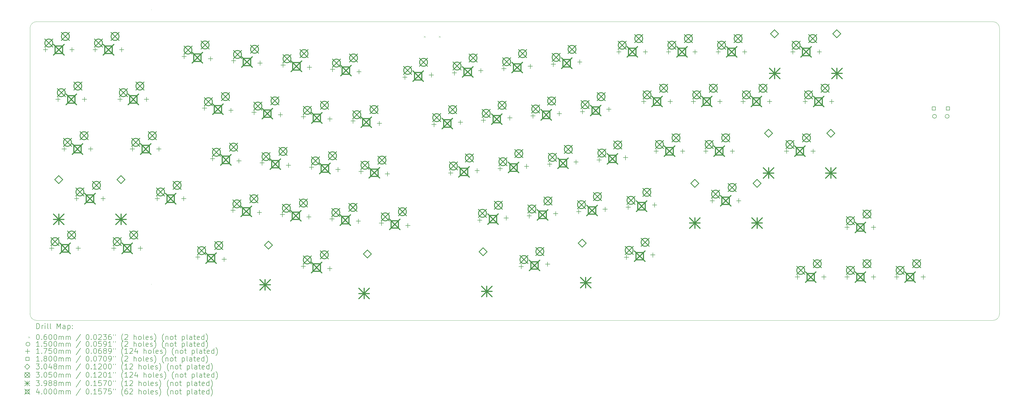
<source format=gbr>
%TF.GenerationSoftware,KiCad,Pcbnew,7.0.6*%
%TF.CreationDate,2023-09-01T00:55:20-07:00*%
%TF.ProjectId,alicida,616c6963-6964-4612-9e6b-696361645f70,rev?*%
%TF.SameCoordinates,Original*%
%TF.FileFunction,Drillmap*%
%TF.FilePolarity,Positive*%
%FSLAX45Y45*%
G04 Gerber Fmt 4.5, Leading zero omitted, Abs format (unit mm)*
G04 Created by KiCad (PCBNEW 7.0.6) date 2023-09-01 00:55:20*
%MOMM*%
%LPD*%
G01*
G04 APERTURE LIST*
%ADD10C,0.100000*%
%ADD11C,0.200000*%
%ADD12C,0.060000*%
%ADD13C,0.150000*%
%ADD14C,0.175000*%
%ADD15C,0.180000*%
%ADD16C,0.304800*%
%ADD17C,0.305000*%
%ADD18C,0.398780*%
%ADD19C,0.400000*%
G04 APERTURE END LIST*
D10*
X3420207Y-21558736D02*
X3420207Y-10601300D01*
X3674207Y-10347300D02*
G75*
G03*
X3420207Y-10601300I-2J-253998D01*
G01*
X3420214Y-21558736D02*
G75*
G03*
X3674207Y-21812736I253996J-4D01*
G01*
D11*
X8081968Y-9892810D02*
G75*
G03*
X8081968Y-9892810I0J0D01*
G01*
D10*
X40598313Y-10601300D02*
X40598313Y-21558736D01*
D11*
X8081968Y-20417810D02*
G75*
G03*
X8081968Y-20417810I0J0D01*
G01*
D10*
X3674207Y-10347300D02*
X40344313Y-10347300D01*
X40344313Y-21812743D02*
G75*
G03*
X40598313Y-21558736I7J253993D01*
G01*
X40598310Y-10601300D02*
G75*
G03*
X40344313Y-10347300I-254000J0D01*
G01*
X40344313Y-21812736D02*
X3674207Y-21812736D01*
D11*
D12*
X18522927Y-10896536D02*
X18582927Y-10956536D01*
X18582927Y-10896536D02*
X18522927Y-10956536D01*
X19100927Y-10896536D02*
X19160927Y-10956536D01*
X19160927Y-10896536D02*
X19100927Y-10956536D01*
D13*
X38180959Y-13979608D02*
G75*
G03*
X38180959Y-13979608I-75000J0D01*
G01*
X38665959Y-13979608D02*
G75*
G03*
X38665959Y-13979608I-75000J0D01*
G01*
D14*
X4014592Y-11334810D02*
X4014592Y-11509810D01*
X3927092Y-11422310D02*
X4102092Y-11422310D01*
X4254718Y-18954810D02*
X4254718Y-19129810D01*
X4167217Y-19042310D02*
X4342218Y-19042310D01*
X4492843Y-13239810D02*
X4492843Y-13414810D01*
X4405343Y-13327310D02*
X4580343Y-13327310D01*
X4730968Y-15144810D02*
X4730968Y-15319810D01*
X4643468Y-15232310D02*
X4818468Y-15232310D01*
X5030593Y-11334810D02*
X5030593Y-11509810D01*
X4943093Y-11422310D02*
X5118093Y-11422310D01*
X5207218Y-17049810D02*
X5207218Y-17224810D01*
X5119718Y-17137310D02*
X5294718Y-17137310D01*
X5270718Y-18954810D02*
X5270718Y-19129810D01*
X5183218Y-19042310D02*
X5358218Y-19042310D01*
X5508843Y-13239810D02*
X5508843Y-13414810D01*
X5421343Y-13327310D02*
X5596342Y-13327310D01*
X5746967Y-15144810D02*
X5746967Y-15319810D01*
X5659467Y-15232310D02*
X5834467Y-15232310D01*
X5919592Y-11334810D02*
X5919592Y-11509810D01*
X5832092Y-11422310D02*
X6007092Y-11422310D01*
X6223217Y-17049810D02*
X6223217Y-17224810D01*
X6135717Y-17137310D02*
X6310717Y-17137310D01*
X6635967Y-18954810D02*
X6635967Y-19129810D01*
X6548467Y-19042310D02*
X6723467Y-19042310D01*
X6872092Y-13239810D02*
X6872092Y-13414810D01*
X6784592Y-13327310D02*
X6959592Y-13327310D01*
X6935592Y-11334810D02*
X6935592Y-11509810D01*
X6848092Y-11422310D02*
X7023092Y-11422310D01*
X7348342Y-15144810D02*
X7348342Y-15319810D01*
X7260842Y-15232310D02*
X7435842Y-15232310D01*
X7651967Y-18954810D02*
X7651967Y-19129810D01*
X7564467Y-19042310D02*
X7739467Y-19042310D01*
X7888092Y-13239810D02*
X7888092Y-13414810D01*
X7800592Y-13327310D02*
X7975592Y-13327310D01*
X8300842Y-17049810D02*
X8300842Y-17224810D01*
X8213342Y-17137310D02*
X8388342Y-17137310D01*
X8364342Y-15144810D02*
X8364342Y-15319810D01*
X8276842Y-15232310D02*
X8451843Y-15232310D01*
X9316843Y-17049810D02*
X9316843Y-17224810D01*
X9229343Y-17137310D02*
X9404343Y-17137310D01*
X9331137Y-11593959D02*
X9331137Y-11768959D01*
X9243637Y-11681459D02*
X9418637Y-11681459D01*
X9855097Y-19288907D02*
X9855097Y-19463907D01*
X9767597Y-19376407D02*
X9942597Y-19376407D01*
X10113981Y-13574726D02*
X10113981Y-13749726D01*
X10026481Y-13662226D02*
X10201481Y-13662226D01*
X10343271Y-11682509D02*
X10343271Y-11857509D01*
X10255771Y-11770009D02*
X10430771Y-11770009D01*
X10422387Y-15513985D02*
X10422387Y-15688985D01*
X10334887Y-15601485D02*
X10509887Y-15601485D01*
X10867231Y-19377457D02*
X10867231Y-19552457D01*
X10779731Y-19464957D02*
X10954731Y-19464957D01*
X11126115Y-13663276D02*
X11126115Y-13838276D01*
X11038615Y-13750776D02*
X11213615Y-13750776D01*
X11205231Y-17494751D02*
X11205231Y-17669751D01*
X11117731Y-17582251D02*
X11292731Y-17582251D01*
X11228888Y-11759991D02*
X11228888Y-11934991D01*
X11141388Y-11847491D02*
X11316388Y-11847491D01*
X11434521Y-15602535D02*
X11434521Y-15777535D01*
X11347021Y-15690035D02*
X11522021Y-15690035D01*
X12011732Y-13740757D02*
X12011732Y-13915757D01*
X11924232Y-13828257D02*
X12099232Y-13828257D01*
X12217364Y-17583302D02*
X12217364Y-17758302D01*
X12129864Y-17670802D02*
X12304864Y-17670802D01*
X12241022Y-11848541D02*
X12241022Y-12023541D01*
X12153522Y-11936041D02*
X12328522Y-11936041D01*
X12320138Y-15680016D02*
X12320138Y-15855016D01*
X12232638Y-15767516D02*
X12407638Y-15767516D01*
X13023865Y-13829308D02*
X13023865Y-14004308D01*
X12936365Y-13916808D02*
X13111365Y-13916808D01*
X13102982Y-17660783D02*
X13102982Y-17835783D01*
X13015482Y-17748283D02*
X13190482Y-17748283D01*
X13126639Y-11926022D02*
X13126639Y-12101022D01*
X13039139Y-12013522D02*
X13214139Y-12013522D01*
X13332272Y-15768567D02*
X13332272Y-15943567D01*
X13244772Y-15856067D02*
X13419772Y-15856067D01*
X13903993Y-19646151D02*
X13903993Y-19821151D01*
X13816493Y-19733651D02*
X13991493Y-19733651D01*
X13909483Y-13906789D02*
X13909483Y-14081789D01*
X13821983Y-13994289D02*
X13996983Y-13994289D01*
X14115115Y-17749333D02*
X14115115Y-17924333D01*
X14027615Y-17836833D02*
X14202615Y-17836833D01*
X14138773Y-12014573D02*
X14138773Y-12189573D01*
X14051273Y-12102073D02*
X14226273Y-12102073D01*
X14217889Y-15846048D02*
X14217889Y-16021048D01*
X14130389Y-15933548D02*
X14305389Y-15933548D01*
X14916127Y-19734701D02*
X14916127Y-19909701D01*
X14828627Y-19822201D02*
X15003627Y-19822201D01*
X14921616Y-13995339D02*
X14921616Y-14170339D01*
X14834116Y-14082839D02*
X15009116Y-14082839D01*
X15000732Y-17826815D02*
X15000732Y-18001815D01*
X14913232Y-17914315D02*
X15088232Y-17914315D01*
X15024390Y-12092054D02*
X15024390Y-12267054D01*
X14936890Y-12179554D02*
X15111890Y-12179554D01*
X15230022Y-15934598D02*
X15230022Y-16109598D01*
X15142522Y-16022098D02*
X15317522Y-16022098D01*
X15807234Y-14072821D02*
X15807234Y-14247821D01*
X15719734Y-14160321D02*
X15894734Y-14160321D01*
X16012866Y-17915365D02*
X16012866Y-18090365D01*
X15925366Y-18002865D02*
X16100366Y-18002865D01*
X16036524Y-12180604D02*
X16036524Y-12355604D01*
X15949024Y-12268104D02*
X16124024Y-12268104D01*
X16115640Y-16012080D02*
X16115640Y-16187080D01*
X16028140Y-16099580D02*
X16203140Y-16099580D01*
X16819367Y-14161371D02*
X16819367Y-14336371D01*
X16731867Y-14248871D02*
X16906867Y-14248871D01*
X16898483Y-17992847D02*
X16898483Y-18167847D01*
X16810983Y-18080347D02*
X16985983Y-18080347D01*
X17127773Y-16100630D02*
X17127773Y-16275630D01*
X17040273Y-16188130D02*
X17215273Y-16188130D01*
X17797851Y-12393182D02*
X17797851Y-12568182D01*
X17710351Y-12480682D02*
X17885351Y-12480682D01*
X17910617Y-18081397D02*
X17910617Y-18256397D01*
X17823117Y-18168897D02*
X17998117Y-18168897D01*
X18809985Y-12304632D02*
X18809985Y-12479632D01*
X18722485Y-12392132D02*
X18897485Y-12392132D01*
X18912759Y-14207917D02*
X18912759Y-14382917D01*
X18825259Y-14295417D02*
X19000259Y-14295417D01*
X19553228Y-16064160D02*
X19553228Y-16239160D01*
X19465728Y-16151660D02*
X19640728Y-16151660D01*
X19695602Y-12227150D02*
X19695602Y-12402150D01*
X19608102Y-12314650D02*
X19783102Y-12314650D01*
X19924892Y-14119367D02*
X19924892Y-14294367D01*
X19837392Y-14206867D02*
X20012392Y-14206867D01*
X20565362Y-15975610D02*
X20565362Y-16150610D01*
X20477862Y-16063110D02*
X20652862Y-16063110D01*
X20668135Y-17878895D02*
X20668135Y-18053895D01*
X20580635Y-17966395D02*
X20755635Y-17966395D01*
X20707736Y-12138600D02*
X20707736Y-12313600D01*
X20620236Y-12226100D02*
X20795236Y-12226100D01*
X20810510Y-14041886D02*
X20810510Y-14216886D01*
X20723010Y-14129386D02*
X20898010Y-14129386D01*
X21450979Y-15898128D02*
X21450979Y-16073128D01*
X21363479Y-15985628D02*
X21538479Y-15985628D01*
X21593353Y-12061119D02*
X21593353Y-12236119D01*
X21505853Y-12148619D02*
X21680853Y-12148619D01*
X21680269Y-17790345D02*
X21680269Y-17965345D01*
X21592769Y-17877845D02*
X21767769Y-17877845D01*
X21822643Y-13953335D02*
X21822643Y-14128335D01*
X21735143Y-14040835D02*
X21910143Y-14040835D01*
X22257817Y-19653102D02*
X22257817Y-19828102D01*
X22170317Y-19740602D02*
X22345317Y-19740602D01*
X22463113Y-15809578D02*
X22463113Y-15984578D01*
X22375613Y-15897078D02*
X22550613Y-15897078D01*
X22565886Y-17712864D02*
X22565886Y-17887864D01*
X22478386Y-17800364D02*
X22653386Y-17800364D01*
X22605487Y-11972569D02*
X22605487Y-12147569D01*
X22517987Y-12060069D02*
X22692987Y-12060069D01*
X22708260Y-13875854D02*
X22708260Y-14050854D01*
X22620760Y-13963354D02*
X22795760Y-13963354D01*
X23269950Y-19564552D02*
X23269950Y-19739552D01*
X23182450Y-19652052D02*
X23357450Y-19652052D01*
X23348730Y-15732097D02*
X23348730Y-15907097D01*
X23261230Y-15819597D02*
X23436230Y-15819597D01*
X23491104Y-11895087D02*
X23491104Y-12070087D01*
X23403604Y-11982587D02*
X23578604Y-11982587D01*
X23578020Y-17624313D02*
X23578020Y-17799313D01*
X23490520Y-17711813D02*
X23665520Y-17711813D01*
X23720394Y-13787304D02*
X23720394Y-13962304D01*
X23632894Y-13874804D02*
X23807894Y-13874804D01*
X24360863Y-15643547D02*
X24360863Y-15818547D01*
X24273363Y-15731047D02*
X24448363Y-15731047D01*
X24463637Y-17546832D02*
X24463637Y-17721832D01*
X24376137Y-17634332D02*
X24551137Y-17634332D01*
X24503238Y-11806537D02*
X24503238Y-11981537D01*
X24415738Y-11894037D02*
X24590738Y-11894037D01*
X24606011Y-13709822D02*
X24606011Y-13884822D01*
X24518511Y-13797322D02*
X24693511Y-13797322D01*
X25246481Y-15566065D02*
X25246481Y-15741065D01*
X25158981Y-15653565D02*
X25333981Y-15653565D01*
X25475771Y-17458282D02*
X25475771Y-17633282D01*
X25388271Y-17545782D02*
X25563271Y-17545782D01*
X25618145Y-13621272D02*
X25618145Y-13796272D01*
X25530645Y-13708772D02*
X25705645Y-13708772D01*
X26003412Y-11417771D02*
X26003412Y-11592771D01*
X25915912Y-11505271D02*
X26090912Y-11505271D01*
X26258614Y-15477515D02*
X26258614Y-15652515D01*
X26171114Y-15565015D02*
X26346114Y-15565015D01*
X26292193Y-19299131D02*
X26292193Y-19474131D01*
X26204693Y-19386631D02*
X26379693Y-19386631D01*
X26361388Y-17380800D02*
X26361388Y-17555800D01*
X26273888Y-17468300D02*
X26448888Y-17468300D01*
X26955912Y-13322771D02*
X26955912Y-13497771D01*
X26868412Y-13410271D02*
X27043412Y-13410271D01*
X27019412Y-11417771D02*
X27019412Y-11592771D01*
X26931912Y-11505271D02*
X27106912Y-11505271D01*
X27304327Y-19210581D02*
X27304327Y-19385581D01*
X27216827Y-19298081D02*
X27391827Y-19298081D01*
X27373522Y-17292250D02*
X27373522Y-17467250D01*
X27286022Y-17379750D02*
X27461022Y-17379750D01*
X27432162Y-15227771D02*
X27432162Y-15402771D01*
X27344662Y-15315271D02*
X27519662Y-15315271D01*
X27908412Y-11417771D02*
X27908412Y-11592771D01*
X27820912Y-11505271D02*
X27995912Y-11505271D01*
X27971912Y-13322771D02*
X27971912Y-13497771D01*
X27884412Y-13410271D02*
X28059412Y-13410271D01*
X28448162Y-15227771D02*
X28448162Y-15402771D01*
X28360662Y-15315271D02*
X28535662Y-15315271D01*
X28860912Y-13322771D02*
X28860912Y-13497771D01*
X28773412Y-13410271D02*
X28948412Y-13410271D01*
X28924412Y-11417771D02*
X28924412Y-11592771D01*
X28836912Y-11505271D02*
X29011912Y-11505271D01*
X29337162Y-15227771D02*
X29337162Y-15402771D01*
X29249662Y-15315271D02*
X29424662Y-15315271D01*
X29584962Y-17131771D02*
X29584962Y-17306771D01*
X29497462Y-17219271D02*
X29672462Y-17219271D01*
X29813412Y-11417771D02*
X29813412Y-11592771D01*
X29725912Y-11505271D02*
X29900912Y-11505271D01*
X29876912Y-13322771D02*
X29876912Y-13497771D01*
X29789412Y-13410271D02*
X29964412Y-13410271D01*
X30353162Y-15227771D02*
X30353162Y-15402771D01*
X30265662Y-15315271D02*
X30440662Y-15315271D01*
X30600962Y-17131771D02*
X30600962Y-17306771D01*
X30513462Y-17219271D02*
X30688462Y-17219271D01*
X30765912Y-13322771D02*
X30765912Y-13497771D01*
X30678412Y-13410271D02*
X30853412Y-13410271D01*
X30829412Y-11417771D02*
X30829412Y-11592771D01*
X30741912Y-11505271D02*
X30916912Y-11505271D01*
X31781912Y-13322771D02*
X31781912Y-13497771D01*
X31694412Y-13410271D02*
X31869412Y-13410271D01*
X32434787Y-15227771D02*
X32434787Y-15402771D01*
X32347287Y-15315271D02*
X32522287Y-15315271D01*
X32672912Y-11417771D02*
X32672912Y-11592771D01*
X32585412Y-11505271D02*
X32760412Y-11505271D01*
X32849162Y-20058771D02*
X32849162Y-20233771D01*
X32761662Y-20146271D02*
X32936662Y-20146271D01*
X33149162Y-13322771D02*
X33149162Y-13497771D01*
X33061662Y-13410271D02*
X33236662Y-13410271D01*
X33450787Y-15227771D02*
X33450787Y-15402771D01*
X33363287Y-15315271D02*
X33538287Y-15315271D01*
X33688913Y-11417771D02*
X33688913Y-11592771D01*
X33601413Y-11505271D02*
X33776413Y-11505271D01*
X33865163Y-20058771D02*
X33865163Y-20233771D01*
X33777663Y-20146271D02*
X33952663Y-20146271D01*
X34165163Y-13322771D02*
X34165163Y-13497771D01*
X34077663Y-13410271D02*
X34252663Y-13410271D01*
X34754163Y-18153771D02*
X34754163Y-18328771D01*
X34666663Y-18241271D02*
X34841663Y-18241271D01*
X34754163Y-20058771D02*
X34754163Y-20233771D01*
X34666663Y-20146271D02*
X34841663Y-20146271D01*
X35770163Y-18153771D02*
X35770163Y-18328771D01*
X35682663Y-18241271D02*
X35857663Y-18241271D01*
X35770163Y-20058771D02*
X35770163Y-20233771D01*
X35682663Y-20146271D02*
X35857663Y-20146271D01*
X36659163Y-20058771D02*
X36659163Y-20233771D01*
X36571663Y-20146271D02*
X36746663Y-20146271D01*
X37675163Y-20058771D02*
X37675163Y-20233771D01*
X37587663Y-20146271D02*
X37762663Y-20146271D01*
D15*
X38139599Y-13740248D02*
X38139599Y-13612968D01*
X38012318Y-13612968D01*
X38012318Y-13740248D01*
X38139599Y-13740248D01*
X38684599Y-13740248D02*
X38684599Y-13612968D01*
X38557318Y-13612968D01*
X38557318Y-13740248D01*
X38684599Y-13740248D01*
D16*
X4518743Y-16560710D02*
X4671143Y-16408310D01*
X4518743Y-16255910D01*
X4366343Y-16408310D01*
X4518743Y-16560710D01*
X6906342Y-16560710D02*
X7058742Y-16408310D01*
X6906342Y-16255910D01*
X6753942Y-16408310D01*
X6906342Y-16560710D01*
X12564714Y-19079255D02*
X12717114Y-18926855D01*
X12564714Y-18774455D01*
X12412314Y-18926855D01*
X12564714Y-19079255D01*
X16360216Y-19411318D02*
X16512616Y-19258918D01*
X16360216Y-19106518D01*
X16207816Y-19258918D01*
X16360216Y-19411318D01*
X20798785Y-19331026D02*
X20951185Y-19178626D01*
X20798785Y-19026226D01*
X20646385Y-19178626D01*
X20798785Y-19331026D01*
X24594287Y-18998963D02*
X24746687Y-18846563D01*
X24594287Y-18694163D01*
X24441887Y-18846563D01*
X24594287Y-18998963D01*
X28910562Y-16702671D02*
X29062962Y-16550271D01*
X28910562Y-16397871D01*
X28758162Y-16550271D01*
X28910562Y-16702671D01*
X31298162Y-16702671D02*
X31450562Y-16550271D01*
X31298162Y-16397871D01*
X31145762Y-16550271D01*
X31298162Y-16702671D01*
X31739562Y-14782671D02*
X31891962Y-14630271D01*
X31739562Y-14477871D01*
X31587162Y-14630271D01*
X31739562Y-14782671D01*
X31974362Y-10963171D02*
X32126762Y-10810771D01*
X31974362Y-10658371D01*
X31821962Y-10810771D01*
X31974362Y-10963171D01*
X34127163Y-14782671D02*
X34279563Y-14630271D01*
X34127163Y-14477871D01*
X33974763Y-14630271D01*
X34127163Y-14782671D01*
X34361963Y-10963171D02*
X34514363Y-10810771D01*
X34361963Y-10658371D01*
X34209563Y-10810771D01*
X34361963Y-10963171D01*
D17*
X3989092Y-11015810D02*
X4294093Y-11320810D01*
X4294093Y-11015810D02*
X3989092Y-11320810D01*
X4294093Y-11168310D02*
G75*
G03*
X4294093Y-11168310I-152500J0D01*
G01*
X4229218Y-18635810D02*
X4534218Y-18940810D01*
X4534218Y-18635810D02*
X4229218Y-18940810D01*
X4534218Y-18788310D02*
G75*
G03*
X4534218Y-18788310I-152500J0D01*
G01*
X4467343Y-12920810D02*
X4772343Y-13225810D01*
X4772343Y-12920810D02*
X4467343Y-13225810D01*
X4772343Y-13073310D02*
G75*
G03*
X4772343Y-13073310I-152500J0D01*
G01*
X4624093Y-10761810D02*
X4929093Y-11066810D01*
X4929093Y-10761810D02*
X4624093Y-11066810D01*
X4929093Y-10914310D02*
G75*
G03*
X4929093Y-10914310I-152500J0D01*
G01*
X4705468Y-14825810D02*
X5010468Y-15130810D01*
X5010468Y-14825810D02*
X4705468Y-15130810D01*
X5010468Y-14978310D02*
G75*
G03*
X5010468Y-14978310I-152500J0D01*
G01*
X4864218Y-18381810D02*
X5169218Y-18686810D01*
X5169218Y-18381810D02*
X4864218Y-18686810D01*
X5169218Y-18534310D02*
G75*
G03*
X5169218Y-18534310I-152500J0D01*
G01*
X5102343Y-12666810D02*
X5407343Y-12971810D01*
X5407343Y-12666810D02*
X5102343Y-12971810D01*
X5407343Y-12819310D02*
G75*
G03*
X5407343Y-12819310I-152500J0D01*
G01*
X5181718Y-16730810D02*
X5486718Y-17035810D01*
X5486718Y-16730810D02*
X5181718Y-17035810D01*
X5486718Y-16883310D02*
G75*
G03*
X5486718Y-16883310I-152500J0D01*
G01*
X5340468Y-14571810D02*
X5645467Y-14876810D01*
X5645467Y-14571810D02*
X5340468Y-14876810D01*
X5645467Y-14724310D02*
G75*
G03*
X5645467Y-14724310I-152500J0D01*
G01*
X5816717Y-16476810D02*
X6121717Y-16781810D01*
X6121717Y-16476810D02*
X5816717Y-16781810D01*
X6121717Y-16629310D02*
G75*
G03*
X6121717Y-16629310I-152500J0D01*
G01*
X5894092Y-11015810D02*
X6199092Y-11320810D01*
X6199092Y-11015810D02*
X5894092Y-11320810D01*
X6199092Y-11168310D02*
G75*
G03*
X6199092Y-11168310I-152500J0D01*
G01*
X6529092Y-10761810D02*
X6834092Y-11066810D01*
X6834092Y-10761810D02*
X6529092Y-11066810D01*
X6834092Y-10914310D02*
G75*
G03*
X6834092Y-10914310I-152500J0D01*
G01*
X6610467Y-18635810D02*
X6915467Y-18940810D01*
X6915467Y-18635810D02*
X6610467Y-18940810D01*
X6915467Y-18788310D02*
G75*
G03*
X6915467Y-18788310I-152500J0D01*
G01*
X6846592Y-12920810D02*
X7151592Y-13225810D01*
X7151592Y-12920810D02*
X6846592Y-13225810D01*
X7151592Y-13073310D02*
G75*
G03*
X7151592Y-13073310I-152500J0D01*
G01*
X7245467Y-18381810D02*
X7550467Y-18686810D01*
X7550467Y-18381810D02*
X7245467Y-18686810D01*
X7550467Y-18534310D02*
G75*
G03*
X7550467Y-18534310I-152500J0D01*
G01*
X7322842Y-14825810D02*
X7627842Y-15130810D01*
X7627842Y-14825810D02*
X7322842Y-15130810D01*
X7627842Y-14978310D02*
G75*
G03*
X7627842Y-14978310I-152500J0D01*
G01*
X7481592Y-12666810D02*
X7786592Y-12971810D01*
X7786592Y-12666810D02*
X7481592Y-12971810D01*
X7786592Y-12819310D02*
G75*
G03*
X7786592Y-12819310I-152500J0D01*
G01*
X7957842Y-14571810D02*
X8262842Y-14876810D01*
X8262842Y-14571810D02*
X7957842Y-14876810D01*
X8262842Y-14724310D02*
G75*
G03*
X8262842Y-14724310I-152500J0D01*
G01*
X8275342Y-16730810D02*
X8580343Y-17035810D01*
X8580343Y-16730810D02*
X8275342Y-17035810D01*
X8580343Y-16883310D02*
G75*
G03*
X8580343Y-16883310I-152500J0D01*
G01*
X8910343Y-16476810D02*
X9215343Y-16781810D01*
X9215343Y-16476810D02*
X8910343Y-16781810D01*
X9215343Y-16629310D02*
G75*
G03*
X9215343Y-16629310I-152500J0D01*
G01*
X9327291Y-11286994D02*
X9632291Y-11591994D01*
X9632291Y-11286994D02*
X9327291Y-11591994D01*
X9632291Y-11439494D02*
G75*
G03*
X9632291Y-11439494I-152500J0D01*
G01*
X9851251Y-18981942D02*
X10156251Y-19286942D01*
X10156251Y-18981942D02*
X9851251Y-19286942D01*
X10156251Y-19134442D02*
G75*
G03*
X10156251Y-19134442I-152500J0D01*
G01*
X9982013Y-11089305D02*
X10287013Y-11394305D01*
X10287013Y-11089305D02*
X9982013Y-11394305D01*
X10287013Y-11241805D02*
G75*
G03*
X10287013Y-11241805I-152500J0D01*
G01*
X10110135Y-13267761D02*
X10415135Y-13572761D01*
X10415135Y-13267761D02*
X10110135Y-13572761D01*
X10415135Y-13420261D02*
G75*
G03*
X10415135Y-13420261I-152500J0D01*
G01*
X10418541Y-15207020D02*
X10723541Y-15512020D01*
X10723541Y-15207020D02*
X10418541Y-15512020D01*
X10723541Y-15359520D02*
G75*
G03*
X10723541Y-15359520I-152500J0D01*
G01*
X10505973Y-18784253D02*
X10810973Y-19089253D01*
X10810973Y-18784253D02*
X10505973Y-19089253D01*
X10810973Y-18936753D02*
G75*
G03*
X10810973Y-18936753I-152500J0D01*
G01*
X10764856Y-13070072D02*
X11069856Y-13375072D01*
X11069856Y-13070072D02*
X10764856Y-13375072D01*
X11069856Y-13222572D02*
G75*
G03*
X11069856Y-13222572I-152500J0D01*
G01*
X11073262Y-15009330D02*
X11378262Y-15314330D01*
X11378262Y-15009330D02*
X11073262Y-15314330D01*
X11378262Y-15161830D02*
G75*
G03*
X11378262Y-15161830I-152500J0D01*
G01*
X11201385Y-17187787D02*
X11506385Y-17492787D01*
X11506385Y-17187787D02*
X11201385Y-17492787D01*
X11506385Y-17340287D02*
G75*
G03*
X11506385Y-17340287I-152500J0D01*
G01*
X11225042Y-11453026D02*
X11530042Y-11758026D01*
X11530042Y-11453026D02*
X11225042Y-11758026D01*
X11530042Y-11605526D02*
G75*
G03*
X11530042Y-11605526I-152500J0D01*
G01*
X11856106Y-16990097D02*
X12161106Y-17295097D01*
X12161106Y-16990097D02*
X11856106Y-17295097D01*
X12161106Y-17142597D02*
G75*
G03*
X12161106Y-17142597I-152500J0D01*
G01*
X11879764Y-11255336D02*
X12184764Y-11560336D01*
X12184764Y-11255336D02*
X11879764Y-11560336D01*
X12184764Y-11407836D02*
G75*
G03*
X12184764Y-11407836I-152500J0D01*
G01*
X12007886Y-13433793D02*
X12312886Y-13738793D01*
X12312886Y-13433793D02*
X12007886Y-13738793D01*
X12312886Y-13586293D02*
G75*
G03*
X12312886Y-13586293I-152500J0D01*
G01*
X12316292Y-15373052D02*
X12621292Y-15678052D01*
X12621292Y-15373052D02*
X12316292Y-15678052D01*
X12621292Y-15525552D02*
G75*
G03*
X12621292Y-15525552I-152500J0D01*
G01*
X12662607Y-13236103D02*
X12967607Y-13541103D01*
X12967607Y-13236103D02*
X12662607Y-13541103D01*
X12967607Y-13388603D02*
G75*
G03*
X12967607Y-13388603I-152500J0D01*
G01*
X12971013Y-15175362D02*
X13276013Y-15480362D01*
X13276013Y-15175362D02*
X12971013Y-15480362D01*
X13276013Y-15327862D02*
G75*
G03*
X13276013Y-15327862I-152500J0D01*
G01*
X13099136Y-17353818D02*
X13404136Y-17658818D01*
X13404136Y-17353818D02*
X13099136Y-17658818D01*
X13404136Y-17506318D02*
G75*
G03*
X13404136Y-17506318I-152500J0D01*
G01*
X13122793Y-11619058D02*
X13427793Y-11924058D01*
X13427793Y-11619058D02*
X13122793Y-11924058D01*
X13427793Y-11771558D02*
G75*
G03*
X13427793Y-11771558I-152500J0D01*
G01*
X13753857Y-17156129D02*
X14058857Y-17461129D01*
X14058857Y-17156129D02*
X13753857Y-17461129D01*
X14058857Y-17308629D02*
G75*
G03*
X14058857Y-17308629I-152500J0D01*
G01*
X13777514Y-11421368D02*
X14082514Y-11726368D01*
X14082514Y-11421368D02*
X13777514Y-11726368D01*
X14082514Y-11573868D02*
G75*
G03*
X14082514Y-11573868I-152500J0D01*
G01*
X13900148Y-19339186D02*
X14205148Y-19644186D01*
X14205148Y-19339186D02*
X13900148Y-19644186D01*
X14205148Y-19491686D02*
G75*
G03*
X14205148Y-19491686I-152500J0D01*
G01*
X13905637Y-13599824D02*
X14210637Y-13904824D01*
X14210637Y-13599824D02*
X13905637Y-13904824D01*
X14210637Y-13752324D02*
G75*
G03*
X14210637Y-13752324I-152500J0D01*
G01*
X14214043Y-15539083D02*
X14519043Y-15844083D01*
X14519043Y-15539083D02*
X14214043Y-15844083D01*
X14519043Y-15691583D02*
G75*
G03*
X14519043Y-15691583I-152500J0D01*
G01*
X14554869Y-19141497D02*
X14859869Y-19446497D01*
X14859869Y-19141497D02*
X14554869Y-19446497D01*
X14859869Y-19293997D02*
G75*
G03*
X14859869Y-19293997I-152500J0D01*
G01*
X14560358Y-13402135D02*
X14865358Y-13707135D01*
X14865358Y-13402135D02*
X14560358Y-13707135D01*
X14865358Y-13554635D02*
G75*
G03*
X14865358Y-13554635I-152500J0D01*
G01*
X14868764Y-15341394D02*
X15173764Y-15646394D01*
X15173764Y-15341394D02*
X14868764Y-15646394D01*
X15173764Y-15493894D02*
G75*
G03*
X15173764Y-15493894I-152500J0D01*
G01*
X14996887Y-17519850D02*
X15301887Y-17824850D01*
X15301887Y-17519850D02*
X14996887Y-17824850D01*
X15301887Y-17672350D02*
G75*
G03*
X15301887Y-17672350I-152500J0D01*
G01*
X15020544Y-11785089D02*
X15325544Y-12090089D01*
X15325544Y-11785089D02*
X15020544Y-12090089D01*
X15325544Y-11937589D02*
G75*
G03*
X15325544Y-11937589I-152500J0D01*
G01*
X15651608Y-17322161D02*
X15956608Y-17627161D01*
X15956608Y-17322161D02*
X15651608Y-17627161D01*
X15956608Y-17474661D02*
G75*
G03*
X15956608Y-17474661I-152500J0D01*
G01*
X15675265Y-11587400D02*
X15980265Y-11892400D01*
X15980265Y-11587400D02*
X15675265Y-11892400D01*
X15980265Y-11739900D02*
G75*
G03*
X15980265Y-11739900I-152500J0D01*
G01*
X15803388Y-13765856D02*
X16108388Y-14070856D01*
X16108388Y-13765856D02*
X15803388Y-14070856D01*
X16108388Y-13918356D02*
G75*
G03*
X16108388Y-13918356I-152500J0D01*
G01*
X16111794Y-15705115D02*
X16416794Y-16010115D01*
X16416794Y-15705115D02*
X16111794Y-16010115D01*
X16416794Y-15857615D02*
G75*
G03*
X16416794Y-15857615I-152500J0D01*
G01*
X16458109Y-13568167D02*
X16763109Y-13873167D01*
X16763109Y-13568167D02*
X16458109Y-13873167D01*
X16763109Y-13720667D02*
G75*
G03*
X16763109Y-13720667I-152500J0D01*
G01*
X16766515Y-15507425D02*
X17071515Y-15812425D01*
X17071515Y-15507425D02*
X16766515Y-15812425D01*
X17071515Y-15659925D02*
G75*
G03*
X17071515Y-15659925I-152500J0D01*
G01*
X16894638Y-17685882D02*
X17199638Y-17990882D01*
X17199638Y-17685882D02*
X16894638Y-17990882D01*
X17199638Y-17838382D02*
G75*
G03*
X17199638Y-17838382I-152500J0D01*
G01*
X17549359Y-17488192D02*
X17854359Y-17793192D01*
X17854359Y-17488192D02*
X17549359Y-17793192D01*
X17854359Y-17640692D02*
G75*
G03*
X17854359Y-17640692I-152500J0D01*
G01*
X17749731Y-12064080D02*
X18054731Y-12369080D01*
X18054731Y-12064080D02*
X17749731Y-12369080D01*
X18054731Y-12216580D02*
G75*
G03*
X18054731Y-12216580I-152500J0D01*
G01*
X18360177Y-11755703D02*
X18665177Y-12060703D01*
X18665177Y-11755703D02*
X18360177Y-12060703D01*
X18665177Y-11908203D02*
G75*
G03*
X18665177Y-11908203I-152500J0D01*
G01*
X18864638Y-13878815D02*
X19169638Y-14183815D01*
X19169638Y-13878815D02*
X18864638Y-14183815D01*
X19169638Y-14031315D02*
G75*
G03*
X19169638Y-14031315I-152500J0D01*
G01*
X19475084Y-13570438D02*
X19780084Y-13875438D01*
X19780084Y-13570438D02*
X19475084Y-13875438D01*
X19780084Y-13722938D02*
G75*
G03*
X19780084Y-13722938I-152500J0D01*
G01*
X19505107Y-15735058D02*
X19810107Y-16040058D01*
X19810107Y-15735058D02*
X19505107Y-16040058D01*
X19810107Y-15887558D02*
G75*
G03*
X19810107Y-15887558I-152500J0D01*
G01*
X19647482Y-11898048D02*
X19952482Y-12203048D01*
X19952482Y-11898048D02*
X19647482Y-12203048D01*
X19952482Y-12050548D02*
G75*
G03*
X19952482Y-12050548I-152500J0D01*
G01*
X20115553Y-15426681D02*
X20420553Y-15731681D01*
X20420553Y-15426681D02*
X20115553Y-15731681D01*
X20420553Y-15579181D02*
G75*
G03*
X20420553Y-15579181I-152500J0D01*
G01*
X20257928Y-11589671D02*
X20562928Y-11894671D01*
X20562928Y-11589671D02*
X20257928Y-11894671D01*
X20562928Y-11742171D02*
G75*
G03*
X20562928Y-11742171I-152500J0D01*
G01*
X20620014Y-17549793D02*
X20925014Y-17854793D01*
X20925014Y-17549793D02*
X20620014Y-17854793D01*
X20925014Y-17702293D02*
G75*
G03*
X20925014Y-17702293I-152500J0D01*
G01*
X20762389Y-13712783D02*
X21067389Y-14017783D01*
X21067389Y-13712783D02*
X20762389Y-14017783D01*
X21067389Y-13865283D02*
G75*
G03*
X21067389Y-13865283I-152500J0D01*
G01*
X21230460Y-17241416D02*
X21535460Y-17546416D01*
X21535460Y-17241416D02*
X21230460Y-17546416D01*
X21535460Y-17393916D02*
G75*
G03*
X21535460Y-17393916I-152500J0D01*
G01*
X21372835Y-13404406D02*
X21677835Y-13709406D01*
X21677835Y-13404406D02*
X21372835Y-13709406D01*
X21677835Y-13556906D02*
G75*
G03*
X21677835Y-13556906I-152500J0D01*
G01*
X21402858Y-15569026D02*
X21707858Y-15874026D01*
X21707858Y-15569026D02*
X21402858Y-15874026D01*
X21707858Y-15721526D02*
G75*
G03*
X21707858Y-15721526I-152500J0D01*
G01*
X21545233Y-11732017D02*
X21850233Y-12037017D01*
X21850233Y-11732017D02*
X21545233Y-12037017D01*
X21850233Y-11884517D02*
G75*
G03*
X21850233Y-11884517I-152500J0D01*
G01*
X22013304Y-15260649D02*
X22318304Y-15565649D01*
X22318304Y-15260649D02*
X22013304Y-15565649D01*
X22318304Y-15413149D02*
G75*
G03*
X22318304Y-15413149I-152500J0D01*
G01*
X22155679Y-11423639D02*
X22460678Y-11728639D01*
X22460678Y-11423639D02*
X22155679Y-11728639D01*
X22460678Y-11576139D02*
G75*
G03*
X22460678Y-11576139I-152500J0D01*
G01*
X22209696Y-19324000D02*
X22514696Y-19629000D01*
X22514696Y-19324000D02*
X22209696Y-19629000D01*
X22514696Y-19476500D02*
G75*
G03*
X22514696Y-19476500I-152500J0D01*
G01*
X22517765Y-17383761D02*
X22822765Y-17688761D01*
X22822765Y-17383761D02*
X22517765Y-17688761D01*
X22822765Y-17536261D02*
G75*
G03*
X22822765Y-17536261I-152500J0D01*
G01*
X22660140Y-13546752D02*
X22965140Y-13851752D01*
X22965140Y-13546752D02*
X22660140Y-13851752D01*
X22965140Y-13699252D02*
G75*
G03*
X22965140Y-13699252I-152500J0D01*
G01*
X22820142Y-19015622D02*
X23125142Y-19320622D01*
X23125142Y-19015622D02*
X22820142Y-19320622D01*
X23125142Y-19168122D02*
G75*
G03*
X23125142Y-19168122I-152500J0D01*
G01*
X23128211Y-17075384D02*
X23433211Y-17380384D01*
X23433211Y-17075384D02*
X23128211Y-17380384D01*
X23433211Y-17227884D02*
G75*
G03*
X23433211Y-17227884I-152500J0D01*
G01*
X23270586Y-13238374D02*
X23575586Y-13543374D01*
X23575586Y-13238374D02*
X23270586Y-13543374D01*
X23575586Y-13390874D02*
G75*
G03*
X23575586Y-13390874I-152500J0D01*
G01*
X23300609Y-15402995D02*
X23605609Y-15707995D01*
X23605609Y-15402995D02*
X23300609Y-15707995D01*
X23605609Y-15555495D02*
G75*
G03*
X23605609Y-15555495I-152500J0D01*
G01*
X23442983Y-11565985D02*
X23747983Y-11870985D01*
X23747983Y-11565985D02*
X23442983Y-11870985D01*
X23747983Y-11718485D02*
G75*
G03*
X23747983Y-11718485I-152500J0D01*
G01*
X23911055Y-15094617D02*
X24216055Y-15399617D01*
X24216055Y-15094617D02*
X23911055Y-15399617D01*
X24216055Y-15247117D02*
G75*
G03*
X24216055Y-15247117I-152500J0D01*
G01*
X24053429Y-11257607D02*
X24358429Y-11562607D01*
X24358429Y-11257607D02*
X24053429Y-11562607D01*
X24358429Y-11410107D02*
G75*
G03*
X24358429Y-11410107I-152500J0D01*
G01*
X24415516Y-17217730D02*
X24720516Y-17522730D01*
X24720516Y-17217730D02*
X24415516Y-17522730D01*
X24720516Y-17370230D02*
G75*
G03*
X24720516Y-17370230I-152500J0D01*
G01*
X24557890Y-13380720D02*
X24862890Y-13685720D01*
X24862890Y-13380720D02*
X24557890Y-13685720D01*
X24862890Y-13533220D02*
G75*
G03*
X24862890Y-13533220I-152500J0D01*
G01*
X25025962Y-16909352D02*
X25330962Y-17214352D01*
X25330962Y-16909352D02*
X25025962Y-17214352D01*
X25330962Y-17061852D02*
G75*
G03*
X25330962Y-17061852I-152500J0D01*
G01*
X25168336Y-13072343D02*
X25473336Y-13377343D01*
X25473336Y-13072343D02*
X25168336Y-13377343D01*
X25473336Y-13224843D02*
G75*
G03*
X25473336Y-13224843I-152500J0D01*
G01*
X25198360Y-15236963D02*
X25503360Y-15541963D01*
X25503360Y-15236963D02*
X25198360Y-15541963D01*
X25503360Y-15389463D02*
G75*
G03*
X25503360Y-15389463I-152500J0D01*
G01*
X25808806Y-14928585D02*
X26113806Y-15233585D01*
X26113806Y-14928585D02*
X25808806Y-15233585D01*
X26113806Y-15081085D02*
G75*
G03*
X26113806Y-15081085I-152500J0D01*
G01*
X25977912Y-11098771D02*
X26282912Y-11403771D01*
X26282912Y-11098771D02*
X25977912Y-11403771D01*
X26282912Y-11251271D02*
G75*
G03*
X26282912Y-11251271I-152500J0D01*
G01*
X26244072Y-18970029D02*
X26549072Y-19275029D01*
X26549072Y-18970029D02*
X26244072Y-19275029D01*
X26549072Y-19122529D02*
G75*
G03*
X26549072Y-19122529I-152500J0D01*
G01*
X26313267Y-17051698D02*
X26618267Y-17356698D01*
X26618267Y-17051698D02*
X26313267Y-17356698D01*
X26618267Y-17204198D02*
G75*
G03*
X26618267Y-17204198I-152500J0D01*
G01*
X26612912Y-10844771D02*
X26917912Y-11149771D01*
X26917912Y-10844771D02*
X26612912Y-11149771D01*
X26917912Y-10997271D02*
G75*
G03*
X26917912Y-10997271I-152500J0D01*
G01*
X26854518Y-18661651D02*
X27159518Y-18966651D01*
X27159518Y-18661651D02*
X26854518Y-18966651D01*
X27159518Y-18814151D02*
G75*
G03*
X27159518Y-18814151I-152500J0D01*
G01*
X26923713Y-16743321D02*
X27228713Y-17048321D01*
X27228713Y-16743321D02*
X26923713Y-17048321D01*
X27228713Y-16895821D02*
G75*
G03*
X27228713Y-16895821I-152500J0D01*
G01*
X26930412Y-13003771D02*
X27235412Y-13308771D01*
X27235412Y-13003771D02*
X26930412Y-13308771D01*
X27235412Y-13156271D02*
G75*
G03*
X27235412Y-13156271I-152500J0D01*
G01*
X27406662Y-14908771D02*
X27711662Y-15213771D01*
X27711662Y-14908771D02*
X27406662Y-15213771D01*
X27711662Y-15061271D02*
G75*
G03*
X27711662Y-15061271I-152500J0D01*
G01*
X27565412Y-12749771D02*
X27870412Y-13054771D01*
X27870412Y-12749771D02*
X27565412Y-13054771D01*
X27870412Y-12902271D02*
G75*
G03*
X27870412Y-12902271I-152500J0D01*
G01*
X27882912Y-11098771D02*
X28187912Y-11403771D01*
X28187912Y-11098771D02*
X27882912Y-11403771D01*
X28187912Y-11251271D02*
G75*
G03*
X28187912Y-11251271I-152500J0D01*
G01*
X28041662Y-14654771D02*
X28346662Y-14959771D01*
X28346662Y-14654771D02*
X28041662Y-14959771D01*
X28346662Y-14807271D02*
G75*
G03*
X28346662Y-14807271I-152500J0D01*
G01*
X28517912Y-10844771D02*
X28822912Y-11149771D01*
X28822912Y-10844771D02*
X28517912Y-11149771D01*
X28822912Y-10997271D02*
G75*
G03*
X28822912Y-10997271I-152500J0D01*
G01*
X28835412Y-13003771D02*
X29140412Y-13308771D01*
X29140412Y-13003771D02*
X28835412Y-13308771D01*
X29140412Y-13156271D02*
G75*
G03*
X29140412Y-13156271I-152500J0D01*
G01*
X29311662Y-14908771D02*
X29616662Y-15213771D01*
X29616662Y-14908771D02*
X29311662Y-15213771D01*
X29616662Y-15061271D02*
G75*
G03*
X29616662Y-15061271I-152500J0D01*
G01*
X29470412Y-12749771D02*
X29775412Y-13054771D01*
X29775412Y-12749771D02*
X29470412Y-13054771D01*
X29775412Y-12902271D02*
G75*
G03*
X29775412Y-12902271I-152500J0D01*
G01*
X29559462Y-16812771D02*
X29864462Y-17117771D01*
X29864462Y-16812771D02*
X29559462Y-17117771D01*
X29864462Y-16965271D02*
G75*
G03*
X29864462Y-16965271I-152500J0D01*
G01*
X29787912Y-11098771D02*
X30092912Y-11403771D01*
X30092912Y-11098771D02*
X29787912Y-11403771D01*
X30092912Y-11251271D02*
G75*
G03*
X30092912Y-11251271I-152500J0D01*
G01*
X29946662Y-14654771D02*
X30251662Y-14959771D01*
X30251662Y-14654771D02*
X29946662Y-14959771D01*
X30251662Y-14807271D02*
G75*
G03*
X30251662Y-14807271I-152500J0D01*
G01*
X30194462Y-16558771D02*
X30499462Y-16863771D01*
X30499462Y-16558771D02*
X30194462Y-16863771D01*
X30499462Y-16711271D02*
G75*
G03*
X30499462Y-16711271I-152500J0D01*
G01*
X30422912Y-10844771D02*
X30727912Y-11149771D01*
X30727912Y-10844771D02*
X30422912Y-11149771D01*
X30727912Y-10997271D02*
G75*
G03*
X30727912Y-10997271I-152500J0D01*
G01*
X30740412Y-13003771D02*
X31045412Y-13308771D01*
X31045412Y-13003771D02*
X30740412Y-13308771D01*
X31045412Y-13156271D02*
G75*
G03*
X31045412Y-13156271I-152500J0D01*
G01*
X31375412Y-12749771D02*
X31680412Y-13054771D01*
X31680412Y-12749771D02*
X31375412Y-13054771D01*
X31680412Y-12902271D02*
G75*
G03*
X31680412Y-12902271I-152500J0D01*
G01*
X32409287Y-14908771D02*
X32714287Y-15213771D01*
X32714287Y-14908771D02*
X32409287Y-15213771D01*
X32714287Y-15061271D02*
G75*
G03*
X32714287Y-15061271I-152500J0D01*
G01*
X32647412Y-11098771D02*
X32952412Y-11403771D01*
X32952412Y-11098771D02*
X32647412Y-11403771D01*
X32952412Y-11251271D02*
G75*
G03*
X32952412Y-11251271I-152500J0D01*
G01*
X32823662Y-19739771D02*
X33128662Y-20044771D01*
X33128662Y-19739771D02*
X32823662Y-20044771D01*
X33128662Y-19892271D02*
G75*
G03*
X33128662Y-19892271I-152500J0D01*
G01*
X33044287Y-14654771D02*
X33349287Y-14959771D01*
X33349287Y-14654771D02*
X33044287Y-14959771D01*
X33349287Y-14807271D02*
G75*
G03*
X33349287Y-14807271I-152500J0D01*
G01*
X33123662Y-13003771D02*
X33428662Y-13308771D01*
X33428662Y-13003771D02*
X33123662Y-13308771D01*
X33428662Y-13156271D02*
G75*
G03*
X33428662Y-13156271I-152500J0D01*
G01*
X33282412Y-10844771D02*
X33587413Y-11149771D01*
X33587413Y-10844771D02*
X33282412Y-11149771D01*
X33587413Y-10997271D02*
G75*
G03*
X33587413Y-10997271I-152500J0D01*
G01*
X33458662Y-19485771D02*
X33763663Y-19790771D01*
X33763663Y-19485771D02*
X33458662Y-19790771D01*
X33763663Y-19638271D02*
G75*
G03*
X33763663Y-19638271I-152500J0D01*
G01*
X33758663Y-12749771D02*
X34063663Y-13054771D01*
X34063663Y-12749771D02*
X33758663Y-13054771D01*
X34063663Y-12902271D02*
G75*
G03*
X34063663Y-12902271I-152500J0D01*
G01*
X34728663Y-17834771D02*
X35033663Y-18139771D01*
X35033663Y-17834771D02*
X34728663Y-18139771D01*
X35033663Y-17987271D02*
G75*
G03*
X35033663Y-17987271I-152500J0D01*
G01*
X34728663Y-19739771D02*
X35033663Y-20044771D01*
X35033663Y-19739771D02*
X34728663Y-20044771D01*
X35033663Y-19892271D02*
G75*
G03*
X35033663Y-19892271I-152500J0D01*
G01*
X35363663Y-17580771D02*
X35668663Y-17885771D01*
X35668663Y-17580771D02*
X35363663Y-17885771D01*
X35668663Y-17733271D02*
G75*
G03*
X35668663Y-17733271I-152500J0D01*
G01*
X35363663Y-19485771D02*
X35668663Y-19790771D01*
X35668663Y-19485771D02*
X35363663Y-19790771D01*
X35668663Y-19638271D02*
G75*
G03*
X35668663Y-19638271I-152500J0D01*
G01*
X36633663Y-19739771D02*
X36938663Y-20044771D01*
X36938663Y-19739771D02*
X36633663Y-20044771D01*
X36938663Y-19892271D02*
G75*
G03*
X36938663Y-19892271I-152500J0D01*
G01*
X37268663Y-19485771D02*
X37573663Y-19790771D01*
X37573663Y-19485771D02*
X37268663Y-19790771D01*
X37573663Y-19638271D02*
G75*
G03*
X37573663Y-19638271I-152500J0D01*
G01*
D18*
X4319353Y-17729920D02*
X4718133Y-18128700D01*
X4718133Y-17729920D02*
X4319353Y-18128700D01*
X4518743Y-17729920D02*
X4518743Y-18128700D01*
X4319353Y-17929310D02*
X4718133Y-17929310D01*
X6706952Y-17729920D02*
X7105732Y-18128700D01*
X7105732Y-17729920D02*
X6706952Y-18128700D01*
X6906342Y-17729920D02*
X6906342Y-18128700D01*
X6706952Y-17929310D02*
X7105732Y-17929310D01*
X12232760Y-20242677D02*
X12631540Y-20641457D01*
X12631540Y-20242677D02*
X12232760Y-20641457D01*
X12432150Y-20242677D02*
X12432150Y-20641457D01*
X12232760Y-20442067D02*
X12631540Y-20442067D01*
X16028262Y-20574740D02*
X16427042Y-20973520D01*
X16427042Y-20574740D02*
X16028262Y-20973520D01*
X16227652Y-20574740D02*
X16227652Y-20973520D01*
X16028262Y-20774130D02*
X16427042Y-20774130D01*
X20731959Y-20494448D02*
X21130739Y-20893228D01*
X21130739Y-20494448D02*
X20731959Y-20893228D01*
X20931349Y-20494448D02*
X20931349Y-20893228D01*
X20731959Y-20693838D02*
X21130739Y-20693838D01*
X24527461Y-20162385D02*
X24926241Y-20561165D01*
X24926241Y-20162385D02*
X24527461Y-20561165D01*
X24726851Y-20162385D02*
X24726851Y-20561165D01*
X24527461Y-20361775D02*
X24926241Y-20361775D01*
X28711172Y-17871881D02*
X29109952Y-18270661D01*
X29109952Y-17871881D02*
X28711172Y-18270661D01*
X28910562Y-17871881D02*
X28910562Y-18270661D01*
X28711172Y-18071271D02*
X29109952Y-18071271D01*
X31098772Y-17871881D02*
X31497552Y-18270661D01*
X31497552Y-17871881D02*
X31098772Y-18270661D01*
X31298162Y-17871881D02*
X31298162Y-18270661D01*
X31098772Y-18071271D02*
X31497552Y-18071271D01*
X31540172Y-15951881D02*
X31938952Y-16350661D01*
X31938952Y-15951881D02*
X31540172Y-16350661D01*
X31739562Y-15951881D02*
X31739562Y-16350661D01*
X31540172Y-16151271D02*
X31938952Y-16151271D01*
X31774972Y-12132381D02*
X32173752Y-12531161D01*
X32173752Y-12132381D02*
X31774972Y-12531161D01*
X31974362Y-12132381D02*
X31974362Y-12531161D01*
X31774972Y-12331771D02*
X32173752Y-12331771D01*
X33927773Y-15951881D02*
X34326553Y-16350661D01*
X34326553Y-15951881D02*
X33927773Y-16350661D01*
X34127163Y-15951881D02*
X34127163Y-16350661D01*
X33927773Y-16151271D02*
X34326553Y-16151271D01*
X34162573Y-12132381D02*
X34561353Y-12531161D01*
X34561353Y-12132381D02*
X34162573Y-12531161D01*
X34361963Y-12132381D02*
X34361963Y-12531161D01*
X34162573Y-12331771D02*
X34561353Y-12331771D01*
D19*
X4322593Y-11222310D02*
X4722593Y-11622310D01*
X4722593Y-11222310D02*
X4322593Y-11622310D01*
X4664015Y-11563733D02*
X4664015Y-11280888D01*
X4381170Y-11280888D01*
X4381170Y-11563733D01*
X4664015Y-11563733D01*
X4562718Y-18842310D02*
X4962718Y-19242310D01*
X4962718Y-18842310D02*
X4562718Y-19242310D01*
X4904140Y-19183733D02*
X4904140Y-18900888D01*
X4621295Y-18900888D01*
X4621295Y-19183733D01*
X4904140Y-19183733D01*
X4800843Y-13127310D02*
X5200843Y-13527310D01*
X5200843Y-13127310D02*
X4800843Y-13527310D01*
X5142265Y-13468733D02*
X5142265Y-13185888D01*
X4859420Y-13185888D01*
X4859420Y-13468733D01*
X5142265Y-13468733D01*
X5038968Y-15032310D02*
X5438968Y-15432310D01*
X5438968Y-15032310D02*
X5038968Y-15432310D01*
X5380390Y-15373733D02*
X5380390Y-15090888D01*
X5097545Y-15090888D01*
X5097545Y-15373733D01*
X5380390Y-15373733D01*
X5515218Y-16937310D02*
X5915217Y-17337310D01*
X5915217Y-16937310D02*
X5515218Y-17337310D01*
X5856640Y-17278733D02*
X5856640Y-16995888D01*
X5573795Y-16995888D01*
X5573795Y-17278733D01*
X5856640Y-17278733D01*
X6227592Y-11222310D02*
X6627592Y-11622310D01*
X6627592Y-11222310D02*
X6227592Y-11622310D01*
X6569015Y-11563733D02*
X6569015Y-11280888D01*
X6286170Y-11280888D01*
X6286170Y-11563733D01*
X6569015Y-11563733D01*
X6943967Y-18842310D02*
X7343967Y-19242310D01*
X7343967Y-18842310D02*
X6943967Y-19242310D01*
X7285390Y-19183733D02*
X7285390Y-18900888D01*
X7002545Y-18900888D01*
X7002545Y-19183733D01*
X7285390Y-19183733D01*
X7180092Y-13127310D02*
X7580092Y-13527310D01*
X7580092Y-13127310D02*
X7180092Y-13527310D01*
X7521515Y-13468733D02*
X7521515Y-13185888D01*
X7238670Y-13185888D01*
X7238670Y-13468733D01*
X7521515Y-13468733D01*
X7656342Y-15032310D02*
X8056342Y-15432310D01*
X8056342Y-15032310D02*
X7656342Y-15432310D01*
X7997765Y-15373733D02*
X7997765Y-15090888D01*
X7714920Y-15090888D01*
X7714920Y-15373733D01*
X7997765Y-15373733D01*
X8608843Y-16937310D02*
X9008843Y-17337310D01*
X9008843Y-16937310D02*
X8608843Y-17337310D01*
X8950265Y-17278733D02*
X8950265Y-16995888D01*
X8667420Y-16995888D01*
X8667420Y-17278733D01*
X8950265Y-17278733D01*
X9637204Y-11525734D02*
X10037204Y-11925734D01*
X10037204Y-11525734D02*
X9637204Y-11925734D01*
X9978627Y-11867157D02*
X9978627Y-11584312D01*
X9695781Y-11584312D01*
X9695781Y-11867157D01*
X9978627Y-11867157D01*
X10161164Y-19220682D02*
X10561164Y-19620682D01*
X10561164Y-19220682D02*
X10161164Y-19620682D01*
X10502587Y-19562105D02*
X10502587Y-19279259D01*
X10219741Y-19279259D01*
X10219741Y-19562105D01*
X10502587Y-19562105D01*
X10420048Y-13506501D02*
X10820048Y-13906501D01*
X10820048Y-13506501D02*
X10420048Y-13906501D01*
X10761471Y-13847924D02*
X10761471Y-13565078D01*
X10478625Y-13565078D01*
X10478625Y-13847924D01*
X10761471Y-13847924D01*
X10728454Y-15445760D02*
X11128454Y-15845760D01*
X11128454Y-15445760D02*
X10728454Y-15845760D01*
X11069877Y-15787182D02*
X11069877Y-15504337D01*
X10787031Y-15504337D01*
X10787031Y-15787182D01*
X11069877Y-15787182D01*
X11511298Y-17426527D02*
X11911298Y-17826527D01*
X11911298Y-17426527D02*
X11511298Y-17826527D01*
X11852720Y-17767949D02*
X11852720Y-17485104D01*
X11569875Y-17485104D01*
X11569875Y-17767949D01*
X11852720Y-17767949D01*
X11534955Y-11691766D02*
X11934955Y-12091766D01*
X11934955Y-11691766D02*
X11534955Y-12091766D01*
X11876378Y-12033189D02*
X11876378Y-11750343D01*
X11593532Y-11750343D01*
X11593532Y-12033189D01*
X11876378Y-12033189D01*
X12317799Y-13672533D02*
X12717799Y-14072533D01*
X12717799Y-13672533D02*
X12317799Y-14072533D01*
X12659221Y-14013955D02*
X12659221Y-13731110D01*
X12376376Y-13731110D01*
X12376376Y-14013955D01*
X12659221Y-14013955D01*
X12626205Y-15611791D02*
X13026205Y-16011791D01*
X13026205Y-15611791D02*
X12626205Y-16011791D01*
X12967627Y-15953214D02*
X12967627Y-15670369D01*
X12684782Y-15670369D01*
X12684782Y-15953214D01*
X12967627Y-15953214D01*
X13409048Y-17592558D02*
X13809048Y-17992558D01*
X13809048Y-17592558D02*
X13409048Y-17992558D01*
X13750471Y-17933981D02*
X13750471Y-17651136D01*
X13467626Y-17651136D01*
X13467626Y-17933981D01*
X13750471Y-17933981D01*
X13432706Y-11857798D02*
X13832706Y-12257798D01*
X13832706Y-11857798D02*
X13432706Y-12257798D01*
X13774129Y-12199220D02*
X13774129Y-11916375D01*
X13491283Y-11916375D01*
X13491283Y-12199220D01*
X13774129Y-12199220D01*
X14210060Y-19577926D02*
X14610060Y-19977926D01*
X14610060Y-19577926D02*
X14210060Y-19977926D01*
X14551483Y-19919349D02*
X14551483Y-19636503D01*
X14268638Y-19636503D01*
X14268638Y-19919349D01*
X14551483Y-19919349D01*
X14215549Y-13838564D02*
X14615549Y-14238564D01*
X14615549Y-13838564D02*
X14215549Y-14238564D01*
X14556972Y-14179987D02*
X14556972Y-13897142D01*
X14274127Y-13897142D01*
X14274127Y-14179987D01*
X14556972Y-14179987D01*
X14523956Y-15777823D02*
X14923956Y-16177823D01*
X14923956Y-15777823D02*
X14523956Y-16177823D01*
X14865378Y-16119246D02*
X14865378Y-15836400D01*
X14582533Y-15836400D01*
X14582533Y-16119246D01*
X14865378Y-16119246D01*
X15306799Y-17758590D02*
X15706799Y-18158590D01*
X15706799Y-17758590D02*
X15306799Y-18158590D01*
X15648222Y-18100013D02*
X15648222Y-17817167D01*
X15365377Y-17817167D01*
X15365377Y-18100013D01*
X15648222Y-18100013D01*
X15330457Y-12023829D02*
X15730457Y-12423829D01*
X15730457Y-12023829D02*
X15330457Y-12423829D01*
X15671879Y-12365252D02*
X15671879Y-12082407D01*
X15389034Y-12082407D01*
X15389034Y-12365252D01*
X15671879Y-12365252D01*
X16113300Y-14004596D02*
X16513300Y-14404596D01*
X16513300Y-14004596D02*
X16113300Y-14404596D01*
X16454723Y-14346019D02*
X16454723Y-14063173D01*
X16171878Y-14063173D01*
X16171878Y-14346019D01*
X16454723Y-14346019D01*
X16421706Y-15943855D02*
X16821707Y-16343855D01*
X16821707Y-15943855D02*
X16421706Y-16343855D01*
X16763129Y-16285277D02*
X16763129Y-16002432D01*
X16480284Y-16002432D01*
X16480284Y-16285277D01*
X16763129Y-16285277D01*
X17204550Y-17924622D02*
X17604550Y-18324622D01*
X17604550Y-17924622D02*
X17204550Y-18324622D01*
X17545973Y-18266044D02*
X17545973Y-17983199D01*
X17263128Y-17983199D01*
X17263128Y-18266044D01*
X17545973Y-18266044D01*
X18103918Y-12236407D02*
X18503918Y-12636407D01*
X18503918Y-12236407D02*
X18103918Y-12636407D01*
X18445341Y-12577830D02*
X18445341Y-12294984D01*
X18162496Y-12294984D01*
X18162496Y-12577830D01*
X18445341Y-12577830D01*
X19218826Y-14051142D02*
X19618826Y-14451142D01*
X19618826Y-14051142D02*
X19218826Y-14451142D01*
X19560248Y-14392565D02*
X19560248Y-14109719D01*
X19277403Y-14109719D01*
X19277403Y-14392565D01*
X19560248Y-14392565D01*
X19859295Y-15907385D02*
X20259295Y-16307385D01*
X20259295Y-15907385D02*
X19859295Y-16307385D01*
X20200718Y-16248808D02*
X20200718Y-15965962D01*
X19917872Y-15965962D01*
X19917872Y-16248808D01*
X20200718Y-16248808D01*
X20001669Y-12070375D02*
X20401669Y-12470375D01*
X20401669Y-12070375D02*
X20001669Y-12470375D01*
X20343092Y-12411798D02*
X20343092Y-12128953D01*
X20060247Y-12128953D01*
X20060247Y-12411798D01*
X20343092Y-12411798D01*
X20974202Y-17722120D02*
X21374202Y-18122120D01*
X21374202Y-17722120D02*
X20974202Y-18122120D01*
X21315625Y-18063543D02*
X21315625Y-17780697D01*
X21032779Y-17780697D01*
X21032779Y-18063543D01*
X21315625Y-18063543D01*
X21116576Y-13885110D02*
X21516576Y-14285110D01*
X21516576Y-13885110D02*
X21116576Y-14285110D01*
X21457999Y-14226533D02*
X21457999Y-13943688D01*
X21175154Y-13943688D01*
X21175154Y-14226533D01*
X21457999Y-14226533D01*
X21757046Y-15741353D02*
X22157046Y-16141353D01*
X22157046Y-15741353D02*
X21757046Y-16141353D01*
X22098469Y-16082776D02*
X22098469Y-15799931D01*
X21815623Y-15799931D01*
X21815623Y-16082776D01*
X22098469Y-16082776D01*
X21899420Y-11904344D02*
X22299420Y-12304344D01*
X22299420Y-11904344D02*
X21899420Y-12304344D01*
X22240843Y-12245766D02*
X22240843Y-11962921D01*
X21957998Y-11962921D01*
X21957998Y-12245766D01*
X22240843Y-12245766D01*
X22563884Y-19496327D02*
X22963884Y-19896327D01*
X22963884Y-19496327D02*
X22563884Y-19896327D01*
X22905306Y-19837749D02*
X22905306Y-19554904D01*
X22622461Y-19554904D01*
X22622461Y-19837749D01*
X22905306Y-19837749D01*
X22871953Y-17556089D02*
X23271953Y-17956089D01*
X23271953Y-17556089D02*
X22871953Y-17956089D01*
X23213376Y-17897511D02*
X23213376Y-17614666D01*
X22930530Y-17614666D01*
X22930530Y-17897511D01*
X23213376Y-17897511D01*
X23014327Y-13719079D02*
X23414327Y-14119079D01*
X23414327Y-13719079D02*
X23014327Y-14119079D01*
X23355750Y-14060501D02*
X23355750Y-13777656D01*
X23072905Y-13777656D01*
X23072905Y-14060501D01*
X23355750Y-14060501D01*
X23654797Y-15575322D02*
X24054797Y-15975322D01*
X24054797Y-15575322D02*
X23654797Y-15975322D01*
X23996219Y-15916744D02*
X23996219Y-15633899D01*
X23713374Y-15633899D01*
X23713374Y-15916744D01*
X23996219Y-15916744D01*
X23797171Y-11738312D02*
X24197171Y-12138312D01*
X24197171Y-11738312D02*
X23797171Y-12138312D01*
X24138594Y-12079735D02*
X24138594Y-11796889D01*
X23855748Y-11796889D01*
X23855748Y-12079735D01*
X24138594Y-12079735D01*
X24769704Y-17390057D02*
X25169704Y-17790057D01*
X25169704Y-17390057D02*
X24769704Y-17790057D01*
X25111127Y-17731480D02*
X25111127Y-17448634D01*
X24828281Y-17448634D01*
X24828281Y-17731480D01*
X25111127Y-17731480D01*
X24912078Y-13553047D02*
X25312078Y-13953047D01*
X25312078Y-13553047D02*
X24912078Y-13953047D01*
X25253501Y-13894470D02*
X25253501Y-13611624D01*
X24970655Y-13611624D01*
X24970655Y-13894470D01*
X25253501Y-13894470D01*
X25552548Y-15409290D02*
X25952548Y-15809290D01*
X25952548Y-15409290D02*
X25552548Y-15809290D01*
X25893970Y-15750713D02*
X25893970Y-15467867D01*
X25611125Y-15467867D01*
X25611125Y-15750713D01*
X25893970Y-15750713D01*
X26311412Y-11305271D02*
X26711412Y-11705271D01*
X26711412Y-11305271D02*
X26311412Y-11705271D01*
X26652835Y-11646694D02*
X26652835Y-11363848D01*
X26369990Y-11363848D01*
X26369990Y-11646694D01*
X26652835Y-11646694D01*
X26598260Y-19142356D02*
X26998260Y-19542356D01*
X26998260Y-19142356D02*
X26598260Y-19542356D01*
X26939683Y-19483778D02*
X26939683Y-19200933D01*
X26656837Y-19200933D01*
X26656837Y-19483778D01*
X26939683Y-19483778D01*
X26667455Y-17224025D02*
X27067455Y-17624025D01*
X27067455Y-17224025D02*
X26667455Y-17624025D01*
X27008877Y-17565448D02*
X27008877Y-17282602D01*
X26726032Y-17282602D01*
X26726032Y-17565448D01*
X27008877Y-17565448D01*
X27263912Y-13210271D02*
X27663912Y-13610271D01*
X27663912Y-13210271D02*
X27263912Y-13610271D01*
X27605335Y-13551694D02*
X27605335Y-13268848D01*
X27322490Y-13268848D01*
X27322490Y-13551694D01*
X27605335Y-13551694D01*
X27740162Y-15115271D02*
X28140162Y-15515271D01*
X28140162Y-15115271D02*
X27740162Y-15515271D01*
X28081585Y-15456694D02*
X28081585Y-15173848D01*
X27798740Y-15173848D01*
X27798740Y-15456694D01*
X28081585Y-15456694D01*
X28216412Y-11305271D02*
X28616412Y-11705271D01*
X28616412Y-11305271D02*
X28216412Y-11705271D01*
X28557835Y-11646694D02*
X28557835Y-11363848D01*
X28274990Y-11363848D01*
X28274990Y-11646694D01*
X28557835Y-11646694D01*
X29168912Y-13210271D02*
X29568912Y-13610271D01*
X29568912Y-13210271D02*
X29168912Y-13610271D01*
X29510335Y-13551694D02*
X29510335Y-13268848D01*
X29227490Y-13268848D01*
X29227490Y-13551694D01*
X29510335Y-13551694D01*
X29645162Y-15115271D02*
X30045162Y-15515271D01*
X30045162Y-15115271D02*
X29645162Y-15515271D01*
X29986585Y-15456694D02*
X29986585Y-15173848D01*
X29703740Y-15173848D01*
X29703740Y-15456694D01*
X29986585Y-15456694D01*
X29892962Y-17019271D02*
X30292962Y-17419271D01*
X30292962Y-17019271D02*
X29892962Y-17419271D01*
X30234385Y-17360694D02*
X30234385Y-17077848D01*
X29951540Y-17077848D01*
X29951540Y-17360694D01*
X30234385Y-17360694D01*
X30121412Y-11305271D02*
X30521412Y-11705271D01*
X30521412Y-11305271D02*
X30121412Y-11705271D01*
X30462835Y-11646694D02*
X30462835Y-11363848D01*
X30179990Y-11363848D01*
X30179990Y-11646694D01*
X30462835Y-11646694D01*
X31073912Y-13210271D02*
X31473912Y-13610271D01*
X31473912Y-13210271D02*
X31073912Y-13610271D01*
X31415335Y-13551694D02*
X31415335Y-13268848D01*
X31132490Y-13268848D01*
X31132490Y-13551694D01*
X31415335Y-13551694D01*
X32742787Y-15115271D02*
X33142787Y-15515271D01*
X33142787Y-15115271D02*
X32742787Y-15515271D01*
X33084210Y-15456694D02*
X33084210Y-15173848D01*
X32801365Y-15173848D01*
X32801365Y-15456694D01*
X33084210Y-15456694D01*
X32980912Y-11305271D02*
X33380912Y-11705271D01*
X33380912Y-11305271D02*
X32980912Y-11705271D01*
X33322335Y-11646694D02*
X33322335Y-11363848D01*
X33039490Y-11363848D01*
X33039490Y-11646694D01*
X33322335Y-11646694D01*
X33157162Y-19946271D02*
X33557163Y-20346271D01*
X33557163Y-19946271D02*
X33157162Y-20346271D01*
X33498585Y-20287694D02*
X33498585Y-20004848D01*
X33215740Y-20004848D01*
X33215740Y-20287694D01*
X33498585Y-20287694D01*
X33457162Y-13210271D02*
X33857163Y-13610271D01*
X33857163Y-13210271D02*
X33457162Y-13610271D01*
X33798585Y-13551694D02*
X33798585Y-13268848D01*
X33515740Y-13268848D01*
X33515740Y-13551694D01*
X33798585Y-13551694D01*
X35062163Y-18041271D02*
X35462163Y-18441271D01*
X35462163Y-18041271D02*
X35062163Y-18441271D01*
X35403585Y-18382694D02*
X35403585Y-18099848D01*
X35120740Y-18099848D01*
X35120740Y-18382694D01*
X35403585Y-18382694D01*
X35062163Y-19946271D02*
X35462163Y-20346271D01*
X35462163Y-19946271D02*
X35062163Y-20346271D01*
X35403585Y-20287694D02*
X35403585Y-20004848D01*
X35120740Y-20004848D01*
X35120740Y-20287694D01*
X35403585Y-20287694D01*
X36967163Y-19946271D02*
X37367163Y-20346271D01*
X37367163Y-19946271D02*
X36967163Y-20346271D01*
X37308585Y-20287694D02*
X37308585Y-20004848D01*
X37025740Y-20004848D01*
X37025740Y-20287694D01*
X37308585Y-20287694D01*
D11*
X3675984Y-22129227D02*
X3675984Y-21929227D01*
X3675984Y-21929227D02*
X3723603Y-21929227D01*
X3723603Y-21929227D02*
X3752174Y-21938751D01*
X3752174Y-21938751D02*
X3771222Y-21957798D01*
X3771222Y-21957798D02*
X3780746Y-21976846D01*
X3780746Y-21976846D02*
X3790270Y-22014941D01*
X3790270Y-22014941D02*
X3790270Y-22043513D01*
X3790270Y-22043513D02*
X3780746Y-22081608D01*
X3780746Y-22081608D02*
X3771222Y-22100655D01*
X3771222Y-22100655D02*
X3752174Y-22119703D01*
X3752174Y-22119703D02*
X3723603Y-22129227D01*
X3723603Y-22129227D02*
X3675984Y-22129227D01*
X3875984Y-22129227D02*
X3875984Y-21995894D01*
X3875984Y-22033989D02*
X3885508Y-22014941D01*
X3885508Y-22014941D02*
X3895032Y-22005417D01*
X3895032Y-22005417D02*
X3914079Y-21995894D01*
X3914079Y-21995894D02*
X3933127Y-21995894D01*
X3999793Y-22129227D02*
X3999793Y-21995894D01*
X3999793Y-21929227D02*
X3990270Y-21938751D01*
X3990270Y-21938751D02*
X3999793Y-21948275D01*
X3999793Y-21948275D02*
X4009317Y-21938751D01*
X4009317Y-21938751D02*
X3999793Y-21929227D01*
X3999793Y-21929227D02*
X3999793Y-21948275D01*
X4123603Y-22129227D02*
X4104555Y-22119703D01*
X4104555Y-22119703D02*
X4095032Y-22100655D01*
X4095032Y-22100655D02*
X4095032Y-21929227D01*
X4228365Y-22129227D02*
X4209317Y-22119703D01*
X4209317Y-22119703D02*
X4199794Y-22100655D01*
X4199794Y-22100655D02*
X4199794Y-21929227D01*
X4456936Y-22129227D02*
X4456936Y-21929227D01*
X4456936Y-21929227D02*
X4523603Y-22072084D01*
X4523603Y-22072084D02*
X4590270Y-21929227D01*
X4590270Y-21929227D02*
X4590270Y-22129227D01*
X4771222Y-22129227D02*
X4771222Y-22024465D01*
X4771222Y-22024465D02*
X4761698Y-22005417D01*
X4761698Y-22005417D02*
X4742651Y-21995894D01*
X4742651Y-21995894D02*
X4704555Y-21995894D01*
X4704555Y-21995894D02*
X4685508Y-22005417D01*
X4771222Y-22119703D02*
X4752175Y-22129227D01*
X4752175Y-22129227D02*
X4704555Y-22129227D01*
X4704555Y-22129227D02*
X4685508Y-22119703D01*
X4685508Y-22119703D02*
X4675984Y-22100655D01*
X4675984Y-22100655D02*
X4675984Y-22081608D01*
X4675984Y-22081608D02*
X4685508Y-22062560D01*
X4685508Y-22062560D02*
X4704555Y-22053036D01*
X4704555Y-22053036D02*
X4752175Y-22053036D01*
X4752175Y-22053036D02*
X4771222Y-22043513D01*
X4866460Y-21995894D02*
X4866460Y-22195894D01*
X4866460Y-22005417D02*
X4885508Y-21995894D01*
X4885508Y-21995894D02*
X4923603Y-21995894D01*
X4923603Y-21995894D02*
X4942651Y-22005417D01*
X4942651Y-22005417D02*
X4952175Y-22014941D01*
X4952175Y-22014941D02*
X4961698Y-22033989D01*
X4961698Y-22033989D02*
X4961698Y-22091132D01*
X4961698Y-22091132D02*
X4952175Y-22110179D01*
X4952175Y-22110179D02*
X4942651Y-22119703D01*
X4942651Y-22119703D02*
X4923603Y-22129227D01*
X4923603Y-22129227D02*
X4885508Y-22129227D01*
X4885508Y-22129227D02*
X4866460Y-22119703D01*
X5047413Y-22110179D02*
X5056936Y-22119703D01*
X5056936Y-22119703D02*
X5047413Y-22129227D01*
X5047413Y-22129227D02*
X5037889Y-22119703D01*
X5037889Y-22119703D02*
X5047413Y-22110179D01*
X5047413Y-22110179D02*
X5047413Y-22129227D01*
X5047413Y-22005417D02*
X5056936Y-22014941D01*
X5056936Y-22014941D02*
X5047413Y-22024465D01*
X5047413Y-22024465D02*
X5037889Y-22014941D01*
X5037889Y-22014941D02*
X5047413Y-22005417D01*
X5047413Y-22005417D02*
X5047413Y-22024465D01*
D12*
X3355207Y-22427743D02*
X3415207Y-22487743D01*
X3415207Y-22427743D02*
X3355207Y-22487743D01*
D11*
X3714079Y-22349227D02*
X3733127Y-22349227D01*
X3733127Y-22349227D02*
X3752174Y-22358751D01*
X3752174Y-22358751D02*
X3761698Y-22368275D01*
X3761698Y-22368275D02*
X3771222Y-22387322D01*
X3771222Y-22387322D02*
X3780746Y-22425417D01*
X3780746Y-22425417D02*
X3780746Y-22473036D01*
X3780746Y-22473036D02*
X3771222Y-22511132D01*
X3771222Y-22511132D02*
X3761698Y-22530179D01*
X3761698Y-22530179D02*
X3752174Y-22539703D01*
X3752174Y-22539703D02*
X3733127Y-22549227D01*
X3733127Y-22549227D02*
X3714079Y-22549227D01*
X3714079Y-22549227D02*
X3695032Y-22539703D01*
X3695032Y-22539703D02*
X3685508Y-22530179D01*
X3685508Y-22530179D02*
X3675984Y-22511132D01*
X3675984Y-22511132D02*
X3666460Y-22473036D01*
X3666460Y-22473036D02*
X3666460Y-22425417D01*
X3666460Y-22425417D02*
X3675984Y-22387322D01*
X3675984Y-22387322D02*
X3685508Y-22368275D01*
X3685508Y-22368275D02*
X3695032Y-22358751D01*
X3695032Y-22358751D02*
X3714079Y-22349227D01*
X3866460Y-22530179D02*
X3875984Y-22539703D01*
X3875984Y-22539703D02*
X3866460Y-22549227D01*
X3866460Y-22549227D02*
X3856936Y-22539703D01*
X3856936Y-22539703D02*
X3866460Y-22530179D01*
X3866460Y-22530179D02*
X3866460Y-22549227D01*
X4047413Y-22349227D02*
X4009317Y-22349227D01*
X4009317Y-22349227D02*
X3990270Y-22358751D01*
X3990270Y-22358751D02*
X3980746Y-22368275D01*
X3980746Y-22368275D02*
X3961698Y-22396846D01*
X3961698Y-22396846D02*
X3952174Y-22434941D01*
X3952174Y-22434941D02*
X3952174Y-22511132D01*
X3952174Y-22511132D02*
X3961698Y-22530179D01*
X3961698Y-22530179D02*
X3971222Y-22539703D01*
X3971222Y-22539703D02*
X3990270Y-22549227D01*
X3990270Y-22549227D02*
X4028365Y-22549227D01*
X4028365Y-22549227D02*
X4047413Y-22539703D01*
X4047413Y-22539703D02*
X4056936Y-22530179D01*
X4056936Y-22530179D02*
X4066460Y-22511132D01*
X4066460Y-22511132D02*
X4066460Y-22463513D01*
X4066460Y-22463513D02*
X4056936Y-22444465D01*
X4056936Y-22444465D02*
X4047413Y-22434941D01*
X4047413Y-22434941D02*
X4028365Y-22425417D01*
X4028365Y-22425417D02*
X3990270Y-22425417D01*
X3990270Y-22425417D02*
X3971222Y-22434941D01*
X3971222Y-22434941D02*
X3961698Y-22444465D01*
X3961698Y-22444465D02*
X3952174Y-22463513D01*
X4190270Y-22349227D02*
X4209317Y-22349227D01*
X4209317Y-22349227D02*
X4228365Y-22358751D01*
X4228365Y-22358751D02*
X4237889Y-22368275D01*
X4237889Y-22368275D02*
X4247413Y-22387322D01*
X4247413Y-22387322D02*
X4256936Y-22425417D01*
X4256936Y-22425417D02*
X4256936Y-22473036D01*
X4256936Y-22473036D02*
X4247413Y-22511132D01*
X4247413Y-22511132D02*
X4237889Y-22530179D01*
X4237889Y-22530179D02*
X4228365Y-22539703D01*
X4228365Y-22539703D02*
X4209317Y-22549227D01*
X4209317Y-22549227D02*
X4190270Y-22549227D01*
X4190270Y-22549227D02*
X4171222Y-22539703D01*
X4171222Y-22539703D02*
X4161698Y-22530179D01*
X4161698Y-22530179D02*
X4152174Y-22511132D01*
X4152174Y-22511132D02*
X4142651Y-22473036D01*
X4142651Y-22473036D02*
X4142651Y-22425417D01*
X4142651Y-22425417D02*
X4152174Y-22387322D01*
X4152174Y-22387322D02*
X4161698Y-22368275D01*
X4161698Y-22368275D02*
X4171222Y-22358751D01*
X4171222Y-22358751D02*
X4190270Y-22349227D01*
X4380746Y-22349227D02*
X4399794Y-22349227D01*
X4399794Y-22349227D02*
X4418841Y-22358751D01*
X4418841Y-22358751D02*
X4428365Y-22368275D01*
X4428365Y-22368275D02*
X4437889Y-22387322D01*
X4437889Y-22387322D02*
X4447413Y-22425417D01*
X4447413Y-22425417D02*
X4447413Y-22473036D01*
X4447413Y-22473036D02*
X4437889Y-22511132D01*
X4437889Y-22511132D02*
X4428365Y-22530179D01*
X4428365Y-22530179D02*
X4418841Y-22539703D01*
X4418841Y-22539703D02*
X4399794Y-22549227D01*
X4399794Y-22549227D02*
X4380746Y-22549227D01*
X4380746Y-22549227D02*
X4361698Y-22539703D01*
X4361698Y-22539703D02*
X4352175Y-22530179D01*
X4352175Y-22530179D02*
X4342651Y-22511132D01*
X4342651Y-22511132D02*
X4333127Y-22473036D01*
X4333127Y-22473036D02*
X4333127Y-22425417D01*
X4333127Y-22425417D02*
X4342651Y-22387322D01*
X4342651Y-22387322D02*
X4352175Y-22368275D01*
X4352175Y-22368275D02*
X4361698Y-22358751D01*
X4361698Y-22358751D02*
X4380746Y-22349227D01*
X4533127Y-22549227D02*
X4533127Y-22415893D01*
X4533127Y-22434941D02*
X4542651Y-22425417D01*
X4542651Y-22425417D02*
X4561698Y-22415893D01*
X4561698Y-22415893D02*
X4590270Y-22415893D01*
X4590270Y-22415893D02*
X4609317Y-22425417D01*
X4609317Y-22425417D02*
X4618841Y-22444465D01*
X4618841Y-22444465D02*
X4618841Y-22549227D01*
X4618841Y-22444465D02*
X4628365Y-22425417D01*
X4628365Y-22425417D02*
X4647413Y-22415893D01*
X4647413Y-22415893D02*
X4675984Y-22415893D01*
X4675984Y-22415893D02*
X4695032Y-22425417D01*
X4695032Y-22425417D02*
X4704556Y-22444465D01*
X4704556Y-22444465D02*
X4704556Y-22549227D01*
X4799794Y-22549227D02*
X4799794Y-22415893D01*
X4799794Y-22434941D02*
X4809317Y-22425417D01*
X4809317Y-22425417D02*
X4828365Y-22415893D01*
X4828365Y-22415893D02*
X4856937Y-22415893D01*
X4856937Y-22415893D02*
X4875984Y-22425417D01*
X4875984Y-22425417D02*
X4885508Y-22444465D01*
X4885508Y-22444465D02*
X4885508Y-22549227D01*
X4885508Y-22444465D02*
X4895032Y-22425417D01*
X4895032Y-22425417D02*
X4914079Y-22415893D01*
X4914079Y-22415893D02*
X4942651Y-22415893D01*
X4942651Y-22415893D02*
X4961698Y-22425417D01*
X4961698Y-22425417D02*
X4971222Y-22444465D01*
X4971222Y-22444465D02*
X4971222Y-22549227D01*
X5361698Y-22339703D02*
X5190270Y-22596846D01*
X5618841Y-22349227D02*
X5637889Y-22349227D01*
X5637889Y-22349227D02*
X5656937Y-22358751D01*
X5656937Y-22358751D02*
X5666460Y-22368275D01*
X5666460Y-22368275D02*
X5675984Y-22387322D01*
X5675984Y-22387322D02*
X5685508Y-22425417D01*
X5685508Y-22425417D02*
X5685508Y-22473036D01*
X5685508Y-22473036D02*
X5675984Y-22511132D01*
X5675984Y-22511132D02*
X5666460Y-22530179D01*
X5666460Y-22530179D02*
X5656937Y-22539703D01*
X5656937Y-22539703D02*
X5637889Y-22549227D01*
X5637889Y-22549227D02*
X5618841Y-22549227D01*
X5618841Y-22549227D02*
X5599794Y-22539703D01*
X5599794Y-22539703D02*
X5590270Y-22530179D01*
X5590270Y-22530179D02*
X5580746Y-22511132D01*
X5580746Y-22511132D02*
X5571222Y-22473036D01*
X5571222Y-22473036D02*
X5571222Y-22425417D01*
X5571222Y-22425417D02*
X5580746Y-22387322D01*
X5580746Y-22387322D02*
X5590270Y-22368275D01*
X5590270Y-22368275D02*
X5599794Y-22358751D01*
X5599794Y-22358751D02*
X5618841Y-22349227D01*
X5771222Y-22530179D02*
X5780746Y-22539703D01*
X5780746Y-22539703D02*
X5771222Y-22549227D01*
X5771222Y-22549227D02*
X5761698Y-22539703D01*
X5761698Y-22539703D02*
X5771222Y-22530179D01*
X5771222Y-22530179D02*
X5771222Y-22549227D01*
X5904556Y-22349227D02*
X5923603Y-22349227D01*
X5923603Y-22349227D02*
X5942651Y-22358751D01*
X5942651Y-22358751D02*
X5952175Y-22368275D01*
X5952175Y-22368275D02*
X5961698Y-22387322D01*
X5961698Y-22387322D02*
X5971222Y-22425417D01*
X5971222Y-22425417D02*
X5971222Y-22473036D01*
X5971222Y-22473036D02*
X5961698Y-22511132D01*
X5961698Y-22511132D02*
X5952175Y-22530179D01*
X5952175Y-22530179D02*
X5942651Y-22539703D01*
X5942651Y-22539703D02*
X5923603Y-22549227D01*
X5923603Y-22549227D02*
X5904556Y-22549227D01*
X5904556Y-22549227D02*
X5885508Y-22539703D01*
X5885508Y-22539703D02*
X5875984Y-22530179D01*
X5875984Y-22530179D02*
X5866460Y-22511132D01*
X5866460Y-22511132D02*
X5856937Y-22473036D01*
X5856937Y-22473036D02*
X5856937Y-22425417D01*
X5856937Y-22425417D02*
X5866460Y-22387322D01*
X5866460Y-22387322D02*
X5875984Y-22368275D01*
X5875984Y-22368275D02*
X5885508Y-22358751D01*
X5885508Y-22358751D02*
X5904556Y-22349227D01*
X6047413Y-22368275D02*
X6056937Y-22358751D01*
X6056937Y-22358751D02*
X6075984Y-22349227D01*
X6075984Y-22349227D02*
X6123603Y-22349227D01*
X6123603Y-22349227D02*
X6142651Y-22358751D01*
X6142651Y-22358751D02*
X6152175Y-22368275D01*
X6152175Y-22368275D02*
X6161698Y-22387322D01*
X6161698Y-22387322D02*
X6161698Y-22406370D01*
X6161698Y-22406370D02*
X6152175Y-22434941D01*
X6152175Y-22434941D02*
X6037889Y-22549227D01*
X6037889Y-22549227D02*
X6161698Y-22549227D01*
X6228365Y-22349227D02*
X6352175Y-22349227D01*
X6352175Y-22349227D02*
X6285508Y-22425417D01*
X6285508Y-22425417D02*
X6314079Y-22425417D01*
X6314079Y-22425417D02*
X6333127Y-22434941D01*
X6333127Y-22434941D02*
X6342651Y-22444465D01*
X6342651Y-22444465D02*
X6352175Y-22463513D01*
X6352175Y-22463513D02*
X6352175Y-22511132D01*
X6352175Y-22511132D02*
X6342651Y-22530179D01*
X6342651Y-22530179D02*
X6333127Y-22539703D01*
X6333127Y-22539703D02*
X6314079Y-22549227D01*
X6314079Y-22549227D02*
X6256937Y-22549227D01*
X6256937Y-22549227D02*
X6237889Y-22539703D01*
X6237889Y-22539703D02*
X6228365Y-22530179D01*
X6523603Y-22349227D02*
X6485508Y-22349227D01*
X6485508Y-22349227D02*
X6466460Y-22358751D01*
X6466460Y-22358751D02*
X6456937Y-22368275D01*
X6456937Y-22368275D02*
X6437889Y-22396846D01*
X6437889Y-22396846D02*
X6428365Y-22434941D01*
X6428365Y-22434941D02*
X6428365Y-22511132D01*
X6428365Y-22511132D02*
X6437889Y-22530179D01*
X6437889Y-22530179D02*
X6447413Y-22539703D01*
X6447413Y-22539703D02*
X6466460Y-22549227D01*
X6466460Y-22549227D02*
X6504556Y-22549227D01*
X6504556Y-22549227D02*
X6523603Y-22539703D01*
X6523603Y-22539703D02*
X6533127Y-22530179D01*
X6533127Y-22530179D02*
X6542651Y-22511132D01*
X6542651Y-22511132D02*
X6542651Y-22463513D01*
X6542651Y-22463513D02*
X6533127Y-22444465D01*
X6533127Y-22444465D02*
X6523603Y-22434941D01*
X6523603Y-22434941D02*
X6504556Y-22425417D01*
X6504556Y-22425417D02*
X6466460Y-22425417D01*
X6466460Y-22425417D02*
X6447413Y-22434941D01*
X6447413Y-22434941D02*
X6437889Y-22444465D01*
X6437889Y-22444465D02*
X6428365Y-22463513D01*
X6618841Y-22349227D02*
X6618841Y-22387322D01*
X6695032Y-22349227D02*
X6695032Y-22387322D01*
X6990270Y-22625417D02*
X6980746Y-22615893D01*
X6980746Y-22615893D02*
X6961699Y-22587322D01*
X6961699Y-22587322D02*
X6952175Y-22568274D01*
X6952175Y-22568274D02*
X6942651Y-22539703D01*
X6942651Y-22539703D02*
X6933127Y-22492084D01*
X6933127Y-22492084D02*
X6933127Y-22453989D01*
X6933127Y-22453989D02*
X6942651Y-22406370D01*
X6942651Y-22406370D02*
X6952175Y-22377798D01*
X6952175Y-22377798D02*
X6961699Y-22358751D01*
X6961699Y-22358751D02*
X6980746Y-22330179D01*
X6980746Y-22330179D02*
X6990270Y-22320655D01*
X7056937Y-22368275D02*
X7066460Y-22358751D01*
X7066460Y-22358751D02*
X7085508Y-22349227D01*
X7085508Y-22349227D02*
X7133127Y-22349227D01*
X7133127Y-22349227D02*
X7152175Y-22358751D01*
X7152175Y-22358751D02*
X7161699Y-22368275D01*
X7161699Y-22368275D02*
X7171222Y-22387322D01*
X7171222Y-22387322D02*
X7171222Y-22406370D01*
X7171222Y-22406370D02*
X7161699Y-22434941D01*
X7161699Y-22434941D02*
X7047413Y-22549227D01*
X7047413Y-22549227D02*
X7171222Y-22549227D01*
X7409318Y-22549227D02*
X7409318Y-22349227D01*
X7495032Y-22549227D02*
X7495032Y-22444465D01*
X7495032Y-22444465D02*
X7485508Y-22425417D01*
X7485508Y-22425417D02*
X7466461Y-22415893D01*
X7466461Y-22415893D02*
X7437889Y-22415893D01*
X7437889Y-22415893D02*
X7418841Y-22425417D01*
X7418841Y-22425417D02*
X7409318Y-22434941D01*
X7618841Y-22549227D02*
X7599794Y-22539703D01*
X7599794Y-22539703D02*
X7590270Y-22530179D01*
X7590270Y-22530179D02*
X7580746Y-22511132D01*
X7580746Y-22511132D02*
X7580746Y-22453989D01*
X7580746Y-22453989D02*
X7590270Y-22434941D01*
X7590270Y-22434941D02*
X7599794Y-22425417D01*
X7599794Y-22425417D02*
X7618841Y-22415893D01*
X7618841Y-22415893D02*
X7647413Y-22415893D01*
X7647413Y-22415893D02*
X7666461Y-22425417D01*
X7666461Y-22425417D02*
X7675984Y-22434941D01*
X7675984Y-22434941D02*
X7685508Y-22453989D01*
X7685508Y-22453989D02*
X7685508Y-22511132D01*
X7685508Y-22511132D02*
X7675984Y-22530179D01*
X7675984Y-22530179D02*
X7666461Y-22539703D01*
X7666461Y-22539703D02*
X7647413Y-22549227D01*
X7647413Y-22549227D02*
X7618841Y-22549227D01*
X7799794Y-22549227D02*
X7780746Y-22539703D01*
X7780746Y-22539703D02*
X7771222Y-22520655D01*
X7771222Y-22520655D02*
X7771222Y-22349227D01*
X7952175Y-22539703D02*
X7933127Y-22549227D01*
X7933127Y-22549227D02*
X7895032Y-22549227D01*
X7895032Y-22549227D02*
X7875984Y-22539703D01*
X7875984Y-22539703D02*
X7866461Y-22520655D01*
X7866461Y-22520655D02*
X7866461Y-22444465D01*
X7866461Y-22444465D02*
X7875984Y-22425417D01*
X7875984Y-22425417D02*
X7895032Y-22415893D01*
X7895032Y-22415893D02*
X7933127Y-22415893D01*
X7933127Y-22415893D02*
X7952175Y-22425417D01*
X7952175Y-22425417D02*
X7961699Y-22444465D01*
X7961699Y-22444465D02*
X7961699Y-22463513D01*
X7961699Y-22463513D02*
X7866461Y-22482560D01*
X8037889Y-22539703D02*
X8056937Y-22549227D01*
X8056937Y-22549227D02*
X8095032Y-22549227D01*
X8095032Y-22549227D02*
X8114080Y-22539703D01*
X8114080Y-22539703D02*
X8123603Y-22520655D01*
X8123603Y-22520655D02*
X8123603Y-22511132D01*
X8123603Y-22511132D02*
X8114080Y-22492084D01*
X8114080Y-22492084D02*
X8095032Y-22482560D01*
X8095032Y-22482560D02*
X8066461Y-22482560D01*
X8066461Y-22482560D02*
X8047413Y-22473036D01*
X8047413Y-22473036D02*
X8037889Y-22453989D01*
X8037889Y-22453989D02*
X8037889Y-22444465D01*
X8037889Y-22444465D02*
X8047413Y-22425417D01*
X8047413Y-22425417D02*
X8066461Y-22415893D01*
X8066461Y-22415893D02*
X8095032Y-22415893D01*
X8095032Y-22415893D02*
X8114080Y-22425417D01*
X8190270Y-22625417D02*
X8199794Y-22615893D01*
X8199794Y-22615893D02*
X8218842Y-22587322D01*
X8218842Y-22587322D02*
X8228365Y-22568274D01*
X8228365Y-22568274D02*
X8237889Y-22539703D01*
X8237889Y-22539703D02*
X8247413Y-22492084D01*
X8247413Y-22492084D02*
X8247413Y-22453989D01*
X8247413Y-22453989D02*
X8237889Y-22406370D01*
X8237889Y-22406370D02*
X8228365Y-22377798D01*
X8228365Y-22377798D02*
X8218842Y-22358751D01*
X8218842Y-22358751D02*
X8199794Y-22330179D01*
X8199794Y-22330179D02*
X8190270Y-22320655D01*
X8552175Y-22625417D02*
X8542651Y-22615893D01*
X8542651Y-22615893D02*
X8523604Y-22587322D01*
X8523604Y-22587322D02*
X8514080Y-22568274D01*
X8514080Y-22568274D02*
X8504556Y-22539703D01*
X8504556Y-22539703D02*
X8495032Y-22492084D01*
X8495032Y-22492084D02*
X8495032Y-22453989D01*
X8495032Y-22453989D02*
X8504556Y-22406370D01*
X8504556Y-22406370D02*
X8514080Y-22377798D01*
X8514080Y-22377798D02*
X8523604Y-22358751D01*
X8523604Y-22358751D02*
X8542651Y-22330179D01*
X8542651Y-22330179D02*
X8552175Y-22320655D01*
X8628365Y-22415893D02*
X8628365Y-22549227D01*
X8628365Y-22434941D02*
X8637889Y-22425417D01*
X8637889Y-22425417D02*
X8656937Y-22415893D01*
X8656937Y-22415893D02*
X8685508Y-22415893D01*
X8685508Y-22415893D02*
X8704556Y-22425417D01*
X8704556Y-22425417D02*
X8714080Y-22444465D01*
X8714080Y-22444465D02*
X8714080Y-22549227D01*
X8837889Y-22549227D02*
X8818842Y-22539703D01*
X8818842Y-22539703D02*
X8809318Y-22530179D01*
X8809318Y-22530179D02*
X8799794Y-22511132D01*
X8799794Y-22511132D02*
X8799794Y-22453989D01*
X8799794Y-22453989D02*
X8809318Y-22434941D01*
X8809318Y-22434941D02*
X8818842Y-22425417D01*
X8818842Y-22425417D02*
X8837889Y-22415893D01*
X8837889Y-22415893D02*
X8866461Y-22415893D01*
X8866461Y-22415893D02*
X8885508Y-22425417D01*
X8885508Y-22425417D02*
X8895032Y-22434941D01*
X8895032Y-22434941D02*
X8904556Y-22453989D01*
X8904556Y-22453989D02*
X8904556Y-22511132D01*
X8904556Y-22511132D02*
X8895032Y-22530179D01*
X8895032Y-22530179D02*
X8885508Y-22539703D01*
X8885508Y-22539703D02*
X8866461Y-22549227D01*
X8866461Y-22549227D02*
X8837889Y-22549227D01*
X8961699Y-22415893D02*
X9037889Y-22415893D01*
X8990270Y-22349227D02*
X8990270Y-22520655D01*
X8990270Y-22520655D02*
X8999794Y-22539703D01*
X8999794Y-22539703D02*
X9018842Y-22549227D01*
X9018842Y-22549227D02*
X9037889Y-22549227D01*
X9256937Y-22415893D02*
X9256937Y-22615893D01*
X9256937Y-22425417D02*
X9275985Y-22415893D01*
X9275985Y-22415893D02*
X9314080Y-22415893D01*
X9314080Y-22415893D02*
X9333127Y-22425417D01*
X9333127Y-22425417D02*
X9342651Y-22434941D01*
X9342651Y-22434941D02*
X9352175Y-22453989D01*
X9352175Y-22453989D02*
X9352175Y-22511132D01*
X9352175Y-22511132D02*
X9342651Y-22530179D01*
X9342651Y-22530179D02*
X9333127Y-22539703D01*
X9333127Y-22539703D02*
X9314080Y-22549227D01*
X9314080Y-22549227D02*
X9275985Y-22549227D01*
X9275985Y-22549227D02*
X9256937Y-22539703D01*
X9466461Y-22549227D02*
X9447413Y-22539703D01*
X9447413Y-22539703D02*
X9437889Y-22520655D01*
X9437889Y-22520655D02*
X9437889Y-22349227D01*
X9628366Y-22549227D02*
X9628366Y-22444465D01*
X9628366Y-22444465D02*
X9618842Y-22425417D01*
X9618842Y-22425417D02*
X9599794Y-22415893D01*
X9599794Y-22415893D02*
X9561699Y-22415893D01*
X9561699Y-22415893D02*
X9542651Y-22425417D01*
X9628366Y-22539703D02*
X9609318Y-22549227D01*
X9609318Y-22549227D02*
X9561699Y-22549227D01*
X9561699Y-22549227D02*
X9542651Y-22539703D01*
X9542651Y-22539703D02*
X9533127Y-22520655D01*
X9533127Y-22520655D02*
X9533127Y-22501608D01*
X9533127Y-22501608D02*
X9542651Y-22482560D01*
X9542651Y-22482560D02*
X9561699Y-22473036D01*
X9561699Y-22473036D02*
X9609318Y-22473036D01*
X9609318Y-22473036D02*
X9628366Y-22463513D01*
X9695032Y-22415893D02*
X9771223Y-22415893D01*
X9723604Y-22349227D02*
X9723604Y-22520655D01*
X9723604Y-22520655D02*
X9733127Y-22539703D01*
X9733127Y-22539703D02*
X9752175Y-22549227D01*
X9752175Y-22549227D02*
X9771223Y-22549227D01*
X9914080Y-22539703D02*
X9895032Y-22549227D01*
X9895032Y-22549227D02*
X9856937Y-22549227D01*
X9856937Y-22549227D02*
X9837889Y-22539703D01*
X9837889Y-22539703D02*
X9828366Y-22520655D01*
X9828366Y-22520655D02*
X9828366Y-22444465D01*
X9828366Y-22444465D02*
X9837889Y-22425417D01*
X9837889Y-22425417D02*
X9856937Y-22415893D01*
X9856937Y-22415893D02*
X9895032Y-22415893D01*
X9895032Y-22415893D02*
X9914080Y-22425417D01*
X9914080Y-22425417D02*
X9923604Y-22444465D01*
X9923604Y-22444465D02*
X9923604Y-22463513D01*
X9923604Y-22463513D02*
X9828366Y-22482560D01*
X10095032Y-22549227D02*
X10095032Y-22349227D01*
X10095032Y-22539703D02*
X10075985Y-22549227D01*
X10075985Y-22549227D02*
X10037889Y-22549227D01*
X10037889Y-22549227D02*
X10018842Y-22539703D01*
X10018842Y-22539703D02*
X10009318Y-22530179D01*
X10009318Y-22530179D02*
X9999794Y-22511132D01*
X9999794Y-22511132D02*
X9999794Y-22453989D01*
X9999794Y-22453989D02*
X10009318Y-22434941D01*
X10009318Y-22434941D02*
X10018842Y-22425417D01*
X10018842Y-22425417D02*
X10037889Y-22415893D01*
X10037889Y-22415893D02*
X10075985Y-22415893D01*
X10075985Y-22415893D02*
X10095032Y-22425417D01*
X10171223Y-22625417D02*
X10180747Y-22615893D01*
X10180747Y-22615893D02*
X10199794Y-22587322D01*
X10199794Y-22587322D02*
X10209318Y-22568274D01*
X10209318Y-22568274D02*
X10218842Y-22539703D01*
X10218842Y-22539703D02*
X10228366Y-22492084D01*
X10228366Y-22492084D02*
X10228366Y-22453989D01*
X10228366Y-22453989D02*
X10218842Y-22406370D01*
X10218842Y-22406370D02*
X10209318Y-22377798D01*
X10209318Y-22377798D02*
X10199794Y-22358751D01*
X10199794Y-22358751D02*
X10180747Y-22330179D01*
X10180747Y-22330179D02*
X10171223Y-22320655D01*
D13*
X3415207Y-22721743D02*
G75*
G03*
X3415207Y-22721743I-75000J0D01*
G01*
D11*
X3780746Y-22813227D02*
X3666460Y-22813227D01*
X3723603Y-22813227D02*
X3723603Y-22613227D01*
X3723603Y-22613227D02*
X3704555Y-22641798D01*
X3704555Y-22641798D02*
X3685508Y-22660846D01*
X3685508Y-22660846D02*
X3666460Y-22670370D01*
X3866460Y-22794179D02*
X3875984Y-22803703D01*
X3875984Y-22803703D02*
X3866460Y-22813227D01*
X3866460Y-22813227D02*
X3856936Y-22803703D01*
X3856936Y-22803703D02*
X3866460Y-22794179D01*
X3866460Y-22794179D02*
X3866460Y-22813227D01*
X4056936Y-22613227D02*
X3961698Y-22613227D01*
X3961698Y-22613227D02*
X3952174Y-22708465D01*
X3952174Y-22708465D02*
X3961698Y-22698941D01*
X3961698Y-22698941D02*
X3980746Y-22689417D01*
X3980746Y-22689417D02*
X4028365Y-22689417D01*
X4028365Y-22689417D02*
X4047413Y-22698941D01*
X4047413Y-22698941D02*
X4056936Y-22708465D01*
X4056936Y-22708465D02*
X4066460Y-22727513D01*
X4066460Y-22727513D02*
X4066460Y-22775132D01*
X4066460Y-22775132D02*
X4056936Y-22794179D01*
X4056936Y-22794179D02*
X4047413Y-22803703D01*
X4047413Y-22803703D02*
X4028365Y-22813227D01*
X4028365Y-22813227D02*
X3980746Y-22813227D01*
X3980746Y-22813227D02*
X3961698Y-22803703D01*
X3961698Y-22803703D02*
X3952174Y-22794179D01*
X4190270Y-22613227D02*
X4209317Y-22613227D01*
X4209317Y-22613227D02*
X4228365Y-22622751D01*
X4228365Y-22622751D02*
X4237889Y-22632274D01*
X4237889Y-22632274D02*
X4247413Y-22651322D01*
X4247413Y-22651322D02*
X4256936Y-22689417D01*
X4256936Y-22689417D02*
X4256936Y-22737036D01*
X4256936Y-22737036D02*
X4247413Y-22775132D01*
X4247413Y-22775132D02*
X4237889Y-22794179D01*
X4237889Y-22794179D02*
X4228365Y-22803703D01*
X4228365Y-22803703D02*
X4209317Y-22813227D01*
X4209317Y-22813227D02*
X4190270Y-22813227D01*
X4190270Y-22813227D02*
X4171222Y-22803703D01*
X4171222Y-22803703D02*
X4161698Y-22794179D01*
X4161698Y-22794179D02*
X4152174Y-22775132D01*
X4152174Y-22775132D02*
X4142651Y-22737036D01*
X4142651Y-22737036D02*
X4142651Y-22689417D01*
X4142651Y-22689417D02*
X4152174Y-22651322D01*
X4152174Y-22651322D02*
X4161698Y-22632274D01*
X4161698Y-22632274D02*
X4171222Y-22622751D01*
X4171222Y-22622751D02*
X4190270Y-22613227D01*
X4380746Y-22613227D02*
X4399794Y-22613227D01*
X4399794Y-22613227D02*
X4418841Y-22622751D01*
X4418841Y-22622751D02*
X4428365Y-22632274D01*
X4428365Y-22632274D02*
X4437889Y-22651322D01*
X4437889Y-22651322D02*
X4447413Y-22689417D01*
X4447413Y-22689417D02*
X4447413Y-22737036D01*
X4447413Y-22737036D02*
X4437889Y-22775132D01*
X4437889Y-22775132D02*
X4428365Y-22794179D01*
X4428365Y-22794179D02*
X4418841Y-22803703D01*
X4418841Y-22803703D02*
X4399794Y-22813227D01*
X4399794Y-22813227D02*
X4380746Y-22813227D01*
X4380746Y-22813227D02*
X4361698Y-22803703D01*
X4361698Y-22803703D02*
X4352175Y-22794179D01*
X4352175Y-22794179D02*
X4342651Y-22775132D01*
X4342651Y-22775132D02*
X4333127Y-22737036D01*
X4333127Y-22737036D02*
X4333127Y-22689417D01*
X4333127Y-22689417D02*
X4342651Y-22651322D01*
X4342651Y-22651322D02*
X4352175Y-22632274D01*
X4352175Y-22632274D02*
X4361698Y-22622751D01*
X4361698Y-22622751D02*
X4380746Y-22613227D01*
X4533127Y-22813227D02*
X4533127Y-22679893D01*
X4533127Y-22698941D02*
X4542651Y-22689417D01*
X4542651Y-22689417D02*
X4561698Y-22679893D01*
X4561698Y-22679893D02*
X4590270Y-22679893D01*
X4590270Y-22679893D02*
X4609317Y-22689417D01*
X4609317Y-22689417D02*
X4618841Y-22708465D01*
X4618841Y-22708465D02*
X4618841Y-22813227D01*
X4618841Y-22708465D02*
X4628365Y-22689417D01*
X4628365Y-22689417D02*
X4647413Y-22679893D01*
X4647413Y-22679893D02*
X4675984Y-22679893D01*
X4675984Y-22679893D02*
X4695032Y-22689417D01*
X4695032Y-22689417D02*
X4704556Y-22708465D01*
X4704556Y-22708465D02*
X4704556Y-22813227D01*
X4799794Y-22813227D02*
X4799794Y-22679893D01*
X4799794Y-22698941D02*
X4809317Y-22689417D01*
X4809317Y-22689417D02*
X4828365Y-22679893D01*
X4828365Y-22679893D02*
X4856937Y-22679893D01*
X4856937Y-22679893D02*
X4875984Y-22689417D01*
X4875984Y-22689417D02*
X4885508Y-22708465D01*
X4885508Y-22708465D02*
X4885508Y-22813227D01*
X4885508Y-22708465D02*
X4895032Y-22689417D01*
X4895032Y-22689417D02*
X4914079Y-22679893D01*
X4914079Y-22679893D02*
X4942651Y-22679893D01*
X4942651Y-22679893D02*
X4961698Y-22689417D01*
X4961698Y-22689417D02*
X4971222Y-22708465D01*
X4971222Y-22708465D02*
X4971222Y-22813227D01*
X5361698Y-22603703D02*
X5190270Y-22860846D01*
X5618841Y-22613227D02*
X5637889Y-22613227D01*
X5637889Y-22613227D02*
X5656937Y-22622751D01*
X5656937Y-22622751D02*
X5666460Y-22632274D01*
X5666460Y-22632274D02*
X5675984Y-22651322D01*
X5675984Y-22651322D02*
X5685508Y-22689417D01*
X5685508Y-22689417D02*
X5685508Y-22737036D01*
X5685508Y-22737036D02*
X5675984Y-22775132D01*
X5675984Y-22775132D02*
X5666460Y-22794179D01*
X5666460Y-22794179D02*
X5656937Y-22803703D01*
X5656937Y-22803703D02*
X5637889Y-22813227D01*
X5637889Y-22813227D02*
X5618841Y-22813227D01*
X5618841Y-22813227D02*
X5599794Y-22803703D01*
X5599794Y-22803703D02*
X5590270Y-22794179D01*
X5590270Y-22794179D02*
X5580746Y-22775132D01*
X5580746Y-22775132D02*
X5571222Y-22737036D01*
X5571222Y-22737036D02*
X5571222Y-22689417D01*
X5571222Y-22689417D02*
X5580746Y-22651322D01*
X5580746Y-22651322D02*
X5590270Y-22632274D01*
X5590270Y-22632274D02*
X5599794Y-22622751D01*
X5599794Y-22622751D02*
X5618841Y-22613227D01*
X5771222Y-22794179D02*
X5780746Y-22803703D01*
X5780746Y-22803703D02*
X5771222Y-22813227D01*
X5771222Y-22813227D02*
X5761698Y-22803703D01*
X5761698Y-22803703D02*
X5771222Y-22794179D01*
X5771222Y-22794179D02*
X5771222Y-22813227D01*
X5904556Y-22613227D02*
X5923603Y-22613227D01*
X5923603Y-22613227D02*
X5942651Y-22622751D01*
X5942651Y-22622751D02*
X5952175Y-22632274D01*
X5952175Y-22632274D02*
X5961698Y-22651322D01*
X5961698Y-22651322D02*
X5971222Y-22689417D01*
X5971222Y-22689417D02*
X5971222Y-22737036D01*
X5971222Y-22737036D02*
X5961698Y-22775132D01*
X5961698Y-22775132D02*
X5952175Y-22794179D01*
X5952175Y-22794179D02*
X5942651Y-22803703D01*
X5942651Y-22803703D02*
X5923603Y-22813227D01*
X5923603Y-22813227D02*
X5904556Y-22813227D01*
X5904556Y-22813227D02*
X5885508Y-22803703D01*
X5885508Y-22803703D02*
X5875984Y-22794179D01*
X5875984Y-22794179D02*
X5866460Y-22775132D01*
X5866460Y-22775132D02*
X5856937Y-22737036D01*
X5856937Y-22737036D02*
X5856937Y-22689417D01*
X5856937Y-22689417D02*
X5866460Y-22651322D01*
X5866460Y-22651322D02*
X5875984Y-22632274D01*
X5875984Y-22632274D02*
X5885508Y-22622751D01*
X5885508Y-22622751D02*
X5904556Y-22613227D01*
X6152175Y-22613227D02*
X6056937Y-22613227D01*
X6056937Y-22613227D02*
X6047413Y-22708465D01*
X6047413Y-22708465D02*
X6056937Y-22698941D01*
X6056937Y-22698941D02*
X6075984Y-22689417D01*
X6075984Y-22689417D02*
X6123603Y-22689417D01*
X6123603Y-22689417D02*
X6142651Y-22698941D01*
X6142651Y-22698941D02*
X6152175Y-22708465D01*
X6152175Y-22708465D02*
X6161698Y-22727513D01*
X6161698Y-22727513D02*
X6161698Y-22775132D01*
X6161698Y-22775132D02*
X6152175Y-22794179D01*
X6152175Y-22794179D02*
X6142651Y-22803703D01*
X6142651Y-22803703D02*
X6123603Y-22813227D01*
X6123603Y-22813227D02*
X6075984Y-22813227D01*
X6075984Y-22813227D02*
X6056937Y-22803703D01*
X6056937Y-22803703D02*
X6047413Y-22794179D01*
X6256937Y-22813227D02*
X6295032Y-22813227D01*
X6295032Y-22813227D02*
X6314079Y-22803703D01*
X6314079Y-22803703D02*
X6323603Y-22794179D01*
X6323603Y-22794179D02*
X6342651Y-22765608D01*
X6342651Y-22765608D02*
X6352175Y-22727513D01*
X6352175Y-22727513D02*
X6352175Y-22651322D01*
X6352175Y-22651322D02*
X6342651Y-22632274D01*
X6342651Y-22632274D02*
X6333127Y-22622751D01*
X6333127Y-22622751D02*
X6314079Y-22613227D01*
X6314079Y-22613227D02*
X6275984Y-22613227D01*
X6275984Y-22613227D02*
X6256937Y-22622751D01*
X6256937Y-22622751D02*
X6247413Y-22632274D01*
X6247413Y-22632274D02*
X6237889Y-22651322D01*
X6237889Y-22651322D02*
X6237889Y-22698941D01*
X6237889Y-22698941D02*
X6247413Y-22717989D01*
X6247413Y-22717989D02*
X6256937Y-22727513D01*
X6256937Y-22727513D02*
X6275984Y-22737036D01*
X6275984Y-22737036D02*
X6314079Y-22737036D01*
X6314079Y-22737036D02*
X6333127Y-22727513D01*
X6333127Y-22727513D02*
X6342651Y-22717989D01*
X6342651Y-22717989D02*
X6352175Y-22698941D01*
X6542651Y-22813227D02*
X6428365Y-22813227D01*
X6485508Y-22813227D02*
X6485508Y-22613227D01*
X6485508Y-22613227D02*
X6466460Y-22641798D01*
X6466460Y-22641798D02*
X6447413Y-22660846D01*
X6447413Y-22660846D02*
X6428365Y-22670370D01*
X6618841Y-22613227D02*
X6618841Y-22651322D01*
X6695032Y-22613227D02*
X6695032Y-22651322D01*
X6990270Y-22889417D02*
X6980746Y-22879893D01*
X6980746Y-22879893D02*
X6961699Y-22851322D01*
X6961699Y-22851322D02*
X6952175Y-22832274D01*
X6952175Y-22832274D02*
X6942651Y-22803703D01*
X6942651Y-22803703D02*
X6933127Y-22756084D01*
X6933127Y-22756084D02*
X6933127Y-22717989D01*
X6933127Y-22717989D02*
X6942651Y-22670370D01*
X6942651Y-22670370D02*
X6952175Y-22641798D01*
X6952175Y-22641798D02*
X6961699Y-22622751D01*
X6961699Y-22622751D02*
X6980746Y-22594179D01*
X6980746Y-22594179D02*
X6990270Y-22584655D01*
X7056937Y-22632274D02*
X7066460Y-22622751D01*
X7066460Y-22622751D02*
X7085508Y-22613227D01*
X7085508Y-22613227D02*
X7133127Y-22613227D01*
X7133127Y-22613227D02*
X7152175Y-22622751D01*
X7152175Y-22622751D02*
X7161699Y-22632274D01*
X7161699Y-22632274D02*
X7171222Y-22651322D01*
X7171222Y-22651322D02*
X7171222Y-22670370D01*
X7171222Y-22670370D02*
X7161699Y-22698941D01*
X7161699Y-22698941D02*
X7047413Y-22813227D01*
X7047413Y-22813227D02*
X7171222Y-22813227D01*
X7409318Y-22813227D02*
X7409318Y-22613227D01*
X7495032Y-22813227D02*
X7495032Y-22708465D01*
X7495032Y-22708465D02*
X7485508Y-22689417D01*
X7485508Y-22689417D02*
X7466461Y-22679893D01*
X7466461Y-22679893D02*
X7437889Y-22679893D01*
X7437889Y-22679893D02*
X7418841Y-22689417D01*
X7418841Y-22689417D02*
X7409318Y-22698941D01*
X7618841Y-22813227D02*
X7599794Y-22803703D01*
X7599794Y-22803703D02*
X7590270Y-22794179D01*
X7590270Y-22794179D02*
X7580746Y-22775132D01*
X7580746Y-22775132D02*
X7580746Y-22717989D01*
X7580746Y-22717989D02*
X7590270Y-22698941D01*
X7590270Y-22698941D02*
X7599794Y-22689417D01*
X7599794Y-22689417D02*
X7618841Y-22679893D01*
X7618841Y-22679893D02*
X7647413Y-22679893D01*
X7647413Y-22679893D02*
X7666461Y-22689417D01*
X7666461Y-22689417D02*
X7675984Y-22698941D01*
X7675984Y-22698941D02*
X7685508Y-22717989D01*
X7685508Y-22717989D02*
X7685508Y-22775132D01*
X7685508Y-22775132D02*
X7675984Y-22794179D01*
X7675984Y-22794179D02*
X7666461Y-22803703D01*
X7666461Y-22803703D02*
X7647413Y-22813227D01*
X7647413Y-22813227D02*
X7618841Y-22813227D01*
X7799794Y-22813227D02*
X7780746Y-22803703D01*
X7780746Y-22803703D02*
X7771222Y-22784655D01*
X7771222Y-22784655D02*
X7771222Y-22613227D01*
X7952175Y-22803703D02*
X7933127Y-22813227D01*
X7933127Y-22813227D02*
X7895032Y-22813227D01*
X7895032Y-22813227D02*
X7875984Y-22803703D01*
X7875984Y-22803703D02*
X7866461Y-22784655D01*
X7866461Y-22784655D02*
X7866461Y-22708465D01*
X7866461Y-22708465D02*
X7875984Y-22689417D01*
X7875984Y-22689417D02*
X7895032Y-22679893D01*
X7895032Y-22679893D02*
X7933127Y-22679893D01*
X7933127Y-22679893D02*
X7952175Y-22689417D01*
X7952175Y-22689417D02*
X7961699Y-22708465D01*
X7961699Y-22708465D02*
X7961699Y-22727513D01*
X7961699Y-22727513D02*
X7866461Y-22746560D01*
X8037889Y-22803703D02*
X8056937Y-22813227D01*
X8056937Y-22813227D02*
X8095032Y-22813227D01*
X8095032Y-22813227D02*
X8114080Y-22803703D01*
X8114080Y-22803703D02*
X8123603Y-22784655D01*
X8123603Y-22784655D02*
X8123603Y-22775132D01*
X8123603Y-22775132D02*
X8114080Y-22756084D01*
X8114080Y-22756084D02*
X8095032Y-22746560D01*
X8095032Y-22746560D02*
X8066461Y-22746560D01*
X8066461Y-22746560D02*
X8047413Y-22737036D01*
X8047413Y-22737036D02*
X8037889Y-22717989D01*
X8037889Y-22717989D02*
X8037889Y-22708465D01*
X8037889Y-22708465D02*
X8047413Y-22689417D01*
X8047413Y-22689417D02*
X8066461Y-22679893D01*
X8066461Y-22679893D02*
X8095032Y-22679893D01*
X8095032Y-22679893D02*
X8114080Y-22689417D01*
X8190270Y-22889417D02*
X8199794Y-22879893D01*
X8199794Y-22879893D02*
X8218842Y-22851322D01*
X8218842Y-22851322D02*
X8228365Y-22832274D01*
X8228365Y-22832274D02*
X8237889Y-22803703D01*
X8237889Y-22803703D02*
X8247413Y-22756084D01*
X8247413Y-22756084D02*
X8247413Y-22717989D01*
X8247413Y-22717989D02*
X8237889Y-22670370D01*
X8237889Y-22670370D02*
X8228365Y-22641798D01*
X8228365Y-22641798D02*
X8218842Y-22622751D01*
X8218842Y-22622751D02*
X8199794Y-22594179D01*
X8199794Y-22594179D02*
X8190270Y-22584655D01*
X8552175Y-22889417D02*
X8542651Y-22879893D01*
X8542651Y-22879893D02*
X8523604Y-22851322D01*
X8523604Y-22851322D02*
X8514080Y-22832274D01*
X8514080Y-22832274D02*
X8504556Y-22803703D01*
X8504556Y-22803703D02*
X8495032Y-22756084D01*
X8495032Y-22756084D02*
X8495032Y-22717989D01*
X8495032Y-22717989D02*
X8504556Y-22670370D01*
X8504556Y-22670370D02*
X8514080Y-22641798D01*
X8514080Y-22641798D02*
X8523604Y-22622751D01*
X8523604Y-22622751D02*
X8542651Y-22594179D01*
X8542651Y-22594179D02*
X8552175Y-22584655D01*
X8628365Y-22679893D02*
X8628365Y-22813227D01*
X8628365Y-22698941D02*
X8637889Y-22689417D01*
X8637889Y-22689417D02*
X8656937Y-22679893D01*
X8656937Y-22679893D02*
X8685508Y-22679893D01*
X8685508Y-22679893D02*
X8704556Y-22689417D01*
X8704556Y-22689417D02*
X8714080Y-22708465D01*
X8714080Y-22708465D02*
X8714080Y-22813227D01*
X8837889Y-22813227D02*
X8818842Y-22803703D01*
X8818842Y-22803703D02*
X8809318Y-22794179D01*
X8809318Y-22794179D02*
X8799794Y-22775132D01*
X8799794Y-22775132D02*
X8799794Y-22717989D01*
X8799794Y-22717989D02*
X8809318Y-22698941D01*
X8809318Y-22698941D02*
X8818842Y-22689417D01*
X8818842Y-22689417D02*
X8837889Y-22679893D01*
X8837889Y-22679893D02*
X8866461Y-22679893D01*
X8866461Y-22679893D02*
X8885508Y-22689417D01*
X8885508Y-22689417D02*
X8895032Y-22698941D01*
X8895032Y-22698941D02*
X8904556Y-22717989D01*
X8904556Y-22717989D02*
X8904556Y-22775132D01*
X8904556Y-22775132D02*
X8895032Y-22794179D01*
X8895032Y-22794179D02*
X8885508Y-22803703D01*
X8885508Y-22803703D02*
X8866461Y-22813227D01*
X8866461Y-22813227D02*
X8837889Y-22813227D01*
X8961699Y-22679893D02*
X9037889Y-22679893D01*
X8990270Y-22613227D02*
X8990270Y-22784655D01*
X8990270Y-22784655D02*
X8999794Y-22803703D01*
X8999794Y-22803703D02*
X9018842Y-22813227D01*
X9018842Y-22813227D02*
X9037889Y-22813227D01*
X9256937Y-22679893D02*
X9256937Y-22879893D01*
X9256937Y-22689417D02*
X9275985Y-22679893D01*
X9275985Y-22679893D02*
X9314080Y-22679893D01*
X9314080Y-22679893D02*
X9333127Y-22689417D01*
X9333127Y-22689417D02*
X9342651Y-22698941D01*
X9342651Y-22698941D02*
X9352175Y-22717989D01*
X9352175Y-22717989D02*
X9352175Y-22775132D01*
X9352175Y-22775132D02*
X9342651Y-22794179D01*
X9342651Y-22794179D02*
X9333127Y-22803703D01*
X9333127Y-22803703D02*
X9314080Y-22813227D01*
X9314080Y-22813227D02*
X9275985Y-22813227D01*
X9275985Y-22813227D02*
X9256937Y-22803703D01*
X9466461Y-22813227D02*
X9447413Y-22803703D01*
X9447413Y-22803703D02*
X9437889Y-22784655D01*
X9437889Y-22784655D02*
X9437889Y-22613227D01*
X9628366Y-22813227D02*
X9628366Y-22708465D01*
X9628366Y-22708465D02*
X9618842Y-22689417D01*
X9618842Y-22689417D02*
X9599794Y-22679893D01*
X9599794Y-22679893D02*
X9561699Y-22679893D01*
X9561699Y-22679893D02*
X9542651Y-22689417D01*
X9628366Y-22803703D02*
X9609318Y-22813227D01*
X9609318Y-22813227D02*
X9561699Y-22813227D01*
X9561699Y-22813227D02*
X9542651Y-22803703D01*
X9542651Y-22803703D02*
X9533127Y-22784655D01*
X9533127Y-22784655D02*
X9533127Y-22765608D01*
X9533127Y-22765608D02*
X9542651Y-22746560D01*
X9542651Y-22746560D02*
X9561699Y-22737036D01*
X9561699Y-22737036D02*
X9609318Y-22737036D01*
X9609318Y-22737036D02*
X9628366Y-22727513D01*
X9695032Y-22679893D02*
X9771223Y-22679893D01*
X9723604Y-22613227D02*
X9723604Y-22784655D01*
X9723604Y-22784655D02*
X9733127Y-22803703D01*
X9733127Y-22803703D02*
X9752175Y-22813227D01*
X9752175Y-22813227D02*
X9771223Y-22813227D01*
X9914080Y-22803703D02*
X9895032Y-22813227D01*
X9895032Y-22813227D02*
X9856937Y-22813227D01*
X9856937Y-22813227D02*
X9837889Y-22803703D01*
X9837889Y-22803703D02*
X9828366Y-22784655D01*
X9828366Y-22784655D02*
X9828366Y-22708465D01*
X9828366Y-22708465D02*
X9837889Y-22689417D01*
X9837889Y-22689417D02*
X9856937Y-22679893D01*
X9856937Y-22679893D02*
X9895032Y-22679893D01*
X9895032Y-22679893D02*
X9914080Y-22689417D01*
X9914080Y-22689417D02*
X9923604Y-22708465D01*
X9923604Y-22708465D02*
X9923604Y-22727513D01*
X9923604Y-22727513D02*
X9828366Y-22746560D01*
X10095032Y-22813227D02*
X10095032Y-22613227D01*
X10095032Y-22803703D02*
X10075985Y-22813227D01*
X10075985Y-22813227D02*
X10037889Y-22813227D01*
X10037889Y-22813227D02*
X10018842Y-22803703D01*
X10018842Y-22803703D02*
X10009318Y-22794179D01*
X10009318Y-22794179D02*
X9999794Y-22775132D01*
X9999794Y-22775132D02*
X9999794Y-22717989D01*
X9999794Y-22717989D02*
X10009318Y-22698941D01*
X10009318Y-22698941D02*
X10018842Y-22689417D01*
X10018842Y-22689417D02*
X10037889Y-22679893D01*
X10037889Y-22679893D02*
X10075985Y-22679893D01*
X10075985Y-22679893D02*
X10095032Y-22689417D01*
X10171223Y-22889417D02*
X10180747Y-22879893D01*
X10180747Y-22879893D02*
X10199794Y-22851322D01*
X10199794Y-22851322D02*
X10209318Y-22832274D01*
X10209318Y-22832274D02*
X10218842Y-22803703D01*
X10218842Y-22803703D02*
X10228366Y-22756084D01*
X10228366Y-22756084D02*
X10228366Y-22717989D01*
X10228366Y-22717989D02*
X10218842Y-22670370D01*
X10218842Y-22670370D02*
X10209318Y-22641798D01*
X10209318Y-22641798D02*
X10199794Y-22622751D01*
X10199794Y-22622751D02*
X10180747Y-22594179D01*
X10180747Y-22594179D02*
X10171223Y-22584655D01*
D14*
X3327707Y-22904243D02*
X3327707Y-23079243D01*
X3240207Y-22991743D02*
X3415207Y-22991743D01*
D11*
X3780746Y-23083227D02*
X3666460Y-23083227D01*
X3723603Y-23083227D02*
X3723603Y-22883227D01*
X3723603Y-22883227D02*
X3704555Y-22911798D01*
X3704555Y-22911798D02*
X3685508Y-22930846D01*
X3685508Y-22930846D02*
X3666460Y-22940370D01*
X3866460Y-23064179D02*
X3875984Y-23073703D01*
X3875984Y-23073703D02*
X3866460Y-23083227D01*
X3866460Y-23083227D02*
X3856936Y-23073703D01*
X3856936Y-23073703D02*
X3866460Y-23064179D01*
X3866460Y-23064179D02*
X3866460Y-23083227D01*
X3942651Y-22883227D02*
X4075984Y-22883227D01*
X4075984Y-22883227D02*
X3990270Y-23083227D01*
X4247413Y-22883227D02*
X4152174Y-22883227D01*
X4152174Y-22883227D02*
X4142651Y-22978465D01*
X4142651Y-22978465D02*
X4152174Y-22968941D01*
X4152174Y-22968941D02*
X4171222Y-22959417D01*
X4171222Y-22959417D02*
X4218841Y-22959417D01*
X4218841Y-22959417D02*
X4237889Y-22968941D01*
X4237889Y-22968941D02*
X4247413Y-22978465D01*
X4247413Y-22978465D02*
X4256936Y-22997513D01*
X4256936Y-22997513D02*
X4256936Y-23045132D01*
X4256936Y-23045132D02*
X4247413Y-23064179D01*
X4247413Y-23064179D02*
X4237889Y-23073703D01*
X4237889Y-23073703D02*
X4218841Y-23083227D01*
X4218841Y-23083227D02*
X4171222Y-23083227D01*
X4171222Y-23083227D02*
X4152174Y-23073703D01*
X4152174Y-23073703D02*
X4142651Y-23064179D01*
X4380746Y-22883227D02*
X4399794Y-22883227D01*
X4399794Y-22883227D02*
X4418841Y-22892751D01*
X4418841Y-22892751D02*
X4428365Y-22902274D01*
X4428365Y-22902274D02*
X4437889Y-22921322D01*
X4437889Y-22921322D02*
X4447413Y-22959417D01*
X4447413Y-22959417D02*
X4447413Y-23007036D01*
X4447413Y-23007036D02*
X4437889Y-23045132D01*
X4437889Y-23045132D02*
X4428365Y-23064179D01*
X4428365Y-23064179D02*
X4418841Y-23073703D01*
X4418841Y-23073703D02*
X4399794Y-23083227D01*
X4399794Y-23083227D02*
X4380746Y-23083227D01*
X4380746Y-23083227D02*
X4361698Y-23073703D01*
X4361698Y-23073703D02*
X4352175Y-23064179D01*
X4352175Y-23064179D02*
X4342651Y-23045132D01*
X4342651Y-23045132D02*
X4333127Y-23007036D01*
X4333127Y-23007036D02*
X4333127Y-22959417D01*
X4333127Y-22959417D02*
X4342651Y-22921322D01*
X4342651Y-22921322D02*
X4352175Y-22902274D01*
X4352175Y-22902274D02*
X4361698Y-22892751D01*
X4361698Y-22892751D02*
X4380746Y-22883227D01*
X4533127Y-23083227D02*
X4533127Y-22949893D01*
X4533127Y-22968941D02*
X4542651Y-22959417D01*
X4542651Y-22959417D02*
X4561698Y-22949893D01*
X4561698Y-22949893D02*
X4590270Y-22949893D01*
X4590270Y-22949893D02*
X4609317Y-22959417D01*
X4609317Y-22959417D02*
X4618841Y-22978465D01*
X4618841Y-22978465D02*
X4618841Y-23083227D01*
X4618841Y-22978465D02*
X4628365Y-22959417D01*
X4628365Y-22959417D02*
X4647413Y-22949893D01*
X4647413Y-22949893D02*
X4675984Y-22949893D01*
X4675984Y-22949893D02*
X4695032Y-22959417D01*
X4695032Y-22959417D02*
X4704556Y-22978465D01*
X4704556Y-22978465D02*
X4704556Y-23083227D01*
X4799794Y-23083227D02*
X4799794Y-22949893D01*
X4799794Y-22968941D02*
X4809317Y-22959417D01*
X4809317Y-22959417D02*
X4828365Y-22949893D01*
X4828365Y-22949893D02*
X4856937Y-22949893D01*
X4856937Y-22949893D02*
X4875984Y-22959417D01*
X4875984Y-22959417D02*
X4885508Y-22978465D01*
X4885508Y-22978465D02*
X4885508Y-23083227D01*
X4885508Y-22978465D02*
X4895032Y-22959417D01*
X4895032Y-22959417D02*
X4914079Y-22949893D01*
X4914079Y-22949893D02*
X4942651Y-22949893D01*
X4942651Y-22949893D02*
X4961698Y-22959417D01*
X4961698Y-22959417D02*
X4971222Y-22978465D01*
X4971222Y-22978465D02*
X4971222Y-23083227D01*
X5361698Y-22873703D02*
X5190270Y-23130846D01*
X5618841Y-22883227D02*
X5637889Y-22883227D01*
X5637889Y-22883227D02*
X5656937Y-22892751D01*
X5656937Y-22892751D02*
X5666460Y-22902274D01*
X5666460Y-22902274D02*
X5675984Y-22921322D01*
X5675984Y-22921322D02*
X5685508Y-22959417D01*
X5685508Y-22959417D02*
X5685508Y-23007036D01*
X5685508Y-23007036D02*
X5675984Y-23045132D01*
X5675984Y-23045132D02*
X5666460Y-23064179D01*
X5666460Y-23064179D02*
X5656937Y-23073703D01*
X5656937Y-23073703D02*
X5637889Y-23083227D01*
X5637889Y-23083227D02*
X5618841Y-23083227D01*
X5618841Y-23083227D02*
X5599794Y-23073703D01*
X5599794Y-23073703D02*
X5590270Y-23064179D01*
X5590270Y-23064179D02*
X5580746Y-23045132D01*
X5580746Y-23045132D02*
X5571222Y-23007036D01*
X5571222Y-23007036D02*
X5571222Y-22959417D01*
X5571222Y-22959417D02*
X5580746Y-22921322D01*
X5580746Y-22921322D02*
X5590270Y-22902274D01*
X5590270Y-22902274D02*
X5599794Y-22892751D01*
X5599794Y-22892751D02*
X5618841Y-22883227D01*
X5771222Y-23064179D02*
X5780746Y-23073703D01*
X5780746Y-23073703D02*
X5771222Y-23083227D01*
X5771222Y-23083227D02*
X5761698Y-23073703D01*
X5761698Y-23073703D02*
X5771222Y-23064179D01*
X5771222Y-23064179D02*
X5771222Y-23083227D01*
X5904556Y-22883227D02*
X5923603Y-22883227D01*
X5923603Y-22883227D02*
X5942651Y-22892751D01*
X5942651Y-22892751D02*
X5952175Y-22902274D01*
X5952175Y-22902274D02*
X5961698Y-22921322D01*
X5961698Y-22921322D02*
X5971222Y-22959417D01*
X5971222Y-22959417D02*
X5971222Y-23007036D01*
X5971222Y-23007036D02*
X5961698Y-23045132D01*
X5961698Y-23045132D02*
X5952175Y-23064179D01*
X5952175Y-23064179D02*
X5942651Y-23073703D01*
X5942651Y-23073703D02*
X5923603Y-23083227D01*
X5923603Y-23083227D02*
X5904556Y-23083227D01*
X5904556Y-23083227D02*
X5885508Y-23073703D01*
X5885508Y-23073703D02*
X5875984Y-23064179D01*
X5875984Y-23064179D02*
X5866460Y-23045132D01*
X5866460Y-23045132D02*
X5856937Y-23007036D01*
X5856937Y-23007036D02*
X5856937Y-22959417D01*
X5856937Y-22959417D02*
X5866460Y-22921322D01*
X5866460Y-22921322D02*
X5875984Y-22902274D01*
X5875984Y-22902274D02*
X5885508Y-22892751D01*
X5885508Y-22892751D02*
X5904556Y-22883227D01*
X6142651Y-22883227D02*
X6104556Y-22883227D01*
X6104556Y-22883227D02*
X6085508Y-22892751D01*
X6085508Y-22892751D02*
X6075984Y-22902274D01*
X6075984Y-22902274D02*
X6056937Y-22930846D01*
X6056937Y-22930846D02*
X6047413Y-22968941D01*
X6047413Y-22968941D02*
X6047413Y-23045132D01*
X6047413Y-23045132D02*
X6056937Y-23064179D01*
X6056937Y-23064179D02*
X6066460Y-23073703D01*
X6066460Y-23073703D02*
X6085508Y-23083227D01*
X6085508Y-23083227D02*
X6123603Y-23083227D01*
X6123603Y-23083227D02*
X6142651Y-23073703D01*
X6142651Y-23073703D02*
X6152175Y-23064179D01*
X6152175Y-23064179D02*
X6161698Y-23045132D01*
X6161698Y-23045132D02*
X6161698Y-22997513D01*
X6161698Y-22997513D02*
X6152175Y-22978465D01*
X6152175Y-22978465D02*
X6142651Y-22968941D01*
X6142651Y-22968941D02*
X6123603Y-22959417D01*
X6123603Y-22959417D02*
X6085508Y-22959417D01*
X6085508Y-22959417D02*
X6066460Y-22968941D01*
X6066460Y-22968941D02*
X6056937Y-22978465D01*
X6056937Y-22978465D02*
X6047413Y-22997513D01*
X6275984Y-22968941D02*
X6256937Y-22959417D01*
X6256937Y-22959417D02*
X6247413Y-22949893D01*
X6247413Y-22949893D02*
X6237889Y-22930846D01*
X6237889Y-22930846D02*
X6237889Y-22921322D01*
X6237889Y-22921322D02*
X6247413Y-22902274D01*
X6247413Y-22902274D02*
X6256937Y-22892751D01*
X6256937Y-22892751D02*
X6275984Y-22883227D01*
X6275984Y-22883227D02*
X6314079Y-22883227D01*
X6314079Y-22883227D02*
X6333127Y-22892751D01*
X6333127Y-22892751D02*
X6342651Y-22902274D01*
X6342651Y-22902274D02*
X6352175Y-22921322D01*
X6352175Y-22921322D02*
X6352175Y-22930846D01*
X6352175Y-22930846D02*
X6342651Y-22949893D01*
X6342651Y-22949893D02*
X6333127Y-22959417D01*
X6333127Y-22959417D02*
X6314079Y-22968941D01*
X6314079Y-22968941D02*
X6275984Y-22968941D01*
X6275984Y-22968941D02*
X6256937Y-22978465D01*
X6256937Y-22978465D02*
X6247413Y-22987989D01*
X6247413Y-22987989D02*
X6237889Y-23007036D01*
X6237889Y-23007036D02*
X6237889Y-23045132D01*
X6237889Y-23045132D02*
X6247413Y-23064179D01*
X6247413Y-23064179D02*
X6256937Y-23073703D01*
X6256937Y-23073703D02*
X6275984Y-23083227D01*
X6275984Y-23083227D02*
X6314079Y-23083227D01*
X6314079Y-23083227D02*
X6333127Y-23073703D01*
X6333127Y-23073703D02*
X6342651Y-23064179D01*
X6342651Y-23064179D02*
X6352175Y-23045132D01*
X6352175Y-23045132D02*
X6352175Y-23007036D01*
X6352175Y-23007036D02*
X6342651Y-22987989D01*
X6342651Y-22987989D02*
X6333127Y-22978465D01*
X6333127Y-22978465D02*
X6314079Y-22968941D01*
X6447413Y-23083227D02*
X6485508Y-23083227D01*
X6485508Y-23083227D02*
X6504556Y-23073703D01*
X6504556Y-23073703D02*
X6514079Y-23064179D01*
X6514079Y-23064179D02*
X6533127Y-23035608D01*
X6533127Y-23035608D02*
X6542651Y-22997513D01*
X6542651Y-22997513D02*
X6542651Y-22921322D01*
X6542651Y-22921322D02*
X6533127Y-22902274D01*
X6533127Y-22902274D02*
X6523603Y-22892751D01*
X6523603Y-22892751D02*
X6504556Y-22883227D01*
X6504556Y-22883227D02*
X6466460Y-22883227D01*
X6466460Y-22883227D02*
X6447413Y-22892751D01*
X6447413Y-22892751D02*
X6437889Y-22902274D01*
X6437889Y-22902274D02*
X6428365Y-22921322D01*
X6428365Y-22921322D02*
X6428365Y-22968941D01*
X6428365Y-22968941D02*
X6437889Y-22987989D01*
X6437889Y-22987989D02*
X6447413Y-22997513D01*
X6447413Y-22997513D02*
X6466460Y-23007036D01*
X6466460Y-23007036D02*
X6504556Y-23007036D01*
X6504556Y-23007036D02*
X6523603Y-22997513D01*
X6523603Y-22997513D02*
X6533127Y-22987989D01*
X6533127Y-22987989D02*
X6542651Y-22968941D01*
X6618841Y-22883227D02*
X6618841Y-22921322D01*
X6695032Y-22883227D02*
X6695032Y-22921322D01*
X6990270Y-23159417D02*
X6980746Y-23149893D01*
X6980746Y-23149893D02*
X6961699Y-23121322D01*
X6961699Y-23121322D02*
X6952175Y-23102274D01*
X6952175Y-23102274D02*
X6942651Y-23073703D01*
X6942651Y-23073703D02*
X6933127Y-23026084D01*
X6933127Y-23026084D02*
X6933127Y-22987989D01*
X6933127Y-22987989D02*
X6942651Y-22940370D01*
X6942651Y-22940370D02*
X6952175Y-22911798D01*
X6952175Y-22911798D02*
X6961699Y-22892751D01*
X6961699Y-22892751D02*
X6980746Y-22864179D01*
X6980746Y-22864179D02*
X6990270Y-22854655D01*
X7171222Y-23083227D02*
X7056937Y-23083227D01*
X7114079Y-23083227D02*
X7114079Y-22883227D01*
X7114079Y-22883227D02*
X7095032Y-22911798D01*
X7095032Y-22911798D02*
X7075984Y-22930846D01*
X7075984Y-22930846D02*
X7056937Y-22940370D01*
X7247413Y-22902274D02*
X7256937Y-22892751D01*
X7256937Y-22892751D02*
X7275984Y-22883227D01*
X7275984Y-22883227D02*
X7323603Y-22883227D01*
X7323603Y-22883227D02*
X7342651Y-22892751D01*
X7342651Y-22892751D02*
X7352175Y-22902274D01*
X7352175Y-22902274D02*
X7361699Y-22921322D01*
X7361699Y-22921322D02*
X7361699Y-22940370D01*
X7361699Y-22940370D02*
X7352175Y-22968941D01*
X7352175Y-22968941D02*
X7237889Y-23083227D01*
X7237889Y-23083227D02*
X7361699Y-23083227D01*
X7533127Y-22949893D02*
X7533127Y-23083227D01*
X7485508Y-22873703D02*
X7437889Y-23016560D01*
X7437889Y-23016560D02*
X7561699Y-23016560D01*
X7790270Y-23083227D02*
X7790270Y-22883227D01*
X7875984Y-23083227D02*
X7875984Y-22978465D01*
X7875984Y-22978465D02*
X7866461Y-22959417D01*
X7866461Y-22959417D02*
X7847413Y-22949893D01*
X7847413Y-22949893D02*
X7818841Y-22949893D01*
X7818841Y-22949893D02*
X7799794Y-22959417D01*
X7799794Y-22959417D02*
X7790270Y-22968941D01*
X7999794Y-23083227D02*
X7980746Y-23073703D01*
X7980746Y-23073703D02*
X7971222Y-23064179D01*
X7971222Y-23064179D02*
X7961699Y-23045132D01*
X7961699Y-23045132D02*
X7961699Y-22987989D01*
X7961699Y-22987989D02*
X7971222Y-22968941D01*
X7971222Y-22968941D02*
X7980746Y-22959417D01*
X7980746Y-22959417D02*
X7999794Y-22949893D01*
X7999794Y-22949893D02*
X8028365Y-22949893D01*
X8028365Y-22949893D02*
X8047413Y-22959417D01*
X8047413Y-22959417D02*
X8056937Y-22968941D01*
X8056937Y-22968941D02*
X8066461Y-22987989D01*
X8066461Y-22987989D02*
X8066461Y-23045132D01*
X8066461Y-23045132D02*
X8056937Y-23064179D01*
X8056937Y-23064179D02*
X8047413Y-23073703D01*
X8047413Y-23073703D02*
X8028365Y-23083227D01*
X8028365Y-23083227D02*
X7999794Y-23083227D01*
X8180746Y-23083227D02*
X8161699Y-23073703D01*
X8161699Y-23073703D02*
X8152175Y-23054655D01*
X8152175Y-23054655D02*
X8152175Y-22883227D01*
X8333127Y-23073703D02*
X8314080Y-23083227D01*
X8314080Y-23083227D02*
X8275984Y-23083227D01*
X8275984Y-23083227D02*
X8256937Y-23073703D01*
X8256937Y-23073703D02*
X8247413Y-23054655D01*
X8247413Y-23054655D02*
X8247413Y-22978465D01*
X8247413Y-22978465D02*
X8256937Y-22959417D01*
X8256937Y-22959417D02*
X8275984Y-22949893D01*
X8275984Y-22949893D02*
X8314080Y-22949893D01*
X8314080Y-22949893D02*
X8333127Y-22959417D01*
X8333127Y-22959417D02*
X8342651Y-22978465D01*
X8342651Y-22978465D02*
X8342651Y-22997513D01*
X8342651Y-22997513D02*
X8247413Y-23016560D01*
X8418842Y-23073703D02*
X8437889Y-23083227D01*
X8437889Y-23083227D02*
X8475984Y-23083227D01*
X8475984Y-23083227D02*
X8495032Y-23073703D01*
X8495032Y-23073703D02*
X8504556Y-23054655D01*
X8504556Y-23054655D02*
X8504556Y-23045132D01*
X8504556Y-23045132D02*
X8495032Y-23026084D01*
X8495032Y-23026084D02*
X8475984Y-23016560D01*
X8475984Y-23016560D02*
X8447413Y-23016560D01*
X8447413Y-23016560D02*
X8428365Y-23007036D01*
X8428365Y-23007036D02*
X8418842Y-22987989D01*
X8418842Y-22987989D02*
X8418842Y-22978465D01*
X8418842Y-22978465D02*
X8428365Y-22959417D01*
X8428365Y-22959417D02*
X8447413Y-22949893D01*
X8447413Y-22949893D02*
X8475984Y-22949893D01*
X8475984Y-22949893D02*
X8495032Y-22959417D01*
X8571223Y-23159417D02*
X8580746Y-23149893D01*
X8580746Y-23149893D02*
X8599794Y-23121322D01*
X8599794Y-23121322D02*
X8609318Y-23102274D01*
X8609318Y-23102274D02*
X8618842Y-23073703D01*
X8618842Y-23073703D02*
X8628365Y-23026084D01*
X8628365Y-23026084D02*
X8628365Y-22987989D01*
X8628365Y-22987989D02*
X8618842Y-22940370D01*
X8618842Y-22940370D02*
X8609318Y-22911798D01*
X8609318Y-22911798D02*
X8599794Y-22892751D01*
X8599794Y-22892751D02*
X8580746Y-22864179D01*
X8580746Y-22864179D02*
X8571223Y-22854655D01*
X8933127Y-23159417D02*
X8923604Y-23149893D01*
X8923604Y-23149893D02*
X8904556Y-23121322D01*
X8904556Y-23121322D02*
X8895032Y-23102274D01*
X8895032Y-23102274D02*
X8885508Y-23073703D01*
X8885508Y-23073703D02*
X8875985Y-23026084D01*
X8875985Y-23026084D02*
X8875985Y-22987989D01*
X8875985Y-22987989D02*
X8885508Y-22940370D01*
X8885508Y-22940370D02*
X8895032Y-22911798D01*
X8895032Y-22911798D02*
X8904556Y-22892751D01*
X8904556Y-22892751D02*
X8923604Y-22864179D01*
X8923604Y-22864179D02*
X8933127Y-22854655D01*
X9009318Y-22949893D02*
X9009318Y-23083227D01*
X9009318Y-22968941D02*
X9018842Y-22959417D01*
X9018842Y-22959417D02*
X9037889Y-22949893D01*
X9037889Y-22949893D02*
X9066461Y-22949893D01*
X9066461Y-22949893D02*
X9085508Y-22959417D01*
X9085508Y-22959417D02*
X9095032Y-22978465D01*
X9095032Y-22978465D02*
X9095032Y-23083227D01*
X9218842Y-23083227D02*
X9199794Y-23073703D01*
X9199794Y-23073703D02*
X9190270Y-23064179D01*
X9190270Y-23064179D02*
X9180746Y-23045132D01*
X9180746Y-23045132D02*
X9180746Y-22987989D01*
X9180746Y-22987989D02*
X9190270Y-22968941D01*
X9190270Y-22968941D02*
X9199794Y-22959417D01*
X9199794Y-22959417D02*
X9218842Y-22949893D01*
X9218842Y-22949893D02*
X9247413Y-22949893D01*
X9247413Y-22949893D02*
X9266461Y-22959417D01*
X9266461Y-22959417D02*
X9275985Y-22968941D01*
X9275985Y-22968941D02*
X9285508Y-22987989D01*
X9285508Y-22987989D02*
X9285508Y-23045132D01*
X9285508Y-23045132D02*
X9275985Y-23064179D01*
X9275985Y-23064179D02*
X9266461Y-23073703D01*
X9266461Y-23073703D02*
X9247413Y-23083227D01*
X9247413Y-23083227D02*
X9218842Y-23083227D01*
X9342651Y-22949893D02*
X9418842Y-22949893D01*
X9371223Y-22883227D02*
X9371223Y-23054655D01*
X9371223Y-23054655D02*
X9380746Y-23073703D01*
X9380746Y-23073703D02*
X9399794Y-23083227D01*
X9399794Y-23083227D02*
X9418842Y-23083227D01*
X9637889Y-22949893D02*
X9637889Y-23149893D01*
X9637889Y-22959417D02*
X9656937Y-22949893D01*
X9656937Y-22949893D02*
X9695032Y-22949893D01*
X9695032Y-22949893D02*
X9714080Y-22959417D01*
X9714080Y-22959417D02*
X9723604Y-22968941D01*
X9723604Y-22968941D02*
X9733127Y-22987989D01*
X9733127Y-22987989D02*
X9733127Y-23045132D01*
X9733127Y-23045132D02*
X9723604Y-23064179D01*
X9723604Y-23064179D02*
X9714080Y-23073703D01*
X9714080Y-23073703D02*
X9695032Y-23083227D01*
X9695032Y-23083227D02*
X9656937Y-23083227D01*
X9656937Y-23083227D02*
X9637889Y-23073703D01*
X9847413Y-23083227D02*
X9828366Y-23073703D01*
X9828366Y-23073703D02*
X9818842Y-23054655D01*
X9818842Y-23054655D02*
X9818842Y-22883227D01*
X10009318Y-23083227D02*
X10009318Y-22978465D01*
X10009318Y-22978465D02*
X9999794Y-22959417D01*
X9999794Y-22959417D02*
X9980747Y-22949893D01*
X9980747Y-22949893D02*
X9942651Y-22949893D01*
X9942651Y-22949893D02*
X9923604Y-22959417D01*
X10009318Y-23073703D02*
X9990270Y-23083227D01*
X9990270Y-23083227D02*
X9942651Y-23083227D01*
X9942651Y-23083227D02*
X9923604Y-23073703D01*
X9923604Y-23073703D02*
X9914080Y-23054655D01*
X9914080Y-23054655D02*
X9914080Y-23035608D01*
X9914080Y-23035608D02*
X9923604Y-23016560D01*
X9923604Y-23016560D02*
X9942651Y-23007036D01*
X9942651Y-23007036D02*
X9990270Y-23007036D01*
X9990270Y-23007036D02*
X10009318Y-22997513D01*
X10075985Y-22949893D02*
X10152175Y-22949893D01*
X10104556Y-22883227D02*
X10104556Y-23054655D01*
X10104556Y-23054655D02*
X10114080Y-23073703D01*
X10114080Y-23073703D02*
X10133127Y-23083227D01*
X10133127Y-23083227D02*
X10152175Y-23083227D01*
X10295032Y-23073703D02*
X10275985Y-23083227D01*
X10275985Y-23083227D02*
X10237889Y-23083227D01*
X10237889Y-23083227D02*
X10218842Y-23073703D01*
X10218842Y-23073703D02*
X10209318Y-23054655D01*
X10209318Y-23054655D02*
X10209318Y-22978465D01*
X10209318Y-22978465D02*
X10218842Y-22959417D01*
X10218842Y-22959417D02*
X10237889Y-22949893D01*
X10237889Y-22949893D02*
X10275985Y-22949893D01*
X10275985Y-22949893D02*
X10295032Y-22959417D01*
X10295032Y-22959417D02*
X10304556Y-22978465D01*
X10304556Y-22978465D02*
X10304556Y-22997513D01*
X10304556Y-22997513D02*
X10209318Y-23016560D01*
X10475985Y-23083227D02*
X10475985Y-22883227D01*
X10475985Y-23073703D02*
X10456937Y-23083227D01*
X10456937Y-23083227D02*
X10418842Y-23083227D01*
X10418842Y-23083227D02*
X10399794Y-23073703D01*
X10399794Y-23073703D02*
X10390270Y-23064179D01*
X10390270Y-23064179D02*
X10380747Y-23045132D01*
X10380747Y-23045132D02*
X10380747Y-22987989D01*
X10380747Y-22987989D02*
X10390270Y-22968941D01*
X10390270Y-22968941D02*
X10399794Y-22959417D01*
X10399794Y-22959417D02*
X10418842Y-22949893D01*
X10418842Y-22949893D02*
X10456937Y-22949893D01*
X10456937Y-22949893D02*
X10475985Y-22959417D01*
X10552175Y-23159417D02*
X10561699Y-23149893D01*
X10561699Y-23149893D02*
X10580747Y-23121322D01*
X10580747Y-23121322D02*
X10590270Y-23102274D01*
X10590270Y-23102274D02*
X10599794Y-23073703D01*
X10599794Y-23073703D02*
X10609318Y-23026084D01*
X10609318Y-23026084D02*
X10609318Y-22987989D01*
X10609318Y-22987989D02*
X10599794Y-22940370D01*
X10599794Y-22940370D02*
X10590270Y-22911798D01*
X10590270Y-22911798D02*
X10580747Y-22892751D01*
X10580747Y-22892751D02*
X10561699Y-22864179D01*
X10561699Y-22864179D02*
X10552175Y-22854655D01*
D15*
X3388847Y-23350383D02*
X3388847Y-23223103D01*
X3261567Y-23223103D01*
X3261567Y-23350383D01*
X3388847Y-23350383D01*
D11*
X3780746Y-23378227D02*
X3666460Y-23378227D01*
X3723603Y-23378227D02*
X3723603Y-23178227D01*
X3723603Y-23178227D02*
X3704555Y-23206798D01*
X3704555Y-23206798D02*
X3685508Y-23225846D01*
X3685508Y-23225846D02*
X3666460Y-23235370D01*
X3866460Y-23359179D02*
X3875984Y-23368703D01*
X3875984Y-23368703D02*
X3866460Y-23378227D01*
X3866460Y-23378227D02*
X3856936Y-23368703D01*
X3856936Y-23368703D02*
X3866460Y-23359179D01*
X3866460Y-23359179D02*
X3866460Y-23378227D01*
X3990270Y-23263941D02*
X3971222Y-23254417D01*
X3971222Y-23254417D02*
X3961698Y-23244893D01*
X3961698Y-23244893D02*
X3952174Y-23225846D01*
X3952174Y-23225846D02*
X3952174Y-23216322D01*
X3952174Y-23216322D02*
X3961698Y-23197274D01*
X3961698Y-23197274D02*
X3971222Y-23187751D01*
X3971222Y-23187751D02*
X3990270Y-23178227D01*
X3990270Y-23178227D02*
X4028365Y-23178227D01*
X4028365Y-23178227D02*
X4047413Y-23187751D01*
X4047413Y-23187751D02*
X4056936Y-23197274D01*
X4056936Y-23197274D02*
X4066460Y-23216322D01*
X4066460Y-23216322D02*
X4066460Y-23225846D01*
X4066460Y-23225846D02*
X4056936Y-23244893D01*
X4056936Y-23244893D02*
X4047413Y-23254417D01*
X4047413Y-23254417D02*
X4028365Y-23263941D01*
X4028365Y-23263941D02*
X3990270Y-23263941D01*
X3990270Y-23263941D02*
X3971222Y-23273465D01*
X3971222Y-23273465D02*
X3961698Y-23282989D01*
X3961698Y-23282989D02*
X3952174Y-23302036D01*
X3952174Y-23302036D02*
X3952174Y-23340132D01*
X3952174Y-23340132D02*
X3961698Y-23359179D01*
X3961698Y-23359179D02*
X3971222Y-23368703D01*
X3971222Y-23368703D02*
X3990270Y-23378227D01*
X3990270Y-23378227D02*
X4028365Y-23378227D01*
X4028365Y-23378227D02*
X4047413Y-23368703D01*
X4047413Y-23368703D02*
X4056936Y-23359179D01*
X4056936Y-23359179D02*
X4066460Y-23340132D01*
X4066460Y-23340132D02*
X4066460Y-23302036D01*
X4066460Y-23302036D02*
X4056936Y-23282989D01*
X4056936Y-23282989D02*
X4047413Y-23273465D01*
X4047413Y-23273465D02*
X4028365Y-23263941D01*
X4190270Y-23178227D02*
X4209317Y-23178227D01*
X4209317Y-23178227D02*
X4228365Y-23187751D01*
X4228365Y-23187751D02*
X4237889Y-23197274D01*
X4237889Y-23197274D02*
X4247413Y-23216322D01*
X4247413Y-23216322D02*
X4256936Y-23254417D01*
X4256936Y-23254417D02*
X4256936Y-23302036D01*
X4256936Y-23302036D02*
X4247413Y-23340132D01*
X4247413Y-23340132D02*
X4237889Y-23359179D01*
X4237889Y-23359179D02*
X4228365Y-23368703D01*
X4228365Y-23368703D02*
X4209317Y-23378227D01*
X4209317Y-23378227D02*
X4190270Y-23378227D01*
X4190270Y-23378227D02*
X4171222Y-23368703D01*
X4171222Y-23368703D02*
X4161698Y-23359179D01*
X4161698Y-23359179D02*
X4152174Y-23340132D01*
X4152174Y-23340132D02*
X4142651Y-23302036D01*
X4142651Y-23302036D02*
X4142651Y-23254417D01*
X4142651Y-23254417D02*
X4152174Y-23216322D01*
X4152174Y-23216322D02*
X4161698Y-23197274D01*
X4161698Y-23197274D02*
X4171222Y-23187751D01*
X4171222Y-23187751D02*
X4190270Y-23178227D01*
X4380746Y-23178227D02*
X4399794Y-23178227D01*
X4399794Y-23178227D02*
X4418841Y-23187751D01*
X4418841Y-23187751D02*
X4428365Y-23197274D01*
X4428365Y-23197274D02*
X4437889Y-23216322D01*
X4437889Y-23216322D02*
X4447413Y-23254417D01*
X4447413Y-23254417D02*
X4447413Y-23302036D01*
X4447413Y-23302036D02*
X4437889Y-23340132D01*
X4437889Y-23340132D02*
X4428365Y-23359179D01*
X4428365Y-23359179D02*
X4418841Y-23368703D01*
X4418841Y-23368703D02*
X4399794Y-23378227D01*
X4399794Y-23378227D02*
X4380746Y-23378227D01*
X4380746Y-23378227D02*
X4361698Y-23368703D01*
X4361698Y-23368703D02*
X4352175Y-23359179D01*
X4352175Y-23359179D02*
X4342651Y-23340132D01*
X4342651Y-23340132D02*
X4333127Y-23302036D01*
X4333127Y-23302036D02*
X4333127Y-23254417D01*
X4333127Y-23254417D02*
X4342651Y-23216322D01*
X4342651Y-23216322D02*
X4352175Y-23197274D01*
X4352175Y-23197274D02*
X4361698Y-23187751D01*
X4361698Y-23187751D02*
X4380746Y-23178227D01*
X4533127Y-23378227D02*
X4533127Y-23244893D01*
X4533127Y-23263941D02*
X4542651Y-23254417D01*
X4542651Y-23254417D02*
X4561698Y-23244893D01*
X4561698Y-23244893D02*
X4590270Y-23244893D01*
X4590270Y-23244893D02*
X4609317Y-23254417D01*
X4609317Y-23254417D02*
X4618841Y-23273465D01*
X4618841Y-23273465D02*
X4618841Y-23378227D01*
X4618841Y-23273465D02*
X4628365Y-23254417D01*
X4628365Y-23254417D02*
X4647413Y-23244893D01*
X4647413Y-23244893D02*
X4675984Y-23244893D01*
X4675984Y-23244893D02*
X4695032Y-23254417D01*
X4695032Y-23254417D02*
X4704556Y-23273465D01*
X4704556Y-23273465D02*
X4704556Y-23378227D01*
X4799794Y-23378227D02*
X4799794Y-23244893D01*
X4799794Y-23263941D02*
X4809317Y-23254417D01*
X4809317Y-23254417D02*
X4828365Y-23244893D01*
X4828365Y-23244893D02*
X4856937Y-23244893D01*
X4856937Y-23244893D02*
X4875984Y-23254417D01*
X4875984Y-23254417D02*
X4885508Y-23273465D01*
X4885508Y-23273465D02*
X4885508Y-23378227D01*
X4885508Y-23273465D02*
X4895032Y-23254417D01*
X4895032Y-23254417D02*
X4914079Y-23244893D01*
X4914079Y-23244893D02*
X4942651Y-23244893D01*
X4942651Y-23244893D02*
X4961698Y-23254417D01*
X4961698Y-23254417D02*
X4971222Y-23273465D01*
X4971222Y-23273465D02*
X4971222Y-23378227D01*
X5361698Y-23168703D02*
X5190270Y-23425846D01*
X5618841Y-23178227D02*
X5637889Y-23178227D01*
X5637889Y-23178227D02*
X5656937Y-23187751D01*
X5656937Y-23187751D02*
X5666460Y-23197274D01*
X5666460Y-23197274D02*
X5675984Y-23216322D01*
X5675984Y-23216322D02*
X5685508Y-23254417D01*
X5685508Y-23254417D02*
X5685508Y-23302036D01*
X5685508Y-23302036D02*
X5675984Y-23340132D01*
X5675984Y-23340132D02*
X5666460Y-23359179D01*
X5666460Y-23359179D02*
X5656937Y-23368703D01*
X5656937Y-23368703D02*
X5637889Y-23378227D01*
X5637889Y-23378227D02*
X5618841Y-23378227D01*
X5618841Y-23378227D02*
X5599794Y-23368703D01*
X5599794Y-23368703D02*
X5590270Y-23359179D01*
X5590270Y-23359179D02*
X5580746Y-23340132D01*
X5580746Y-23340132D02*
X5571222Y-23302036D01*
X5571222Y-23302036D02*
X5571222Y-23254417D01*
X5571222Y-23254417D02*
X5580746Y-23216322D01*
X5580746Y-23216322D02*
X5590270Y-23197274D01*
X5590270Y-23197274D02*
X5599794Y-23187751D01*
X5599794Y-23187751D02*
X5618841Y-23178227D01*
X5771222Y-23359179D02*
X5780746Y-23368703D01*
X5780746Y-23368703D02*
X5771222Y-23378227D01*
X5771222Y-23378227D02*
X5761698Y-23368703D01*
X5761698Y-23368703D02*
X5771222Y-23359179D01*
X5771222Y-23359179D02*
X5771222Y-23378227D01*
X5904556Y-23178227D02*
X5923603Y-23178227D01*
X5923603Y-23178227D02*
X5942651Y-23187751D01*
X5942651Y-23187751D02*
X5952175Y-23197274D01*
X5952175Y-23197274D02*
X5961698Y-23216322D01*
X5961698Y-23216322D02*
X5971222Y-23254417D01*
X5971222Y-23254417D02*
X5971222Y-23302036D01*
X5971222Y-23302036D02*
X5961698Y-23340132D01*
X5961698Y-23340132D02*
X5952175Y-23359179D01*
X5952175Y-23359179D02*
X5942651Y-23368703D01*
X5942651Y-23368703D02*
X5923603Y-23378227D01*
X5923603Y-23378227D02*
X5904556Y-23378227D01*
X5904556Y-23378227D02*
X5885508Y-23368703D01*
X5885508Y-23368703D02*
X5875984Y-23359179D01*
X5875984Y-23359179D02*
X5866460Y-23340132D01*
X5866460Y-23340132D02*
X5856937Y-23302036D01*
X5856937Y-23302036D02*
X5856937Y-23254417D01*
X5856937Y-23254417D02*
X5866460Y-23216322D01*
X5866460Y-23216322D02*
X5875984Y-23197274D01*
X5875984Y-23197274D02*
X5885508Y-23187751D01*
X5885508Y-23187751D02*
X5904556Y-23178227D01*
X6037889Y-23178227D02*
X6171222Y-23178227D01*
X6171222Y-23178227D02*
X6085508Y-23378227D01*
X6285508Y-23178227D02*
X6304556Y-23178227D01*
X6304556Y-23178227D02*
X6323603Y-23187751D01*
X6323603Y-23187751D02*
X6333127Y-23197274D01*
X6333127Y-23197274D02*
X6342651Y-23216322D01*
X6342651Y-23216322D02*
X6352175Y-23254417D01*
X6352175Y-23254417D02*
X6352175Y-23302036D01*
X6352175Y-23302036D02*
X6342651Y-23340132D01*
X6342651Y-23340132D02*
X6333127Y-23359179D01*
X6333127Y-23359179D02*
X6323603Y-23368703D01*
X6323603Y-23368703D02*
X6304556Y-23378227D01*
X6304556Y-23378227D02*
X6285508Y-23378227D01*
X6285508Y-23378227D02*
X6266460Y-23368703D01*
X6266460Y-23368703D02*
X6256937Y-23359179D01*
X6256937Y-23359179D02*
X6247413Y-23340132D01*
X6247413Y-23340132D02*
X6237889Y-23302036D01*
X6237889Y-23302036D02*
X6237889Y-23254417D01*
X6237889Y-23254417D02*
X6247413Y-23216322D01*
X6247413Y-23216322D02*
X6256937Y-23197274D01*
X6256937Y-23197274D02*
X6266460Y-23187751D01*
X6266460Y-23187751D02*
X6285508Y-23178227D01*
X6447413Y-23378227D02*
X6485508Y-23378227D01*
X6485508Y-23378227D02*
X6504556Y-23368703D01*
X6504556Y-23368703D02*
X6514079Y-23359179D01*
X6514079Y-23359179D02*
X6533127Y-23330608D01*
X6533127Y-23330608D02*
X6542651Y-23292513D01*
X6542651Y-23292513D02*
X6542651Y-23216322D01*
X6542651Y-23216322D02*
X6533127Y-23197274D01*
X6533127Y-23197274D02*
X6523603Y-23187751D01*
X6523603Y-23187751D02*
X6504556Y-23178227D01*
X6504556Y-23178227D02*
X6466460Y-23178227D01*
X6466460Y-23178227D02*
X6447413Y-23187751D01*
X6447413Y-23187751D02*
X6437889Y-23197274D01*
X6437889Y-23197274D02*
X6428365Y-23216322D01*
X6428365Y-23216322D02*
X6428365Y-23263941D01*
X6428365Y-23263941D02*
X6437889Y-23282989D01*
X6437889Y-23282989D02*
X6447413Y-23292513D01*
X6447413Y-23292513D02*
X6466460Y-23302036D01*
X6466460Y-23302036D02*
X6504556Y-23302036D01*
X6504556Y-23302036D02*
X6523603Y-23292513D01*
X6523603Y-23292513D02*
X6533127Y-23282989D01*
X6533127Y-23282989D02*
X6542651Y-23263941D01*
X6618841Y-23178227D02*
X6618841Y-23216322D01*
X6695032Y-23178227D02*
X6695032Y-23216322D01*
X6990270Y-23454417D02*
X6980746Y-23444893D01*
X6980746Y-23444893D02*
X6961699Y-23416322D01*
X6961699Y-23416322D02*
X6952175Y-23397274D01*
X6952175Y-23397274D02*
X6942651Y-23368703D01*
X6942651Y-23368703D02*
X6933127Y-23321084D01*
X6933127Y-23321084D02*
X6933127Y-23282989D01*
X6933127Y-23282989D02*
X6942651Y-23235370D01*
X6942651Y-23235370D02*
X6952175Y-23206798D01*
X6952175Y-23206798D02*
X6961699Y-23187751D01*
X6961699Y-23187751D02*
X6980746Y-23159179D01*
X6980746Y-23159179D02*
X6990270Y-23149655D01*
X7056937Y-23197274D02*
X7066460Y-23187751D01*
X7066460Y-23187751D02*
X7085508Y-23178227D01*
X7085508Y-23178227D02*
X7133127Y-23178227D01*
X7133127Y-23178227D02*
X7152175Y-23187751D01*
X7152175Y-23187751D02*
X7161699Y-23197274D01*
X7161699Y-23197274D02*
X7171222Y-23216322D01*
X7171222Y-23216322D02*
X7171222Y-23235370D01*
X7171222Y-23235370D02*
X7161699Y-23263941D01*
X7161699Y-23263941D02*
X7047413Y-23378227D01*
X7047413Y-23378227D02*
X7171222Y-23378227D01*
X7409318Y-23378227D02*
X7409318Y-23178227D01*
X7495032Y-23378227D02*
X7495032Y-23273465D01*
X7495032Y-23273465D02*
X7485508Y-23254417D01*
X7485508Y-23254417D02*
X7466461Y-23244893D01*
X7466461Y-23244893D02*
X7437889Y-23244893D01*
X7437889Y-23244893D02*
X7418841Y-23254417D01*
X7418841Y-23254417D02*
X7409318Y-23263941D01*
X7618841Y-23378227D02*
X7599794Y-23368703D01*
X7599794Y-23368703D02*
X7590270Y-23359179D01*
X7590270Y-23359179D02*
X7580746Y-23340132D01*
X7580746Y-23340132D02*
X7580746Y-23282989D01*
X7580746Y-23282989D02*
X7590270Y-23263941D01*
X7590270Y-23263941D02*
X7599794Y-23254417D01*
X7599794Y-23254417D02*
X7618841Y-23244893D01*
X7618841Y-23244893D02*
X7647413Y-23244893D01*
X7647413Y-23244893D02*
X7666461Y-23254417D01*
X7666461Y-23254417D02*
X7675984Y-23263941D01*
X7675984Y-23263941D02*
X7685508Y-23282989D01*
X7685508Y-23282989D02*
X7685508Y-23340132D01*
X7685508Y-23340132D02*
X7675984Y-23359179D01*
X7675984Y-23359179D02*
X7666461Y-23368703D01*
X7666461Y-23368703D02*
X7647413Y-23378227D01*
X7647413Y-23378227D02*
X7618841Y-23378227D01*
X7799794Y-23378227D02*
X7780746Y-23368703D01*
X7780746Y-23368703D02*
X7771222Y-23349655D01*
X7771222Y-23349655D02*
X7771222Y-23178227D01*
X7952175Y-23368703D02*
X7933127Y-23378227D01*
X7933127Y-23378227D02*
X7895032Y-23378227D01*
X7895032Y-23378227D02*
X7875984Y-23368703D01*
X7875984Y-23368703D02*
X7866461Y-23349655D01*
X7866461Y-23349655D02*
X7866461Y-23273465D01*
X7866461Y-23273465D02*
X7875984Y-23254417D01*
X7875984Y-23254417D02*
X7895032Y-23244893D01*
X7895032Y-23244893D02*
X7933127Y-23244893D01*
X7933127Y-23244893D02*
X7952175Y-23254417D01*
X7952175Y-23254417D02*
X7961699Y-23273465D01*
X7961699Y-23273465D02*
X7961699Y-23292513D01*
X7961699Y-23292513D02*
X7866461Y-23311560D01*
X8037889Y-23368703D02*
X8056937Y-23378227D01*
X8056937Y-23378227D02*
X8095032Y-23378227D01*
X8095032Y-23378227D02*
X8114080Y-23368703D01*
X8114080Y-23368703D02*
X8123603Y-23349655D01*
X8123603Y-23349655D02*
X8123603Y-23340132D01*
X8123603Y-23340132D02*
X8114080Y-23321084D01*
X8114080Y-23321084D02*
X8095032Y-23311560D01*
X8095032Y-23311560D02*
X8066461Y-23311560D01*
X8066461Y-23311560D02*
X8047413Y-23302036D01*
X8047413Y-23302036D02*
X8037889Y-23282989D01*
X8037889Y-23282989D02*
X8037889Y-23273465D01*
X8037889Y-23273465D02*
X8047413Y-23254417D01*
X8047413Y-23254417D02*
X8066461Y-23244893D01*
X8066461Y-23244893D02*
X8095032Y-23244893D01*
X8095032Y-23244893D02*
X8114080Y-23254417D01*
X8190270Y-23454417D02*
X8199794Y-23444893D01*
X8199794Y-23444893D02*
X8218842Y-23416322D01*
X8218842Y-23416322D02*
X8228365Y-23397274D01*
X8228365Y-23397274D02*
X8237889Y-23368703D01*
X8237889Y-23368703D02*
X8247413Y-23321084D01*
X8247413Y-23321084D02*
X8247413Y-23282989D01*
X8247413Y-23282989D02*
X8237889Y-23235370D01*
X8237889Y-23235370D02*
X8228365Y-23206798D01*
X8228365Y-23206798D02*
X8218842Y-23187751D01*
X8218842Y-23187751D02*
X8199794Y-23159179D01*
X8199794Y-23159179D02*
X8190270Y-23149655D01*
X8552175Y-23454417D02*
X8542651Y-23444893D01*
X8542651Y-23444893D02*
X8523604Y-23416322D01*
X8523604Y-23416322D02*
X8514080Y-23397274D01*
X8514080Y-23397274D02*
X8504556Y-23368703D01*
X8504556Y-23368703D02*
X8495032Y-23321084D01*
X8495032Y-23321084D02*
X8495032Y-23282989D01*
X8495032Y-23282989D02*
X8504556Y-23235370D01*
X8504556Y-23235370D02*
X8514080Y-23206798D01*
X8514080Y-23206798D02*
X8523604Y-23187751D01*
X8523604Y-23187751D02*
X8542651Y-23159179D01*
X8542651Y-23159179D02*
X8552175Y-23149655D01*
X8628365Y-23244893D02*
X8628365Y-23378227D01*
X8628365Y-23263941D02*
X8637889Y-23254417D01*
X8637889Y-23254417D02*
X8656937Y-23244893D01*
X8656937Y-23244893D02*
X8685508Y-23244893D01*
X8685508Y-23244893D02*
X8704556Y-23254417D01*
X8704556Y-23254417D02*
X8714080Y-23273465D01*
X8714080Y-23273465D02*
X8714080Y-23378227D01*
X8837889Y-23378227D02*
X8818842Y-23368703D01*
X8818842Y-23368703D02*
X8809318Y-23359179D01*
X8809318Y-23359179D02*
X8799794Y-23340132D01*
X8799794Y-23340132D02*
X8799794Y-23282989D01*
X8799794Y-23282989D02*
X8809318Y-23263941D01*
X8809318Y-23263941D02*
X8818842Y-23254417D01*
X8818842Y-23254417D02*
X8837889Y-23244893D01*
X8837889Y-23244893D02*
X8866461Y-23244893D01*
X8866461Y-23244893D02*
X8885508Y-23254417D01*
X8885508Y-23254417D02*
X8895032Y-23263941D01*
X8895032Y-23263941D02*
X8904556Y-23282989D01*
X8904556Y-23282989D02*
X8904556Y-23340132D01*
X8904556Y-23340132D02*
X8895032Y-23359179D01*
X8895032Y-23359179D02*
X8885508Y-23368703D01*
X8885508Y-23368703D02*
X8866461Y-23378227D01*
X8866461Y-23378227D02*
X8837889Y-23378227D01*
X8961699Y-23244893D02*
X9037889Y-23244893D01*
X8990270Y-23178227D02*
X8990270Y-23349655D01*
X8990270Y-23349655D02*
X8999794Y-23368703D01*
X8999794Y-23368703D02*
X9018842Y-23378227D01*
X9018842Y-23378227D02*
X9037889Y-23378227D01*
X9256937Y-23244893D02*
X9256937Y-23444893D01*
X9256937Y-23254417D02*
X9275985Y-23244893D01*
X9275985Y-23244893D02*
X9314080Y-23244893D01*
X9314080Y-23244893D02*
X9333127Y-23254417D01*
X9333127Y-23254417D02*
X9342651Y-23263941D01*
X9342651Y-23263941D02*
X9352175Y-23282989D01*
X9352175Y-23282989D02*
X9352175Y-23340132D01*
X9352175Y-23340132D02*
X9342651Y-23359179D01*
X9342651Y-23359179D02*
X9333127Y-23368703D01*
X9333127Y-23368703D02*
X9314080Y-23378227D01*
X9314080Y-23378227D02*
X9275985Y-23378227D01*
X9275985Y-23378227D02*
X9256937Y-23368703D01*
X9466461Y-23378227D02*
X9447413Y-23368703D01*
X9447413Y-23368703D02*
X9437889Y-23349655D01*
X9437889Y-23349655D02*
X9437889Y-23178227D01*
X9628366Y-23378227D02*
X9628366Y-23273465D01*
X9628366Y-23273465D02*
X9618842Y-23254417D01*
X9618842Y-23254417D02*
X9599794Y-23244893D01*
X9599794Y-23244893D02*
X9561699Y-23244893D01*
X9561699Y-23244893D02*
X9542651Y-23254417D01*
X9628366Y-23368703D02*
X9609318Y-23378227D01*
X9609318Y-23378227D02*
X9561699Y-23378227D01*
X9561699Y-23378227D02*
X9542651Y-23368703D01*
X9542651Y-23368703D02*
X9533127Y-23349655D01*
X9533127Y-23349655D02*
X9533127Y-23330608D01*
X9533127Y-23330608D02*
X9542651Y-23311560D01*
X9542651Y-23311560D02*
X9561699Y-23302036D01*
X9561699Y-23302036D02*
X9609318Y-23302036D01*
X9609318Y-23302036D02*
X9628366Y-23292513D01*
X9695032Y-23244893D02*
X9771223Y-23244893D01*
X9723604Y-23178227D02*
X9723604Y-23349655D01*
X9723604Y-23349655D02*
X9733127Y-23368703D01*
X9733127Y-23368703D02*
X9752175Y-23378227D01*
X9752175Y-23378227D02*
X9771223Y-23378227D01*
X9914080Y-23368703D02*
X9895032Y-23378227D01*
X9895032Y-23378227D02*
X9856937Y-23378227D01*
X9856937Y-23378227D02*
X9837889Y-23368703D01*
X9837889Y-23368703D02*
X9828366Y-23349655D01*
X9828366Y-23349655D02*
X9828366Y-23273465D01*
X9828366Y-23273465D02*
X9837889Y-23254417D01*
X9837889Y-23254417D02*
X9856937Y-23244893D01*
X9856937Y-23244893D02*
X9895032Y-23244893D01*
X9895032Y-23244893D02*
X9914080Y-23254417D01*
X9914080Y-23254417D02*
X9923604Y-23273465D01*
X9923604Y-23273465D02*
X9923604Y-23292513D01*
X9923604Y-23292513D02*
X9828366Y-23311560D01*
X10095032Y-23378227D02*
X10095032Y-23178227D01*
X10095032Y-23368703D02*
X10075985Y-23378227D01*
X10075985Y-23378227D02*
X10037889Y-23378227D01*
X10037889Y-23378227D02*
X10018842Y-23368703D01*
X10018842Y-23368703D02*
X10009318Y-23359179D01*
X10009318Y-23359179D02*
X9999794Y-23340132D01*
X9999794Y-23340132D02*
X9999794Y-23282989D01*
X9999794Y-23282989D02*
X10009318Y-23263941D01*
X10009318Y-23263941D02*
X10018842Y-23254417D01*
X10018842Y-23254417D02*
X10037889Y-23244893D01*
X10037889Y-23244893D02*
X10075985Y-23244893D01*
X10075985Y-23244893D02*
X10095032Y-23254417D01*
X10171223Y-23454417D02*
X10180747Y-23444893D01*
X10180747Y-23444893D02*
X10199794Y-23416322D01*
X10199794Y-23416322D02*
X10209318Y-23397274D01*
X10209318Y-23397274D02*
X10218842Y-23368703D01*
X10218842Y-23368703D02*
X10228366Y-23321084D01*
X10228366Y-23321084D02*
X10228366Y-23282989D01*
X10228366Y-23282989D02*
X10218842Y-23235370D01*
X10218842Y-23235370D02*
X10209318Y-23206798D01*
X10209318Y-23206798D02*
X10199794Y-23187751D01*
X10199794Y-23187751D02*
X10180747Y-23159179D01*
X10180747Y-23159179D02*
X10171223Y-23149655D01*
X3315207Y-23686743D02*
X3415207Y-23586743D01*
X3315207Y-23486743D01*
X3215207Y-23586743D01*
X3315207Y-23686743D01*
X3656936Y-23478227D02*
X3780746Y-23478227D01*
X3780746Y-23478227D02*
X3714079Y-23554417D01*
X3714079Y-23554417D02*
X3742651Y-23554417D01*
X3742651Y-23554417D02*
X3761698Y-23563941D01*
X3761698Y-23563941D02*
X3771222Y-23573465D01*
X3771222Y-23573465D02*
X3780746Y-23592513D01*
X3780746Y-23592513D02*
X3780746Y-23640132D01*
X3780746Y-23640132D02*
X3771222Y-23659179D01*
X3771222Y-23659179D02*
X3761698Y-23668703D01*
X3761698Y-23668703D02*
X3742651Y-23678227D01*
X3742651Y-23678227D02*
X3685508Y-23678227D01*
X3685508Y-23678227D02*
X3666460Y-23668703D01*
X3666460Y-23668703D02*
X3656936Y-23659179D01*
X3866460Y-23659179D02*
X3875984Y-23668703D01*
X3875984Y-23668703D02*
X3866460Y-23678227D01*
X3866460Y-23678227D02*
X3856936Y-23668703D01*
X3856936Y-23668703D02*
X3866460Y-23659179D01*
X3866460Y-23659179D02*
X3866460Y-23678227D01*
X3999793Y-23478227D02*
X4018841Y-23478227D01*
X4018841Y-23478227D02*
X4037889Y-23487751D01*
X4037889Y-23487751D02*
X4047413Y-23497274D01*
X4047413Y-23497274D02*
X4056936Y-23516322D01*
X4056936Y-23516322D02*
X4066460Y-23554417D01*
X4066460Y-23554417D02*
X4066460Y-23602036D01*
X4066460Y-23602036D02*
X4056936Y-23640132D01*
X4056936Y-23640132D02*
X4047413Y-23659179D01*
X4047413Y-23659179D02*
X4037889Y-23668703D01*
X4037889Y-23668703D02*
X4018841Y-23678227D01*
X4018841Y-23678227D02*
X3999793Y-23678227D01*
X3999793Y-23678227D02*
X3980746Y-23668703D01*
X3980746Y-23668703D02*
X3971222Y-23659179D01*
X3971222Y-23659179D02*
X3961698Y-23640132D01*
X3961698Y-23640132D02*
X3952174Y-23602036D01*
X3952174Y-23602036D02*
X3952174Y-23554417D01*
X3952174Y-23554417D02*
X3961698Y-23516322D01*
X3961698Y-23516322D02*
X3971222Y-23497274D01*
X3971222Y-23497274D02*
X3980746Y-23487751D01*
X3980746Y-23487751D02*
X3999793Y-23478227D01*
X4237889Y-23544893D02*
X4237889Y-23678227D01*
X4190270Y-23468703D02*
X4142651Y-23611560D01*
X4142651Y-23611560D02*
X4266460Y-23611560D01*
X4371222Y-23563941D02*
X4352175Y-23554417D01*
X4352175Y-23554417D02*
X4342651Y-23544893D01*
X4342651Y-23544893D02*
X4333127Y-23525846D01*
X4333127Y-23525846D02*
X4333127Y-23516322D01*
X4333127Y-23516322D02*
X4342651Y-23497274D01*
X4342651Y-23497274D02*
X4352175Y-23487751D01*
X4352175Y-23487751D02*
X4371222Y-23478227D01*
X4371222Y-23478227D02*
X4409317Y-23478227D01*
X4409317Y-23478227D02*
X4428365Y-23487751D01*
X4428365Y-23487751D02*
X4437889Y-23497274D01*
X4437889Y-23497274D02*
X4447413Y-23516322D01*
X4447413Y-23516322D02*
X4447413Y-23525846D01*
X4447413Y-23525846D02*
X4437889Y-23544893D01*
X4437889Y-23544893D02*
X4428365Y-23554417D01*
X4428365Y-23554417D02*
X4409317Y-23563941D01*
X4409317Y-23563941D02*
X4371222Y-23563941D01*
X4371222Y-23563941D02*
X4352175Y-23573465D01*
X4352175Y-23573465D02*
X4342651Y-23582989D01*
X4342651Y-23582989D02*
X4333127Y-23602036D01*
X4333127Y-23602036D02*
X4333127Y-23640132D01*
X4333127Y-23640132D02*
X4342651Y-23659179D01*
X4342651Y-23659179D02*
X4352175Y-23668703D01*
X4352175Y-23668703D02*
X4371222Y-23678227D01*
X4371222Y-23678227D02*
X4409317Y-23678227D01*
X4409317Y-23678227D02*
X4428365Y-23668703D01*
X4428365Y-23668703D02*
X4437889Y-23659179D01*
X4437889Y-23659179D02*
X4447413Y-23640132D01*
X4447413Y-23640132D02*
X4447413Y-23602036D01*
X4447413Y-23602036D02*
X4437889Y-23582989D01*
X4437889Y-23582989D02*
X4428365Y-23573465D01*
X4428365Y-23573465D02*
X4409317Y-23563941D01*
X4533127Y-23678227D02*
X4533127Y-23544893D01*
X4533127Y-23563941D02*
X4542651Y-23554417D01*
X4542651Y-23554417D02*
X4561698Y-23544893D01*
X4561698Y-23544893D02*
X4590270Y-23544893D01*
X4590270Y-23544893D02*
X4609317Y-23554417D01*
X4609317Y-23554417D02*
X4618841Y-23573465D01*
X4618841Y-23573465D02*
X4618841Y-23678227D01*
X4618841Y-23573465D02*
X4628365Y-23554417D01*
X4628365Y-23554417D02*
X4647413Y-23544893D01*
X4647413Y-23544893D02*
X4675984Y-23544893D01*
X4675984Y-23544893D02*
X4695032Y-23554417D01*
X4695032Y-23554417D02*
X4704556Y-23573465D01*
X4704556Y-23573465D02*
X4704556Y-23678227D01*
X4799794Y-23678227D02*
X4799794Y-23544893D01*
X4799794Y-23563941D02*
X4809317Y-23554417D01*
X4809317Y-23554417D02*
X4828365Y-23544893D01*
X4828365Y-23544893D02*
X4856937Y-23544893D01*
X4856937Y-23544893D02*
X4875984Y-23554417D01*
X4875984Y-23554417D02*
X4885508Y-23573465D01*
X4885508Y-23573465D02*
X4885508Y-23678227D01*
X4885508Y-23573465D02*
X4895032Y-23554417D01*
X4895032Y-23554417D02*
X4914079Y-23544893D01*
X4914079Y-23544893D02*
X4942651Y-23544893D01*
X4942651Y-23544893D02*
X4961698Y-23554417D01*
X4961698Y-23554417D02*
X4971222Y-23573465D01*
X4971222Y-23573465D02*
X4971222Y-23678227D01*
X5361698Y-23468703D02*
X5190270Y-23725846D01*
X5618841Y-23478227D02*
X5637889Y-23478227D01*
X5637889Y-23478227D02*
X5656937Y-23487751D01*
X5656937Y-23487751D02*
X5666460Y-23497274D01*
X5666460Y-23497274D02*
X5675984Y-23516322D01*
X5675984Y-23516322D02*
X5685508Y-23554417D01*
X5685508Y-23554417D02*
X5685508Y-23602036D01*
X5685508Y-23602036D02*
X5675984Y-23640132D01*
X5675984Y-23640132D02*
X5666460Y-23659179D01*
X5666460Y-23659179D02*
X5656937Y-23668703D01*
X5656937Y-23668703D02*
X5637889Y-23678227D01*
X5637889Y-23678227D02*
X5618841Y-23678227D01*
X5618841Y-23678227D02*
X5599794Y-23668703D01*
X5599794Y-23668703D02*
X5590270Y-23659179D01*
X5590270Y-23659179D02*
X5580746Y-23640132D01*
X5580746Y-23640132D02*
X5571222Y-23602036D01*
X5571222Y-23602036D02*
X5571222Y-23554417D01*
X5571222Y-23554417D02*
X5580746Y-23516322D01*
X5580746Y-23516322D02*
X5590270Y-23497274D01*
X5590270Y-23497274D02*
X5599794Y-23487751D01*
X5599794Y-23487751D02*
X5618841Y-23478227D01*
X5771222Y-23659179D02*
X5780746Y-23668703D01*
X5780746Y-23668703D02*
X5771222Y-23678227D01*
X5771222Y-23678227D02*
X5761698Y-23668703D01*
X5761698Y-23668703D02*
X5771222Y-23659179D01*
X5771222Y-23659179D02*
X5771222Y-23678227D01*
X5971222Y-23678227D02*
X5856937Y-23678227D01*
X5914079Y-23678227D02*
X5914079Y-23478227D01*
X5914079Y-23478227D02*
X5895032Y-23506798D01*
X5895032Y-23506798D02*
X5875984Y-23525846D01*
X5875984Y-23525846D02*
X5856937Y-23535370D01*
X6047413Y-23497274D02*
X6056937Y-23487751D01*
X6056937Y-23487751D02*
X6075984Y-23478227D01*
X6075984Y-23478227D02*
X6123603Y-23478227D01*
X6123603Y-23478227D02*
X6142651Y-23487751D01*
X6142651Y-23487751D02*
X6152175Y-23497274D01*
X6152175Y-23497274D02*
X6161698Y-23516322D01*
X6161698Y-23516322D02*
X6161698Y-23535370D01*
X6161698Y-23535370D02*
X6152175Y-23563941D01*
X6152175Y-23563941D02*
X6037889Y-23678227D01*
X6037889Y-23678227D02*
X6161698Y-23678227D01*
X6285508Y-23478227D02*
X6304556Y-23478227D01*
X6304556Y-23478227D02*
X6323603Y-23487751D01*
X6323603Y-23487751D02*
X6333127Y-23497274D01*
X6333127Y-23497274D02*
X6342651Y-23516322D01*
X6342651Y-23516322D02*
X6352175Y-23554417D01*
X6352175Y-23554417D02*
X6352175Y-23602036D01*
X6352175Y-23602036D02*
X6342651Y-23640132D01*
X6342651Y-23640132D02*
X6333127Y-23659179D01*
X6333127Y-23659179D02*
X6323603Y-23668703D01*
X6323603Y-23668703D02*
X6304556Y-23678227D01*
X6304556Y-23678227D02*
X6285508Y-23678227D01*
X6285508Y-23678227D02*
X6266460Y-23668703D01*
X6266460Y-23668703D02*
X6256937Y-23659179D01*
X6256937Y-23659179D02*
X6247413Y-23640132D01*
X6247413Y-23640132D02*
X6237889Y-23602036D01*
X6237889Y-23602036D02*
X6237889Y-23554417D01*
X6237889Y-23554417D02*
X6247413Y-23516322D01*
X6247413Y-23516322D02*
X6256937Y-23497274D01*
X6256937Y-23497274D02*
X6266460Y-23487751D01*
X6266460Y-23487751D02*
X6285508Y-23478227D01*
X6475984Y-23478227D02*
X6495032Y-23478227D01*
X6495032Y-23478227D02*
X6514079Y-23487751D01*
X6514079Y-23487751D02*
X6523603Y-23497274D01*
X6523603Y-23497274D02*
X6533127Y-23516322D01*
X6533127Y-23516322D02*
X6542651Y-23554417D01*
X6542651Y-23554417D02*
X6542651Y-23602036D01*
X6542651Y-23602036D02*
X6533127Y-23640132D01*
X6533127Y-23640132D02*
X6523603Y-23659179D01*
X6523603Y-23659179D02*
X6514079Y-23668703D01*
X6514079Y-23668703D02*
X6495032Y-23678227D01*
X6495032Y-23678227D02*
X6475984Y-23678227D01*
X6475984Y-23678227D02*
X6456937Y-23668703D01*
X6456937Y-23668703D02*
X6447413Y-23659179D01*
X6447413Y-23659179D02*
X6437889Y-23640132D01*
X6437889Y-23640132D02*
X6428365Y-23602036D01*
X6428365Y-23602036D02*
X6428365Y-23554417D01*
X6428365Y-23554417D02*
X6437889Y-23516322D01*
X6437889Y-23516322D02*
X6447413Y-23497274D01*
X6447413Y-23497274D02*
X6456937Y-23487751D01*
X6456937Y-23487751D02*
X6475984Y-23478227D01*
X6618841Y-23478227D02*
X6618841Y-23516322D01*
X6695032Y-23478227D02*
X6695032Y-23516322D01*
X6990270Y-23754417D02*
X6980746Y-23744893D01*
X6980746Y-23744893D02*
X6961699Y-23716322D01*
X6961699Y-23716322D02*
X6952175Y-23697274D01*
X6952175Y-23697274D02*
X6942651Y-23668703D01*
X6942651Y-23668703D02*
X6933127Y-23621084D01*
X6933127Y-23621084D02*
X6933127Y-23582989D01*
X6933127Y-23582989D02*
X6942651Y-23535370D01*
X6942651Y-23535370D02*
X6952175Y-23506798D01*
X6952175Y-23506798D02*
X6961699Y-23487751D01*
X6961699Y-23487751D02*
X6980746Y-23459179D01*
X6980746Y-23459179D02*
X6990270Y-23449655D01*
X7171222Y-23678227D02*
X7056937Y-23678227D01*
X7114079Y-23678227D02*
X7114079Y-23478227D01*
X7114079Y-23478227D02*
X7095032Y-23506798D01*
X7095032Y-23506798D02*
X7075984Y-23525846D01*
X7075984Y-23525846D02*
X7056937Y-23535370D01*
X7247413Y-23497274D02*
X7256937Y-23487751D01*
X7256937Y-23487751D02*
X7275984Y-23478227D01*
X7275984Y-23478227D02*
X7323603Y-23478227D01*
X7323603Y-23478227D02*
X7342651Y-23487751D01*
X7342651Y-23487751D02*
X7352175Y-23497274D01*
X7352175Y-23497274D02*
X7361699Y-23516322D01*
X7361699Y-23516322D02*
X7361699Y-23535370D01*
X7361699Y-23535370D02*
X7352175Y-23563941D01*
X7352175Y-23563941D02*
X7237889Y-23678227D01*
X7237889Y-23678227D02*
X7361699Y-23678227D01*
X7599794Y-23678227D02*
X7599794Y-23478227D01*
X7685508Y-23678227D02*
X7685508Y-23573465D01*
X7685508Y-23573465D02*
X7675984Y-23554417D01*
X7675984Y-23554417D02*
X7656937Y-23544893D01*
X7656937Y-23544893D02*
X7628365Y-23544893D01*
X7628365Y-23544893D02*
X7609318Y-23554417D01*
X7609318Y-23554417D02*
X7599794Y-23563941D01*
X7809318Y-23678227D02*
X7790270Y-23668703D01*
X7790270Y-23668703D02*
X7780746Y-23659179D01*
X7780746Y-23659179D02*
X7771222Y-23640132D01*
X7771222Y-23640132D02*
X7771222Y-23582989D01*
X7771222Y-23582989D02*
X7780746Y-23563941D01*
X7780746Y-23563941D02*
X7790270Y-23554417D01*
X7790270Y-23554417D02*
X7809318Y-23544893D01*
X7809318Y-23544893D02*
X7837889Y-23544893D01*
X7837889Y-23544893D02*
X7856937Y-23554417D01*
X7856937Y-23554417D02*
X7866461Y-23563941D01*
X7866461Y-23563941D02*
X7875984Y-23582989D01*
X7875984Y-23582989D02*
X7875984Y-23640132D01*
X7875984Y-23640132D02*
X7866461Y-23659179D01*
X7866461Y-23659179D02*
X7856937Y-23668703D01*
X7856937Y-23668703D02*
X7837889Y-23678227D01*
X7837889Y-23678227D02*
X7809318Y-23678227D01*
X7990270Y-23678227D02*
X7971222Y-23668703D01*
X7971222Y-23668703D02*
X7961699Y-23649655D01*
X7961699Y-23649655D02*
X7961699Y-23478227D01*
X8142651Y-23668703D02*
X8123603Y-23678227D01*
X8123603Y-23678227D02*
X8085508Y-23678227D01*
X8085508Y-23678227D02*
X8066461Y-23668703D01*
X8066461Y-23668703D02*
X8056937Y-23649655D01*
X8056937Y-23649655D02*
X8056937Y-23573465D01*
X8056937Y-23573465D02*
X8066461Y-23554417D01*
X8066461Y-23554417D02*
X8085508Y-23544893D01*
X8085508Y-23544893D02*
X8123603Y-23544893D01*
X8123603Y-23544893D02*
X8142651Y-23554417D01*
X8142651Y-23554417D02*
X8152175Y-23573465D01*
X8152175Y-23573465D02*
X8152175Y-23592513D01*
X8152175Y-23592513D02*
X8056937Y-23611560D01*
X8228365Y-23668703D02*
X8247413Y-23678227D01*
X8247413Y-23678227D02*
X8285508Y-23678227D01*
X8285508Y-23678227D02*
X8304556Y-23668703D01*
X8304556Y-23668703D02*
X8314080Y-23649655D01*
X8314080Y-23649655D02*
X8314080Y-23640132D01*
X8314080Y-23640132D02*
X8304556Y-23621084D01*
X8304556Y-23621084D02*
X8285508Y-23611560D01*
X8285508Y-23611560D02*
X8256937Y-23611560D01*
X8256937Y-23611560D02*
X8237889Y-23602036D01*
X8237889Y-23602036D02*
X8228365Y-23582989D01*
X8228365Y-23582989D02*
X8228365Y-23573465D01*
X8228365Y-23573465D02*
X8237889Y-23554417D01*
X8237889Y-23554417D02*
X8256937Y-23544893D01*
X8256937Y-23544893D02*
X8285508Y-23544893D01*
X8285508Y-23544893D02*
X8304556Y-23554417D01*
X8380746Y-23754417D02*
X8390270Y-23744893D01*
X8390270Y-23744893D02*
X8409318Y-23716322D01*
X8409318Y-23716322D02*
X8418842Y-23697274D01*
X8418842Y-23697274D02*
X8428365Y-23668703D01*
X8428365Y-23668703D02*
X8437889Y-23621084D01*
X8437889Y-23621084D02*
X8437889Y-23582989D01*
X8437889Y-23582989D02*
X8428365Y-23535370D01*
X8428365Y-23535370D02*
X8418842Y-23506798D01*
X8418842Y-23506798D02*
X8409318Y-23487751D01*
X8409318Y-23487751D02*
X8390270Y-23459179D01*
X8390270Y-23459179D02*
X8380746Y-23449655D01*
X8742651Y-23754417D02*
X8733127Y-23744893D01*
X8733127Y-23744893D02*
X8714080Y-23716322D01*
X8714080Y-23716322D02*
X8704556Y-23697274D01*
X8704556Y-23697274D02*
X8695032Y-23668703D01*
X8695032Y-23668703D02*
X8685508Y-23621084D01*
X8685508Y-23621084D02*
X8685508Y-23582989D01*
X8685508Y-23582989D02*
X8695032Y-23535370D01*
X8695032Y-23535370D02*
X8704556Y-23506798D01*
X8704556Y-23506798D02*
X8714080Y-23487751D01*
X8714080Y-23487751D02*
X8733127Y-23459179D01*
X8733127Y-23459179D02*
X8742651Y-23449655D01*
X8818842Y-23544893D02*
X8818842Y-23678227D01*
X8818842Y-23563941D02*
X8828365Y-23554417D01*
X8828365Y-23554417D02*
X8847413Y-23544893D01*
X8847413Y-23544893D02*
X8875985Y-23544893D01*
X8875985Y-23544893D02*
X8895032Y-23554417D01*
X8895032Y-23554417D02*
X8904556Y-23573465D01*
X8904556Y-23573465D02*
X8904556Y-23678227D01*
X9028365Y-23678227D02*
X9009318Y-23668703D01*
X9009318Y-23668703D02*
X8999794Y-23659179D01*
X8999794Y-23659179D02*
X8990270Y-23640132D01*
X8990270Y-23640132D02*
X8990270Y-23582989D01*
X8990270Y-23582989D02*
X8999794Y-23563941D01*
X8999794Y-23563941D02*
X9009318Y-23554417D01*
X9009318Y-23554417D02*
X9028365Y-23544893D01*
X9028365Y-23544893D02*
X9056937Y-23544893D01*
X9056937Y-23544893D02*
X9075985Y-23554417D01*
X9075985Y-23554417D02*
X9085508Y-23563941D01*
X9085508Y-23563941D02*
X9095032Y-23582989D01*
X9095032Y-23582989D02*
X9095032Y-23640132D01*
X9095032Y-23640132D02*
X9085508Y-23659179D01*
X9085508Y-23659179D02*
X9075985Y-23668703D01*
X9075985Y-23668703D02*
X9056937Y-23678227D01*
X9056937Y-23678227D02*
X9028365Y-23678227D01*
X9152175Y-23544893D02*
X9228365Y-23544893D01*
X9180746Y-23478227D02*
X9180746Y-23649655D01*
X9180746Y-23649655D02*
X9190270Y-23668703D01*
X9190270Y-23668703D02*
X9209318Y-23678227D01*
X9209318Y-23678227D02*
X9228365Y-23678227D01*
X9447413Y-23544893D02*
X9447413Y-23744893D01*
X9447413Y-23554417D02*
X9466461Y-23544893D01*
X9466461Y-23544893D02*
X9504556Y-23544893D01*
X9504556Y-23544893D02*
X9523604Y-23554417D01*
X9523604Y-23554417D02*
X9533127Y-23563941D01*
X9533127Y-23563941D02*
X9542651Y-23582989D01*
X9542651Y-23582989D02*
X9542651Y-23640132D01*
X9542651Y-23640132D02*
X9533127Y-23659179D01*
X9533127Y-23659179D02*
X9523604Y-23668703D01*
X9523604Y-23668703D02*
X9504556Y-23678227D01*
X9504556Y-23678227D02*
X9466461Y-23678227D01*
X9466461Y-23678227D02*
X9447413Y-23668703D01*
X9656937Y-23678227D02*
X9637889Y-23668703D01*
X9637889Y-23668703D02*
X9628366Y-23649655D01*
X9628366Y-23649655D02*
X9628366Y-23478227D01*
X9818842Y-23678227D02*
X9818842Y-23573465D01*
X9818842Y-23573465D02*
X9809318Y-23554417D01*
X9809318Y-23554417D02*
X9790270Y-23544893D01*
X9790270Y-23544893D02*
X9752175Y-23544893D01*
X9752175Y-23544893D02*
X9733127Y-23554417D01*
X9818842Y-23668703D02*
X9799794Y-23678227D01*
X9799794Y-23678227D02*
X9752175Y-23678227D01*
X9752175Y-23678227D02*
X9733127Y-23668703D01*
X9733127Y-23668703D02*
X9723604Y-23649655D01*
X9723604Y-23649655D02*
X9723604Y-23630608D01*
X9723604Y-23630608D02*
X9733127Y-23611560D01*
X9733127Y-23611560D02*
X9752175Y-23602036D01*
X9752175Y-23602036D02*
X9799794Y-23602036D01*
X9799794Y-23602036D02*
X9818842Y-23592513D01*
X9885508Y-23544893D02*
X9961699Y-23544893D01*
X9914080Y-23478227D02*
X9914080Y-23649655D01*
X9914080Y-23649655D02*
X9923604Y-23668703D01*
X9923604Y-23668703D02*
X9942651Y-23678227D01*
X9942651Y-23678227D02*
X9961699Y-23678227D01*
X10104556Y-23668703D02*
X10085508Y-23678227D01*
X10085508Y-23678227D02*
X10047413Y-23678227D01*
X10047413Y-23678227D02*
X10028366Y-23668703D01*
X10028366Y-23668703D02*
X10018842Y-23649655D01*
X10018842Y-23649655D02*
X10018842Y-23573465D01*
X10018842Y-23573465D02*
X10028366Y-23554417D01*
X10028366Y-23554417D02*
X10047413Y-23544893D01*
X10047413Y-23544893D02*
X10085508Y-23544893D01*
X10085508Y-23544893D02*
X10104556Y-23554417D01*
X10104556Y-23554417D02*
X10114080Y-23573465D01*
X10114080Y-23573465D02*
X10114080Y-23592513D01*
X10114080Y-23592513D02*
X10018842Y-23611560D01*
X10285508Y-23678227D02*
X10285508Y-23478227D01*
X10285508Y-23668703D02*
X10266461Y-23678227D01*
X10266461Y-23678227D02*
X10228366Y-23678227D01*
X10228366Y-23678227D02*
X10209318Y-23668703D01*
X10209318Y-23668703D02*
X10199794Y-23659179D01*
X10199794Y-23659179D02*
X10190270Y-23640132D01*
X10190270Y-23640132D02*
X10190270Y-23582989D01*
X10190270Y-23582989D02*
X10199794Y-23563941D01*
X10199794Y-23563941D02*
X10209318Y-23554417D01*
X10209318Y-23554417D02*
X10228366Y-23544893D01*
X10228366Y-23544893D02*
X10266461Y-23544893D01*
X10266461Y-23544893D02*
X10285508Y-23554417D01*
X10361699Y-23754417D02*
X10371223Y-23744893D01*
X10371223Y-23744893D02*
X10390270Y-23716322D01*
X10390270Y-23716322D02*
X10399794Y-23697274D01*
X10399794Y-23697274D02*
X10409318Y-23668703D01*
X10409318Y-23668703D02*
X10418842Y-23621084D01*
X10418842Y-23621084D02*
X10418842Y-23582989D01*
X10418842Y-23582989D02*
X10409318Y-23535370D01*
X10409318Y-23535370D02*
X10399794Y-23506798D01*
X10399794Y-23506798D02*
X10390270Y-23487751D01*
X10390270Y-23487751D02*
X10371223Y-23459179D01*
X10371223Y-23459179D02*
X10361699Y-23449655D01*
X3215207Y-23806743D02*
X3415207Y-24006743D01*
X3415207Y-23806743D02*
X3215207Y-24006743D01*
X3415207Y-23906743D02*
G75*
G03*
X3415207Y-23906743I-100000J0D01*
G01*
X3656936Y-23798227D02*
X3780746Y-23798227D01*
X3780746Y-23798227D02*
X3714079Y-23874417D01*
X3714079Y-23874417D02*
X3742651Y-23874417D01*
X3742651Y-23874417D02*
X3761698Y-23883941D01*
X3761698Y-23883941D02*
X3771222Y-23893465D01*
X3771222Y-23893465D02*
X3780746Y-23912513D01*
X3780746Y-23912513D02*
X3780746Y-23960132D01*
X3780746Y-23960132D02*
X3771222Y-23979179D01*
X3771222Y-23979179D02*
X3761698Y-23988703D01*
X3761698Y-23988703D02*
X3742651Y-23998227D01*
X3742651Y-23998227D02*
X3685508Y-23998227D01*
X3685508Y-23998227D02*
X3666460Y-23988703D01*
X3666460Y-23988703D02*
X3656936Y-23979179D01*
X3866460Y-23979179D02*
X3875984Y-23988703D01*
X3875984Y-23988703D02*
X3866460Y-23998227D01*
X3866460Y-23998227D02*
X3856936Y-23988703D01*
X3856936Y-23988703D02*
X3866460Y-23979179D01*
X3866460Y-23979179D02*
X3866460Y-23998227D01*
X3999793Y-23798227D02*
X4018841Y-23798227D01*
X4018841Y-23798227D02*
X4037889Y-23807751D01*
X4037889Y-23807751D02*
X4047413Y-23817274D01*
X4047413Y-23817274D02*
X4056936Y-23836322D01*
X4056936Y-23836322D02*
X4066460Y-23874417D01*
X4066460Y-23874417D02*
X4066460Y-23922036D01*
X4066460Y-23922036D02*
X4056936Y-23960132D01*
X4056936Y-23960132D02*
X4047413Y-23979179D01*
X4047413Y-23979179D02*
X4037889Y-23988703D01*
X4037889Y-23988703D02*
X4018841Y-23998227D01*
X4018841Y-23998227D02*
X3999793Y-23998227D01*
X3999793Y-23998227D02*
X3980746Y-23988703D01*
X3980746Y-23988703D02*
X3971222Y-23979179D01*
X3971222Y-23979179D02*
X3961698Y-23960132D01*
X3961698Y-23960132D02*
X3952174Y-23922036D01*
X3952174Y-23922036D02*
X3952174Y-23874417D01*
X3952174Y-23874417D02*
X3961698Y-23836322D01*
X3961698Y-23836322D02*
X3971222Y-23817274D01*
X3971222Y-23817274D02*
X3980746Y-23807751D01*
X3980746Y-23807751D02*
X3999793Y-23798227D01*
X4247413Y-23798227D02*
X4152174Y-23798227D01*
X4152174Y-23798227D02*
X4142651Y-23893465D01*
X4142651Y-23893465D02*
X4152174Y-23883941D01*
X4152174Y-23883941D02*
X4171222Y-23874417D01*
X4171222Y-23874417D02*
X4218841Y-23874417D01*
X4218841Y-23874417D02*
X4237889Y-23883941D01*
X4237889Y-23883941D02*
X4247413Y-23893465D01*
X4247413Y-23893465D02*
X4256936Y-23912513D01*
X4256936Y-23912513D02*
X4256936Y-23960132D01*
X4256936Y-23960132D02*
X4247413Y-23979179D01*
X4247413Y-23979179D02*
X4237889Y-23988703D01*
X4237889Y-23988703D02*
X4218841Y-23998227D01*
X4218841Y-23998227D02*
X4171222Y-23998227D01*
X4171222Y-23998227D02*
X4152174Y-23988703D01*
X4152174Y-23988703D02*
X4142651Y-23979179D01*
X4380746Y-23798227D02*
X4399794Y-23798227D01*
X4399794Y-23798227D02*
X4418841Y-23807751D01*
X4418841Y-23807751D02*
X4428365Y-23817274D01*
X4428365Y-23817274D02*
X4437889Y-23836322D01*
X4437889Y-23836322D02*
X4447413Y-23874417D01*
X4447413Y-23874417D02*
X4447413Y-23922036D01*
X4447413Y-23922036D02*
X4437889Y-23960132D01*
X4437889Y-23960132D02*
X4428365Y-23979179D01*
X4428365Y-23979179D02*
X4418841Y-23988703D01*
X4418841Y-23988703D02*
X4399794Y-23998227D01*
X4399794Y-23998227D02*
X4380746Y-23998227D01*
X4380746Y-23998227D02*
X4361698Y-23988703D01*
X4361698Y-23988703D02*
X4352175Y-23979179D01*
X4352175Y-23979179D02*
X4342651Y-23960132D01*
X4342651Y-23960132D02*
X4333127Y-23922036D01*
X4333127Y-23922036D02*
X4333127Y-23874417D01*
X4333127Y-23874417D02*
X4342651Y-23836322D01*
X4342651Y-23836322D02*
X4352175Y-23817274D01*
X4352175Y-23817274D02*
X4361698Y-23807751D01*
X4361698Y-23807751D02*
X4380746Y-23798227D01*
X4533127Y-23998227D02*
X4533127Y-23864893D01*
X4533127Y-23883941D02*
X4542651Y-23874417D01*
X4542651Y-23874417D02*
X4561698Y-23864893D01*
X4561698Y-23864893D02*
X4590270Y-23864893D01*
X4590270Y-23864893D02*
X4609317Y-23874417D01*
X4609317Y-23874417D02*
X4618841Y-23893465D01*
X4618841Y-23893465D02*
X4618841Y-23998227D01*
X4618841Y-23893465D02*
X4628365Y-23874417D01*
X4628365Y-23874417D02*
X4647413Y-23864893D01*
X4647413Y-23864893D02*
X4675984Y-23864893D01*
X4675984Y-23864893D02*
X4695032Y-23874417D01*
X4695032Y-23874417D02*
X4704556Y-23893465D01*
X4704556Y-23893465D02*
X4704556Y-23998227D01*
X4799794Y-23998227D02*
X4799794Y-23864893D01*
X4799794Y-23883941D02*
X4809317Y-23874417D01*
X4809317Y-23874417D02*
X4828365Y-23864893D01*
X4828365Y-23864893D02*
X4856937Y-23864893D01*
X4856937Y-23864893D02*
X4875984Y-23874417D01*
X4875984Y-23874417D02*
X4885508Y-23893465D01*
X4885508Y-23893465D02*
X4885508Y-23998227D01*
X4885508Y-23893465D02*
X4895032Y-23874417D01*
X4895032Y-23874417D02*
X4914079Y-23864893D01*
X4914079Y-23864893D02*
X4942651Y-23864893D01*
X4942651Y-23864893D02*
X4961698Y-23874417D01*
X4961698Y-23874417D02*
X4971222Y-23893465D01*
X4971222Y-23893465D02*
X4971222Y-23998227D01*
X5361698Y-23788703D02*
X5190270Y-24045846D01*
X5618841Y-23798227D02*
X5637889Y-23798227D01*
X5637889Y-23798227D02*
X5656937Y-23807751D01*
X5656937Y-23807751D02*
X5666460Y-23817274D01*
X5666460Y-23817274D02*
X5675984Y-23836322D01*
X5675984Y-23836322D02*
X5685508Y-23874417D01*
X5685508Y-23874417D02*
X5685508Y-23922036D01*
X5685508Y-23922036D02*
X5675984Y-23960132D01*
X5675984Y-23960132D02*
X5666460Y-23979179D01*
X5666460Y-23979179D02*
X5656937Y-23988703D01*
X5656937Y-23988703D02*
X5637889Y-23998227D01*
X5637889Y-23998227D02*
X5618841Y-23998227D01*
X5618841Y-23998227D02*
X5599794Y-23988703D01*
X5599794Y-23988703D02*
X5590270Y-23979179D01*
X5590270Y-23979179D02*
X5580746Y-23960132D01*
X5580746Y-23960132D02*
X5571222Y-23922036D01*
X5571222Y-23922036D02*
X5571222Y-23874417D01*
X5571222Y-23874417D02*
X5580746Y-23836322D01*
X5580746Y-23836322D02*
X5590270Y-23817274D01*
X5590270Y-23817274D02*
X5599794Y-23807751D01*
X5599794Y-23807751D02*
X5618841Y-23798227D01*
X5771222Y-23979179D02*
X5780746Y-23988703D01*
X5780746Y-23988703D02*
X5771222Y-23998227D01*
X5771222Y-23998227D02*
X5761698Y-23988703D01*
X5761698Y-23988703D02*
X5771222Y-23979179D01*
X5771222Y-23979179D02*
X5771222Y-23998227D01*
X5971222Y-23998227D02*
X5856937Y-23998227D01*
X5914079Y-23998227D02*
X5914079Y-23798227D01*
X5914079Y-23798227D02*
X5895032Y-23826798D01*
X5895032Y-23826798D02*
X5875984Y-23845846D01*
X5875984Y-23845846D02*
X5856937Y-23855370D01*
X6047413Y-23817274D02*
X6056937Y-23807751D01*
X6056937Y-23807751D02*
X6075984Y-23798227D01*
X6075984Y-23798227D02*
X6123603Y-23798227D01*
X6123603Y-23798227D02*
X6142651Y-23807751D01*
X6142651Y-23807751D02*
X6152175Y-23817274D01*
X6152175Y-23817274D02*
X6161698Y-23836322D01*
X6161698Y-23836322D02*
X6161698Y-23855370D01*
X6161698Y-23855370D02*
X6152175Y-23883941D01*
X6152175Y-23883941D02*
X6037889Y-23998227D01*
X6037889Y-23998227D02*
X6161698Y-23998227D01*
X6285508Y-23798227D02*
X6304556Y-23798227D01*
X6304556Y-23798227D02*
X6323603Y-23807751D01*
X6323603Y-23807751D02*
X6333127Y-23817274D01*
X6333127Y-23817274D02*
X6342651Y-23836322D01*
X6342651Y-23836322D02*
X6352175Y-23874417D01*
X6352175Y-23874417D02*
X6352175Y-23922036D01*
X6352175Y-23922036D02*
X6342651Y-23960132D01*
X6342651Y-23960132D02*
X6333127Y-23979179D01*
X6333127Y-23979179D02*
X6323603Y-23988703D01*
X6323603Y-23988703D02*
X6304556Y-23998227D01*
X6304556Y-23998227D02*
X6285508Y-23998227D01*
X6285508Y-23998227D02*
X6266460Y-23988703D01*
X6266460Y-23988703D02*
X6256937Y-23979179D01*
X6256937Y-23979179D02*
X6247413Y-23960132D01*
X6247413Y-23960132D02*
X6237889Y-23922036D01*
X6237889Y-23922036D02*
X6237889Y-23874417D01*
X6237889Y-23874417D02*
X6247413Y-23836322D01*
X6247413Y-23836322D02*
X6256937Y-23817274D01*
X6256937Y-23817274D02*
X6266460Y-23807751D01*
X6266460Y-23807751D02*
X6285508Y-23798227D01*
X6542651Y-23998227D02*
X6428365Y-23998227D01*
X6485508Y-23998227D02*
X6485508Y-23798227D01*
X6485508Y-23798227D02*
X6466460Y-23826798D01*
X6466460Y-23826798D02*
X6447413Y-23845846D01*
X6447413Y-23845846D02*
X6428365Y-23855370D01*
X6618841Y-23798227D02*
X6618841Y-23836322D01*
X6695032Y-23798227D02*
X6695032Y-23836322D01*
X6990270Y-24074417D02*
X6980746Y-24064893D01*
X6980746Y-24064893D02*
X6961699Y-24036322D01*
X6961699Y-24036322D02*
X6952175Y-24017274D01*
X6952175Y-24017274D02*
X6942651Y-23988703D01*
X6942651Y-23988703D02*
X6933127Y-23941084D01*
X6933127Y-23941084D02*
X6933127Y-23902989D01*
X6933127Y-23902989D02*
X6942651Y-23855370D01*
X6942651Y-23855370D02*
X6952175Y-23826798D01*
X6952175Y-23826798D02*
X6961699Y-23807751D01*
X6961699Y-23807751D02*
X6980746Y-23779179D01*
X6980746Y-23779179D02*
X6990270Y-23769655D01*
X7171222Y-23998227D02*
X7056937Y-23998227D01*
X7114079Y-23998227D02*
X7114079Y-23798227D01*
X7114079Y-23798227D02*
X7095032Y-23826798D01*
X7095032Y-23826798D02*
X7075984Y-23845846D01*
X7075984Y-23845846D02*
X7056937Y-23855370D01*
X7247413Y-23817274D02*
X7256937Y-23807751D01*
X7256937Y-23807751D02*
X7275984Y-23798227D01*
X7275984Y-23798227D02*
X7323603Y-23798227D01*
X7323603Y-23798227D02*
X7342651Y-23807751D01*
X7342651Y-23807751D02*
X7352175Y-23817274D01*
X7352175Y-23817274D02*
X7361699Y-23836322D01*
X7361699Y-23836322D02*
X7361699Y-23855370D01*
X7361699Y-23855370D02*
X7352175Y-23883941D01*
X7352175Y-23883941D02*
X7237889Y-23998227D01*
X7237889Y-23998227D02*
X7361699Y-23998227D01*
X7533127Y-23864893D02*
X7533127Y-23998227D01*
X7485508Y-23788703D02*
X7437889Y-23931560D01*
X7437889Y-23931560D02*
X7561699Y-23931560D01*
X7790270Y-23998227D02*
X7790270Y-23798227D01*
X7875984Y-23998227D02*
X7875984Y-23893465D01*
X7875984Y-23893465D02*
X7866461Y-23874417D01*
X7866461Y-23874417D02*
X7847413Y-23864893D01*
X7847413Y-23864893D02*
X7818841Y-23864893D01*
X7818841Y-23864893D02*
X7799794Y-23874417D01*
X7799794Y-23874417D02*
X7790270Y-23883941D01*
X7999794Y-23998227D02*
X7980746Y-23988703D01*
X7980746Y-23988703D02*
X7971222Y-23979179D01*
X7971222Y-23979179D02*
X7961699Y-23960132D01*
X7961699Y-23960132D02*
X7961699Y-23902989D01*
X7961699Y-23902989D02*
X7971222Y-23883941D01*
X7971222Y-23883941D02*
X7980746Y-23874417D01*
X7980746Y-23874417D02*
X7999794Y-23864893D01*
X7999794Y-23864893D02*
X8028365Y-23864893D01*
X8028365Y-23864893D02*
X8047413Y-23874417D01*
X8047413Y-23874417D02*
X8056937Y-23883941D01*
X8056937Y-23883941D02*
X8066461Y-23902989D01*
X8066461Y-23902989D02*
X8066461Y-23960132D01*
X8066461Y-23960132D02*
X8056937Y-23979179D01*
X8056937Y-23979179D02*
X8047413Y-23988703D01*
X8047413Y-23988703D02*
X8028365Y-23998227D01*
X8028365Y-23998227D02*
X7999794Y-23998227D01*
X8180746Y-23998227D02*
X8161699Y-23988703D01*
X8161699Y-23988703D02*
X8152175Y-23969655D01*
X8152175Y-23969655D02*
X8152175Y-23798227D01*
X8333127Y-23988703D02*
X8314080Y-23998227D01*
X8314080Y-23998227D02*
X8275984Y-23998227D01*
X8275984Y-23998227D02*
X8256937Y-23988703D01*
X8256937Y-23988703D02*
X8247413Y-23969655D01*
X8247413Y-23969655D02*
X8247413Y-23893465D01*
X8247413Y-23893465D02*
X8256937Y-23874417D01*
X8256937Y-23874417D02*
X8275984Y-23864893D01*
X8275984Y-23864893D02*
X8314080Y-23864893D01*
X8314080Y-23864893D02*
X8333127Y-23874417D01*
X8333127Y-23874417D02*
X8342651Y-23893465D01*
X8342651Y-23893465D02*
X8342651Y-23912513D01*
X8342651Y-23912513D02*
X8247413Y-23931560D01*
X8418842Y-23988703D02*
X8437889Y-23998227D01*
X8437889Y-23998227D02*
X8475984Y-23998227D01*
X8475984Y-23998227D02*
X8495032Y-23988703D01*
X8495032Y-23988703D02*
X8504556Y-23969655D01*
X8504556Y-23969655D02*
X8504556Y-23960132D01*
X8504556Y-23960132D02*
X8495032Y-23941084D01*
X8495032Y-23941084D02*
X8475984Y-23931560D01*
X8475984Y-23931560D02*
X8447413Y-23931560D01*
X8447413Y-23931560D02*
X8428365Y-23922036D01*
X8428365Y-23922036D02*
X8418842Y-23902989D01*
X8418842Y-23902989D02*
X8418842Y-23893465D01*
X8418842Y-23893465D02*
X8428365Y-23874417D01*
X8428365Y-23874417D02*
X8447413Y-23864893D01*
X8447413Y-23864893D02*
X8475984Y-23864893D01*
X8475984Y-23864893D02*
X8495032Y-23874417D01*
X8571223Y-24074417D02*
X8580746Y-24064893D01*
X8580746Y-24064893D02*
X8599794Y-24036322D01*
X8599794Y-24036322D02*
X8609318Y-24017274D01*
X8609318Y-24017274D02*
X8618842Y-23988703D01*
X8618842Y-23988703D02*
X8628365Y-23941084D01*
X8628365Y-23941084D02*
X8628365Y-23902989D01*
X8628365Y-23902989D02*
X8618842Y-23855370D01*
X8618842Y-23855370D02*
X8609318Y-23826798D01*
X8609318Y-23826798D02*
X8599794Y-23807751D01*
X8599794Y-23807751D02*
X8580746Y-23779179D01*
X8580746Y-23779179D02*
X8571223Y-23769655D01*
X8933127Y-24074417D02*
X8923604Y-24064893D01*
X8923604Y-24064893D02*
X8904556Y-24036322D01*
X8904556Y-24036322D02*
X8895032Y-24017274D01*
X8895032Y-24017274D02*
X8885508Y-23988703D01*
X8885508Y-23988703D02*
X8875985Y-23941084D01*
X8875985Y-23941084D02*
X8875985Y-23902989D01*
X8875985Y-23902989D02*
X8885508Y-23855370D01*
X8885508Y-23855370D02*
X8895032Y-23826798D01*
X8895032Y-23826798D02*
X8904556Y-23807751D01*
X8904556Y-23807751D02*
X8923604Y-23779179D01*
X8923604Y-23779179D02*
X8933127Y-23769655D01*
X9009318Y-23864893D02*
X9009318Y-23998227D01*
X9009318Y-23883941D02*
X9018842Y-23874417D01*
X9018842Y-23874417D02*
X9037889Y-23864893D01*
X9037889Y-23864893D02*
X9066461Y-23864893D01*
X9066461Y-23864893D02*
X9085508Y-23874417D01*
X9085508Y-23874417D02*
X9095032Y-23893465D01*
X9095032Y-23893465D02*
X9095032Y-23998227D01*
X9218842Y-23998227D02*
X9199794Y-23988703D01*
X9199794Y-23988703D02*
X9190270Y-23979179D01*
X9190270Y-23979179D02*
X9180746Y-23960132D01*
X9180746Y-23960132D02*
X9180746Y-23902989D01*
X9180746Y-23902989D02*
X9190270Y-23883941D01*
X9190270Y-23883941D02*
X9199794Y-23874417D01*
X9199794Y-23874417D02*
X9218842Y-23864893D01*
X9218842Y-23864893D02*
X9247413Y-23864893D01*
X9247413Y-23864893D02*
X9266461Y-23874417D01*
X9266461Y-23874417D02*
X9275985Y-23883941D01*
X9275985Y-23883941D02*
X9285508Y-23902989D01*
X9285508Y-23902989D02*
X9285508Y-23960132D01*
X9285508Y-23960132D02*
X9275985Y-23979179D01*
X9275985Y-23979179D02*
X9266461Y-23988703D01*
X9266461Y-23988703D02*
X9247413Y-23998227D01*
X9247413Y-23998227D02*
X9218842Y-23998227D01*
X9342651Y-23864893D02*
X9418842Y-23864893D01*
X9371223Y-23798227D02*
X9371223Y-23969655D01*
X9371223Y-23969655D02*
X9380746Y-23988703D01*
X9380746Y-23988703D02*
X9399794Y-23998227D01*
X9399794Y-23998227D02*
X9418842Y-23998227D01*
X9637889Y-23864893D02*
X9637889Y-24064893D01*
X9637889Y-23874417D02*
X9656937Y-23864893D01*
X9656937Y-23864893D02*
X9695032Y-23864893D01*
X9695032Y-23864893D02*
X9714080Y-23874417D01*
X9714080Y-23874417D02*
X9723604Y-23883941D01*
X9723604Y-23883941D02*
X9733127Y-23902989D01*
X9733127Y-23902989D02*
X9733127Y-23960132D01*
X9733127Y-23960132D02*
X9723604Y-23979179D01*
X9723604Y-23979179D02*
X9714080Y-23988703D01*
X9714080Y-23988703D02*
X9695032Y-23998227D01*
X9695032Y-23998227D02*
X9656937Y-23998227D01*
X9656937Y-23998227D02*
X9637889Y-23988703D01*
X9847413Y-23998227D02*
X9828366Y-23988703D01*
X9828366Y-23988703D02*
X9818842Y-23969655D01*
X9818842Y-23969655D02*
X9818842Y-23798227D01*
X10009318Y-23998227D02*
X10009318Y-23893465D01*
X10009318Y-23893465D02*
X9999794Y-23874417D01*
X9999794Y-23874417D02*
X9980747Y-23864893D01*
X9980747Y-23864893D02*
X9942651Y-23864893D01*
X9942651Y-23864893D02*
X9923604Y-23874417D01*
X10009318Y-23988703D02*
X9990270Y-23998227D01*
X9990270Y-23998227D02*
X9942651Y-23998227D01*
X9942651Y-23998227D02*
X9923604Y-23988703D01*
X9923604Y-23988703D02*
X9914080Y-23969655D01*
X9914080Y-23969655D02*
X9914080Y-23950608D01*
X9914080Y-23950608D02*
X9923604Y-23931560D01*
X9923604Y-23931560D02*
X9942651Y-23922036D01*
X9942651Y-23922036D02*
X9990270Y-23922036D01*
X9990270Y-23922036D02*
X10009318Y-23912513D01*
X10075985Y-23864893D02*
X10152175Y-23864893D01*
X10104556Y-23798227D02*
X10104556Y-23969655D01*
X10104556Y-23969655D02*
X10114080Y-23988703D01*
X10114080Y-23988703D02*
X10133127Y-23998227D01*
X10133127Y-23998227D02*
X10152175Y-23998227D01*
X10295032Y-23988703D02*
X10275985Y-23998227D01*
X10275985Y-23998227D02*
X10237889Y-23998227D01*
X10237889Y-23998227D02*
X10218842Y-23988703D01*
X10218842Y-23988703D02*
X10209318Y-23969655D01*
X10209318Y-23969655D02*
X10209318Y-23893465D01*
X10209318Y-23893465D02*
X10218842Y-23874417D01*
X10218842Y-23874417D02*
X10237889Y-23864893D01*
X10237889Y-23864893D02*
X10275985Y-23864893D01*
X10275985Y-23864893D02*
X10295032Y-23874417D01*
X10295032Y-23874417D02*
X10304556Y-23893465D01*
X10304556Y-23893465D02*
X10304556Y-23912513D01*
X10304556Y-23912513D02*
X10209318Y-23931560D01*
X10475985Y-23998227D02*
X10475985Y-23798227D01*
X10475985Y-23988703D02*
X10456937Y-23998227D01*
X10456937Y-23998227D02*
X10418842Y-23998227D01*
X10418842Y-23998227D02*
X10399794Y-23988703D01*
X10399794Y-23988703D02*
X10390270Y-23979179D01*
X10390270Y-23979179D02*
X10380747Y-23960132D01*
X10380747Y-23960132D02*
X10380747Y-23902989D01*
X10380747Y-23902989D02*
X10390270Y-23883941D01*
X10390270Y-23883941D02*
X10399794Y-23874417D01*
X10399794Y-23874417D02*
X10418842Y-23864893D01*
X10418842Y-23864893D02*
X10456937Y-23864893D01*
X10456937Y-23864893D02*
X10475985Y-23874417D01*
X10552175Y-24074417D02*
X10561699Y-24064893D01*
X10561699Y-24064893D02*
X10580747Y-24036322D01*
X10580747Y-24036322D02*
X10590270Y-24017274D01*
X10590270Y-24017274D02*
X10599794Y-23988703D01*
X10599794Y-23988703D02*
X10609318Y-23941084D01*
X10609318Y-23941084D02*
X10609318Y-23902989D01*
X10609318Y-23902989D02*
X10599794Y-23855370D01*
X10599794Y-23855370D02*
X10590270Y-23826798D01*
X10590270Y-23826798D02*
X10580747Y-23807751D01*
X10580747Y-23807751D02*
X10561699Y-23779179D01*
X10561699Y-23779179D02*
X10552175Y-23769655D01*
X3215207Y-24126743D02*
X3415207Y-24326743D01*
X3415207Y-24126743D02*
X3215207Y-24326743D01*
X3315207Y-24126743D02*
X3315207Y-24326743D01*
X3215207Y-24226743D02*
X3415207Y-24226743D01*
X3656936Y-24118227D02*
X3780746Y-24118227D01*
X3780746Y-24118227D02*
X3714079Y-24194417D01*
X3714079Y-24194417D02*
X3742651Y-24194417D01*
X3742651Y-24194417D02*
X3761698Y-24203941D01*
X3761698Y-24203941D02*
X3771222Y-24213465D01*
X3771222Y-24213465D02*
X3780746Y-24232513D01*
X3780746Y-24232513D02*
X3780746Y-24280132D01*
X3780746Y-24280132D02*
X3771222Y-24299179D01*
X3771222Y-24299179D02*
X3761698Y-24308703D01*
X3761698Y-24308703D02*
X3742651Y-24318227D01*
X3742651Y-24318227D02*
X3685508Y-24318227D01*
X3685508Y-24318227D02*
X3666460Y-24308703D01*
X3666460Y-24308703D02*
X3656936Y-24299179D01*
X3866460Y-24299179D02*
X3875984Y-24308703D01*
X3875984Y-24308703D02*
X3866460Y-24318227D01*
X3866460Y-24318227D02*
X3856936Y-24308703D01*
X3856936Y-24308703D02*
X3866460Y-24299179D01*
X3866460Y-24299179D02*
X3866460Y-24318227D01*
X3971222Y-24318227D02*
X4009317Y-24318227D01*
X4009317Y-24318227D02*
X4028365Y-24308703D01*
X4028365Y-24308703D02*
X4037889Y-24299179D01*
X4037889Y-24299179D02*
X4056936Y-24270608D01*
X4056936Y-24270608D02*
X4066460Y-24232513D01*
X4066460Y-24232513D02*
X4066460Y-24156322D01*
X4066460Y-24156322D02*
X4056936Y-24137274D01*
X4056936Y-24137274D02*
X4047413Y-24127751D01*
X4047413Y-24127751D02*
X4028365Y-24118227D01*
X4028365Y-24118227D02*
X3990270Y-24118227D01*
X3990270Y-24118227D02*
X3971222Y-24127751D01*
X3971222Y-24127751D02*
X3961698Y-24137274D01*
X3961698Y-24137274D02*
X3952174Y-24156322D01*
X3952174Y-24156322D02*
X3952174Y-24203941D01*
X3952174Y-24203941D02*
X3961698Y-24222989D01*
X3961698Y-24222989D02*
X3971222Y-24232513D01*
X3971222Y-24232513D02*
X3990270Y-24242036D01*
X3990270Y-24242036D02*
X4028365Y-24242036D01*
X4028365Y-24242036D02*
X4047413Y-24232513D01*
X4047413Y-24232513D02*
X4056936Y-24222989D01*
X4056936Y-24222989D02*
X4066460Y-24203941D01*
X4180746Y-24203941D02*
X4161698Y-24194417D01*
X4161698Y-24194417D02*
X4152174Y-24184893D01*
X4152174Y-24184893D02*
X4142651Y-24165846D01*
X4142651Y-24165846D02*
X4142651Y-24156322D01*
X4142651Y-24156322D02*
X4152174Y-24137274D01*
X4152174Y-24137274D02*
X4161698Y-24127751D01*
X4161698Y-24127751D02*
X4180746Y-24118227D01*
X4180746Y-24118227D02*
X4218841Y-24118227D01*
X4218841Y-24118227D02*
X4237889Y-24127751D01*
X4237889Y-24127751D02*
X4247413Y-24137274D01*
X4247413Y-24137274D02*
X4256936Y-24156322D01*
X4256936Y-24156322D02*
X4256936Y-24165846D01*
X4256936Y-24165846D02*
X4247413Y-24184893D01*
X4247413Y-24184893D02*
X4237889Y-24194417D01*
X4237889Y-24194417D02*
X4218841Y-24203941D01*
X4218841Y-24203941D02*
X4180746Y-24203941D01*
X4180746Y-24203941D02*
X4161698Y-24213465D01*
X4161698Y-24213465D02*
X4152174Y-24222989D01*
X4152174Y-24222989D02*
X4142651Y-24242036D01*
X4142651Y-24242036D02*
X4142651Y-24280132D01*
X4142651Y-24280132D02*
X4152174Y-24299179D01*
X4152174Y-24299179D02*
X4161698Y-24308703D01*
X4161698Y-24308703D02*
X4180746Y-24318227D01*
X4180746Y-24318227D02*
X4218841Y-24318227D01*
X4218841Y-24318227D02*
X4237889Y-24308703D01*
X4237889Y-24308703D02*
X4247413Y-24299179D01*
X4247413Y-24299179D02*
X4256936Y-24280132D01*
X4256936Y-24280132D02*
X4256936Y-24242036D01*
X4256936Y-24242036D02*
X4247413Y-24222989D01*
X4247413Y-24222989D02*
X4237889Y-24213465D01*
X4237889Y-24213465D02*
X4218841Y-24203941D01*
X4371222Y-24203941D02*
X4352175Y-24194417D01*
X4352175Y-24194417D02*
X4342651Y-24184893D01*
X4342651Y-24184893D02*
X4333127Y-24165846D01*
X4333127Y-24165846D02*
X4333127Y-24156322D01*
X4333127Y-24156322D02*
X4342651Y-24137274D01*
X4342651Y-24137274D02*
X4352175Y-24127751D01*
X4352175Y-24127751D02*
X4371222Y-24118227D01*
X4371222Y-24118227D02*
X4409317Y-24118227D01*
X4409317Y-24118227D02*
X4428365Y-24127751D01*
X4428365Y-24127751D02*
X4437889Y-24137274D01*
X4437889Y-24137274D02*
X4447413Y-24156322D01*
X4447413Y-24156322D02*
X4447413Y-24165846D01*
X4447413Y-24165846D02*
X4437889Y-24184893D01*
X4437889Y-24184893D02*
X4428365Y-24194417D01*
X4428365Y-24194417D02*
X4409317Y-24203941D01*
X4409317Y-24203941D02*
X4371222Y-24203941D01*
X4371222Y-24203941D02*
X4352175Y-24213465D01*
X4352175Y-24213465D02*
X4342651Y-24222989D01*
X4342651Y-24222989D02*
X4333127Y-24242036D01*
X4333127Y-24242036D02*
X4333127Y-24280132D01*
X4333127Y-24280132D02*
X4342651Y-24299179D01*
X4342651Y-24299179D02*
X4352175Y-24308703D01*
X4352175Y-24308703D02*
X4371222Y-24318227D01*
X4371222Y-24318227D02*
X4409317Y-24318227D01*
X4409317Y-24318227D02*
X4428365Y-24308703D01*
X4428365Y-24308703D02*
X4437889Y-24299179D01*
X4437889Y-24299179D02*
X4447413Y-24280132D01*
X4447413Y-24280132D02*
X4447413Y-24242036D01*
X4447413Y-24242036D02*
X4437889Y-24222989D01*
X4437889Y-24222989D02*
X4428365Y-24213465D01*
X4428365Y-24213465D02*
X4409317Y-24203941D01*
X4533127Y-24318227D02*
X4533127Y-24184893D01*
X4533127Y-24203941D02*
X4542651Y-24194417D01*
X4542651Y-24194417D02*
X4561698Y-24184893D01*
X4561698Y-24184893D02*
X4590270Y-24184893D01*
X4590270Y-24184893D02*
X4609317Y-24194417D01*
X4609317Y-24194417D02*
X4618841Y-24213465D01*
X4618841Y-24213465D02*
X4618841Y-24318227D01*
X4618841Y-24213465D02*
X4628365Y-24194417D01*
X4628365Y-24194417D02*
X4647413Y-24184893D01*
X4647413Y-24184893D02*
X4675984Y-24184893D01*
X4675984Y-24184893D02*
X4695032Y-24194417D01*
X4695032Y-24194417D02*
X4704556Y-24213465D01*
X4704556Y-24213465D02*
X4704556Y-24318227D01*
X4799794Y-24318227D02*
X4799794Y-24184893D01*
X4799794Y-24203941D02*
X4809317Y-24194417D01*
X4809317Y-24194417D02*
X4828365Y-24184893D01*
X4828365Y-24184893D02*
X4856937Y-24184893D01*
X4856937Y-24184893D02*
X4875984Y-24194417D01*
X4875984Y-24194417D02*
X4885508Y-24213465D01*
X4885508Y-24213465D02*
X4885508Y-24318227D01*
X4885508Y-24213465D02*
X4895032Y-24194417D01*
X4895032Y-24194417D02*
X4914079Y-24184893D01*
X4914079Y-24184893D02*
X4942651Y-24184893D01*
X4942651Y-24184893D02*
X4961698Y-24194417D01*
X4961698Y-24194417D02*
X4971222Y-24213465D01*
X4971222Y-24213465D02*
X4971222Y-24318227D01*
X5361698Y-24108703D02*
X5190270Y-24365846D01*
X5618841Y-24118227D02*
X5637889Y-24118227D01*
X5637889Y-24118227D02*
X5656937Y-24127751D01*
X5656937Y-24127751D02*
X5666460Y-24137274D01*
X5666460Y-24137274D02*
X5675984Y-24156322D01*
X5675984Y-24156322D02*
X5685508Y-24194417D01*
X5685508Y-24194417D02*
X5685508Y-24242036D01*
X5685508Y-24242036D02*
X5675984Y-24280132D01*
X5675984Y-24280132D02*
X5666460Y-24299179D01*
X5666460Y-24299179D02*
X5656937Y-24308703D01*
X5656937Y-24308703D02*
X5637889Y-24318227D01*
X5637889Y-24318227D02*
X5618841Y-24318227D01*
X5618841Y-24318227D02*
X5599794Y-24308703D01*
X5599794Y-24308703D02*
X5590270Y-24299179D01*
X5590270Y-24299179D02*
X5580746Y-24280132D01*
X5580746Y-24280132D02*
X5571222Y-24242036D01*
X5571222Y-24242036D02*
X5571222Y-24194417D01*
X5571222Y-24194417D02*
X5580746Y-24156322D01*
X5580746Y-24156322D02*
X5590270Y-24137274D01*
X5590270Y-24137274D02*
X5599794Y-24127751D01*
X5599794Y-24127751D02*
X5618841Y-24118227D01*
X5771222Y-24299179D02*
X5780746Y-24308703D01*
X5780746Y-24308703D02*
X5771222Y-24318227D01*
X5771222Y-24318227D02*
X5761698Y-24308703D01*
X5761698Y-24308703D02*
X5771222Y-24299179D01*
X5771222Y-24299179D02*
X5771222Y-24318227D01*
X5971222Y-24318227D02*
X5856937Y-24318227D01*
X5914079Y-24318227D02*
X5914079Y-24118227D01*
X5914079Y-24118227D02*
X5895032Y-24146798D01*
X5895032Y-24146798D02*
X5875984Y-24165846D01*
X5875984Y-24165846D02*
X5856937Y-24175370D01*
X6152175Y-24118227D02*
X6056937Y-24118227D01*
X6056937Y-24118227D02*
X6047413Y-24213465D01*
X6047413Y-24213465D02*
X6056937Y-24203941D01*
X6056937Y-24203941D02*
X6075984Y-24194417D01*
X6075984Y-24194417D02*
X6123603Y-24194417D01*
X6123603Y-24194417D02*
X6142651Y-24203941D01*
X6142651Y-24203941D02*
X6152175Y-24213465D01*
X6152175Y-24213465D02*
X6161698Y-24232513D01*
X6161698Y-24232513D02*
X6161698Y-24280132D01*
X6161698Y-24280132D02*
X6152175Y-24299179D01*
X6152175Y-24299179D02*
X6142651Y-24308703D01*
X6142651Y-24308703D02*
X6123603Y-24318227D01*
X6123603Y-24318227D02*
X6075984Y-24318227D01*
X6075984Y-24318227D02*
X6056937Y-24308703D01*
X6056937Y-24308703D02*
X6047413Y-24299179D01*
X6228365Y-24118227D02*
X6361698Y-24118227D01*
X6361698Y-24118227D02*
X6275984Y-24318227D01*
X6475984Y-24118227D02*
X6495032Y-24118227D01*
X6495032Y-24118227D02*
X6514079Y-24127751D01*
X6514079Y-24127751D02*
X6523603Y-24137274D01*
X6523603Y-24137274D02*
X6533127Y-24156322D01*
X6533127Y-24156322D02*
X6542651Y-24194417D01*
X6542651Y-24194417D02*
X6542651Y-24242036D01*
X6542651Y-24242036D02*
X6533127Y-24280132D01*
X6533127Y-24280132D02*
X6523603Y-24299179D01*
X6523603Y-24299179D02*
X6514079Y-24308703D01*
X6514079Y-24308703D02*
X6495032Y-24318227D01*
X6495032Y-24318227D02*
X6475984Y-24318227D01*
X6475984Y-24318227D02*
X6456937Y-24308703D01*
X6456937Y-24308703D02*
X6447413Y-24299179D01*
X6447413Y-24299179D02*
X6437889Y-24280132D01*
X6437889Y-24280132D02*
X6428365Y-24242036D01*
X6428365Y-24242036D02*
X6428365Y-24194417D01*
X6428365Y-24194417D02*
X6437889Y-24156322D01*
X6437889Y-24156322D02*
X6447413Y-24137274D01*
X6447413Y-24137274D02*
X6456937Y-24127751D01*
X6456937Y-24127751D02*
X6475984Y-24118227D01*
X6618841Y-24118227D02*
X6618841Y-24156322D01*
X6695032Y-24118227D02*
X6695032Y-24156322D01*
X6990270Y-24394417D02*
X6980746Y-24384893D01*
X6980746Y-24384893D02*
X6961699Y-24356322D01*
X6961699Y-24356322D02*
X6952175Y-24337274D01*
X6952175Y-24337274D02*
X6942651Y-24308703D01*
X6942651Y-24308703D02*
X6933127Y-24261084D01*
X6933127Y-24261084D02*
X6933127Y-24222989D01*
X6933127Y-24222989D02*
X6942651Y-24175370D01*
X6942651Y-24175370D02*
X6952175Y-24146798D01*
X6952175Y-24146798D02*
X6961699Y-24127751D01*
X6961699Y-24127751D02*
X6980746Y-24099179D01*
X6980746Y-24099179D02*
X6990270Y-24089655D01*
X7171222Y-24318227D02*
X7056937Y-24318227D01*
X7114079Y-24318227D02*
X7114079Y-24118227D01*
X7114079Y-24118227D02*
X7095032Y-24146798D01*
X7095032Y-24146798D02*
X7075984Y-24165846D01*
X7075984Y-24165846D02*
X7056937Y-24175370D01*
X7247413Y-24137274D02*
X7256937Y-24127751D01*
X7256937Y-24127751D02*
X7275984Y-24118227D01*
X7275984Y-24118227D02*
X7323603Y-24118227D01*
X7323603Y-24118227D02*
X7342651Y-24127751D01*
X7342651Y-24127751D02*
X7352175Y-24137274D01*
X7352175Y-24137274D02*
X7361699Y-24156322D01*
X7361699Y-24156322D02*
X7361699Y-24175370D01*
X7361699Y-24175370D02*
X7352175Y-24203941D01*
X7352175Y-24203941D02*
X7237889Y-24318227D01*
X7237889Y-24318227D02*
X7361699Y-24318227D01*
X7599794Y-24318227D02*
X7599794Y-24118227D01*
X7685508Y-24318227D02*
X7685508Y-24213465D01*
X7685508Y-24213465D02*
X7675984Y-24194417D01*
X7675984Y-24194417D02*
X7656937Y-24184893D01*
X7656937Y-24184893D02*
X7628365Y-24184893D01*
X7628365Y-24184893D02*
X7609318Y-24194417D01*
X7609318Y-24194417D02*
X7599794Y-24203941D01*
X7809318Y-24318227D02*
X7790270Y-24308703D01*
X7790270Y-24308703D02*
X7780746Y-24299179D01*
X7780746Y-24299179D02*
X7771222Y-24280132D01*
X7771222Y-24280132D02*
X7771222Y-24222989D01*
X7771222Y-24222989D02*
X7780746Y-24203941D01*
X7780746Y-24203941D02*
X7790270Y-24194417D01*
X7790270Y-24194417D02*
X7809318Y-24184893D01*
X7809318Y-24184893D02*
X7837889Y-24184893D01*
X7837889Y-24184893D02*
X7856937Y-24194417D01*
X7856937Y-24194417D02*
X7866461Y-24203941D01*
X7866461Y-24203941D02*
X7875984Y-24222989D01*
X7875984Y-24222989D02*
X7875984Y-24280132D01*
X7875984Y-24280132D02*
X7866461Y-24299179D01*
X7866461Y-24299179D02*
X7856937Y-24308703D01*
X7856937Y-24308703D02*
X7837889Y-24318227D01*
X7837889Y-24318227D02*
X7809318Y-24318227D01*
X7990270Y-24318227D02*
X7971222Y-24308703D01*
X7971222Y-24308703D02*
X7961699Y-24289655D01*
X7961699Y-24289655D02*
X7961699Y-24118227D01*
X8142651Y-24308703D02*
X8123603Y-24318227D01*
X8123603Y-24318227D02*
X8085508Y-24318227D01*
X8085508Y-24318227D02*
X8066461Y-24308703D01*
X8066461Y-24308703D02*
X8056937Y-24289655D01*
X8056937Y-24289655D02*
X8056937Y-24213465D01*
X8056937Y-24213465D02*
X8066461Y-24194417D01*
X8066461Y-24194417D02*
X8085508Y-24184893D01*
X8085508Y-24184893D02*
X8123603Y-24184893D01*
X8123603Y-24184893D02*
X8142651Y-24194417D01*
X8142651Y-24194417D02*
X8152175Y-24213465D01*
X8152175Y-24213465D02*
X8152175Y-24232513D01*
X8152175Y-24232513D02*
X8056937Y-24251560D01*
X8228365Y-24308703D02*
X8247413Y-24318227D01*
X8247413Y-24318227D02*
X8285508Y-24318227D01*
X8285508Y-24318227D02*
X8304556Y-24308703D01*
X8304556Y-24308703D02*
X8314080Y-24289655D01*
X8314080Y-24289655D02*
X8314080Y-24280132D01*
X8314080Y-24280132D02*
X8304556Y-24261084D01*
X8304556Y-24261084D02*
X8285508Y-24251560D01*
X8285508Y-24251560D02*
X8256937Y-24251560D01*
X8256937Y-24251560D02*
X8237889Y-24242036D01*
X8237889Y-24242036D02*
X8228365Y-24222989D01*
X8228365Y-24222989D02*
X8228365Y-24213465D01*
X8228365Y-24213465D02*
X8237889Y-24194417D01*
X8237889Y-24194417D02*
X8256937Y-24184893D01*
X8256937Y-24184893D02*
X8285508Y-24184893D01*
X8285508Y-24184893D02*
X8304556Y-24194417D01*
X8380746Y-24394417D02*
X8390270Y-24384893D01*
X8390270Y-24384893D02*
X8409318Y-24356322D01*
X8409318Y-24356322D02*
X8418842Y-24337274D01*
X8418842Y-24337274D02*
X8428365Y-24308703D01*
X8428365Y-24308703D02*
X8437889Y-24261084D01*
X8437889Y-24261084D02*
X8437889Y-24222989D01*
X8437889Y-24222989D02*
X8428365Y-24175370D01*
X8428365Y-24175370D02*
X8418842Y-24146798D01*
X8418842Y-24146798D02*
X8409318Y-24127751D01*
X8409318Y-24127751D02*
X8390270Y-24099179D01*
X8390270Y-24099179D02*
X8380746Y-24089655D01*
X8742651Y-24394417D02*
X8733127Y-24384893D01*
X8733127Y-24384893D02*
X8714080Y-24356322D01*
X8714080Y-24356322D02*
X8704556Y-24337274D01*
X8704556Y-24337274D02*
X8695032Y-24308703D01*
X8695032Y-24308703D02*
X8685508Y-24261084D01*
X8685508Y-24261084D02*
X8685508Y-24222989D01*
X8685508Y-24222989D02*
X8695032Y-24175370D01*
X8695032Y-24175370D02*
X8704556Y-24146798D01*
X8704556Y-24146798D02*
X8714080Y-24127751D01*
X8714080Y-24127751D02*
X8733127Y-24099179D01*
X8733127Y-24099179D02*
X8742651Y-24089655D01*
X8818842Y-24184893D02*
X8818842Y-24318227D01*
X8818842Y-24203941D02*
X8828365Y-24194417D01*
X8828365Y-24194417D02*
X8847413Y-24184893D01*
X8847413Y-24184893D02*
X8875985Y-24184893D01*
X8875985Y-24184893D02*
X8895032Y-24194417D01*
X8895032Y-24194417D02*
X8904556Y-24213465D01*
X8904556Y-24213465D02*
X8904556Y-24318227D01*
X9028365Y-24318227D02*
X9009318Y-24308703D01*
X9009318Y-24308703D02*
X8999794Y-24299179D01*
X8999794Y-24299179D02*
X8990270Y-24280132D01*
X8990270Y-24280132D02*
X8990270Y-24222989D01*
X8990270Y-24222989D02*
X8999794Y-24203941D01*
X8999794Y-24203941D02*
X9009318Y-24194417D01*
X9009318Y-24194417D02*
X9028365Y-24184893D01*
X9028365Y-24184893D02*
X9056937Y-24184893D01*
X9056937Y-24184893D02*
X9075985Y-24194417D01*
X9075985Y-24194417D02*
X9085508Y-24203941D01*
X9085508Y-24203941D02*
X9095032Y-24222989D01*
X9095032Y-24222989D02*
X9095032Y-24280132D01*
X9095032Y-24280132D02*
X9085508Y-24299179D01*
X9085508Y-24299179D02*
X9075985Y-24308703D01*
X9075985Y-24308703D02*
X9056937Y-24318227D01*
X9056937Y-24318227D02*
X9028365Y-24318227D01*
X9152175Y-24184893D02*
X9228365Y-24184893D01*
X9180746Y-24118227D02*
X9180746Y-24289655D01*
X9180746Y-24289655D02*
X9190270Y-24308703D01*
X9190270Y-24308703D02*
X9209318Y-24318227D01*
X9209318Y-24318227D02*
X9228365Y-24318227D01*
X9447413Y-24184893D02*
X9447413Y-24384893D01*
X9447413Y-24194417D02*
X9466461Y-24184893D01*
X9466461Y-24184893D02*
X9504556Y-24184893D01*
X9504556Y-24184893D02*
X9523604Y-24194417D01*
X9523604Y-24194417D02*
X9533127Y-24203941D01*
X9533127Y-24203941D02*
X9542651Y-24222989D01*
X9542651Y-24222989D02*
X9542651Y-24280132D01*
X9542651Y-24280132D02*
X9533127Y-24299179D01*
X9533127Y-24299179D02*
X9523604Y-24308703D01*
X9523604Y-24308703D02*
X9504556Y-24318227D01*
X9504556Y-24318227D02*
X9466461Y-24318227D01*
X9466461Y-24318227D02*
X9447413Y-24308703D01*
X9656937Y-24318227D02*
X9637889Y-24308703D01*
X9637889Y-24308703D02*
X9628366Y-24289655D01*
X9628366Y-24289655D02*
X9628366Y-24118227D01*
X9818842Y-24318227D02*
X9818842Y-24213465D01*
X9818842Y-24213465D02*
X9809318Y-24194417D01*
X9809318Y-24194417D02*
X9790270Y-24184893D01*
X9790270Y-24184893D02*
X9752175Y-24184893D01*
X9752175Y-24184893D02*
X9733127Y-24194417D01*
X9818842Y-24308703D02*
X9799794Y-24318227D01*
X9799794Y-24318227D02*
X9752175Y-24318227D01*
X9752175Y-24318227D02*
X9733127Y-24308703D01*
X9733127Y-24308703D02*
X9723604Y-24289655D01*
X9723604Y-24289655D02*
X9723604Y-24270608D01*
X9723604Y-24270608D02*
X9733127Y-24251560D01*
X9733127Y-24251560D02*
X9752175Y-24242036D01*
X9752175Y-24242036D02*
X9799794Y-24242036D01*
X9799794Y-24242036D02*
X9818842Y-24232513D01*
X9885508Y-24184893D02*
X9961699Y-24184893D01*
X9914080Y-24118227D02*
X9914080Y-24289655D01*
X9914080Y-24289655D02*
X9923604Y-24308703D01*
X9923604Y-24308703D02*
X9942651Y-24318227D01*
X9942651Y-24318227D02*
X9961699Y-24318227D01*
X10104556Y-24308703D02*
X10085508Y-24318227D01*
X10085508Y-24318227D02*
X10047413Y-24318227D01*
X10047413Y-24318227D02*
X10028366Y-24308703D01*
X10028366Y-24308703D02*
X10018842Y-24289655D01*
X10018842Y-24289655D02*
X10018842Y-24213465D01*
X10018842Y-24213465D02*
X10028366Y-24194417D01*
X10028366Y-24194417D02*
X10047413Y-24184893D01*
X10047413Y-24184893D02*
X10085508Y-24184893D01*
X10085508Y-24184893D02*
X10104556Y-24194417D01*
X10104556Y-24194417D02*
X10114080Y-24213465D01*
X10114080Y-24213465D02*
X10114080Y-24232513D01*
X10114080Y-24232513D02*
X10018842Y-24251560D01*
X10285508Y-24318227D02*
X10285508Y-24118227D01*
X10285508Y-24308703D02*
X10266461Y-24318227D01*
X10266461Y-24318227D02*
X10228366Y-24318227D01*
X10228366Y-24318227D02*
X10209318Y-24308703D01*
X10209318Y-24308703D02*
X10199794Y-24299179D01*
X10199794Y-24299179D02*
X10190270Y-24280132D01*
X10190270Y-24280132D02*
X10190270Y-24222989D01*
X10190270Y-24222989D02*
X10199794Y-24203941D01*
X10199794Y-24203941D02*
X10209318Y-24194417D01*
X10209318Y-24194417D02*
X10228366Y-24184893D01*
X10228366Y-24184893D02*
X10266461Y-24184893D01*
X10266461Y-24184893D02*
X10285508Y-24194417D01*
X10361699Y-24394417D02*
X10371223Y-24384893D01*
X10371223Y-24384893D02*
X10390270Y-24356322D01*
X10390270Y-24356322D02*
X10399794Y-24337274D01*
X10399794Y-24337274D02*
X10409318Y-24308703D01*
X10409318Y-24308703D02*
X10418842Y-24261084D01*
X10418842Y-24261084D02*
X10418842Y-24222989D01*
X10418842Y-24222989D02*
X10409318Y-24175370D01*
X10409318Y-24175370D02*
X10399794Y-24146798D01*
X10399794Y-24146798D02*
X10390270Y-24127751D01*
X10390270Y-24127751D02*
X10371223Y-24099179D01*
X10371223Y-24099179D02*
X10361699Y-24089655D01*
X3215207Y-24446743D02*
X3415207Y-24646743D01*
X3415207Y-24446743D02*
X3215207Y-24646743D01*
X3385919Y-24617454D02*
X3385919Y-24476032D01*
X3244496Y-24476032D01*
X3244496Y-24617454D01*
X3385919Y-24617454D01*
X3761698Y-24504893D02*
X3761698Y-24638227D01*
X3714079Y-24428703D02*
X3666460Y-24571560D01*
X3666460Y-24571560D02*
X3790270Y-24571560D01*
X3866460Y-24619179D02*
X3875984Y-24628703D01*
X3875984Y-24628703D02*
X3866460Y-24638227D01*
X3866460Y-24638227D02*
X3856936Y-24628703D01*
X3856936Y-24628703D02*
X3866460Y-24619179D01*
X3866460Y-24619179D02*
X3866460Y-24638227D01*
X3999793Y-24438227D02*
X4018841Y-24438227D01*
X4018841Y-24438227D02*
X4037889Y-24447751D01*
X4037889Y-24447751D02*
X4047413Y-24457274D01*
X4047413Y-24457274D02*
X4056936Y-24476322D01*
X4056936Y-24476322D02*
X4066460Y-24514417D01*
X4066460Y-24514417D02*
X4066460Y-24562036D01*
X4066460Y-24562036D02*
X4056936Y-24600132D01*
X4056936Y-24600132D02*
X4047413Y-24619179D01*
X4047413Y-24619179D02*
X4037889Y-24628703D01*
X4037889Y-24628703D02*
X4018841Y-24638227D01*
X4018841Y-24638227D02*
X3999793Y-24638227D01*
X3999793Y-24638227D02*
X3980746Y-24628703D01*
X3980746Y-24628703D02*
X3971222Y-24619179D01*
X3971222Y-24619179D02*
X3961698Y-24600132D01*
X3961698Y-24600132D02*
X3952174Y-24562036D01*
X3952174Y-24562036D02*
X3952174Y-24514417D01*
X3952174Y-24514417D02*
X3961698Y-24476322D01*
X3961698Y-24476322D02*
X3971222Y-24457274D01*
X3971222Y-24457274D02*
X3980746Y-24447751D01*
X3980746Y-24447751D02*
X3999793Y-24438227D01*
X4190270Y-24438227D02*
X4209317Y-24438227D01*
X4209317Y-24438227D02*
X4228365Y-24447751D01*
X4228365Y-24447751D02*
X4237889Y-24457274D01*
X4237889Y-24457274D02*
X4247413Y-24476322D01*
X4247413Y-24476322D02*
X4256936Y-24514417D01*
X4256936Y-24514417D02*
X4256936Y-24562036D01*
X4256936Y-24562036D02*
X4247413Y-24600132D01*
X4247413Y-24600132D02*
X4237889Y-24619179D01*
X4237889Y-24619179D02*
X4228365Y-24628703D01*
X4228365Y-24628703D02*
X4209317Y-24638227D01*
X4209317Y-24638227D02*
X4190270Y-24638227D01*
X4190270Y-24638227D02*
X4171222Y-24628703D01*
X4171222Y-24628703D02*
X4161698Y-24619179D01*
X4161698Y-24619179D02*
X4152174Y-24600132D01*
X4152174Y-24600132D02*
X4142651Y-24562036D01*
X4142651Y-24562036D02*
X4142651Y-24514417D01*
X4142651Y-24514417D02*
X4152174Y-24476322D01*
X4152174Y-24476322D02*
X4161698Y-24457274D01*
X4161698Y-24457274D02*
X4171222Y-24447751D01*
X4171222Y-24447751D02*
X4190270Y-24438227D01*
X4380746Y-24438227D02*
X4399794Y-24438227D01*
X4399794Y-24438227D02*
X4418841Y-24447751D01*
X4418841Y-24447751D02*
X4428365Y-24457274D01*
X4428365Y-24457274D02*
X4437889Y-24476322D01*
X4437889Y-24476322D02*
X4447413Y-24514417D01*
X4447413Y-24514417D02*
X4447413Y-24562036D01*
X4447413Y-24562036D02*
X4437889Y-24600132D01*
X4437889Y-24600132D02*
X4428365Y-24619179D01*
X4428365Y-24619179D02*
X4418841Y-24628703D01*
X4418841Y-24628703D02*
X4399794Y-24638227D01*
X4399794Y-24638227D02*
X4380746Y-24638227D01*
X4380746Y-24638227D02*
X4361698Y-24628703D01*
X4361698Y-24628703D02*
X4352175Y-24619179D01*
X4352175Y-24619179D02*
X4342651Y-24600132D01*
X4342651Y-24600132D02*
X4333127Y-24562036D01*
X4333127Y-24562036D02*
X4333127Y-24514417D01*
X4333127Y-24514417D02*
X4342651Y-24476322D01*
X4342651Y-24476322D02*
X4352175Y-24457274D01*
X4352175Y-24457274D02*
X4361698Y-24447751D01*
X4361698Y-24447751D02*
X4380746Y-24438227D01*
X4533127Y-24638227D02*
X4533127Y-24504893D01*
X4533127Y-24523941D02*
X4542651Y-24514417D01*
X4542651Y-24514417D02*
X4561698Y-24504893D01*
X4561698Y-24504893D02*
X4590270Y-24504893D01*
X4590270Y-24504893D02*
X4609317Y-24514417D01*
X4609317Y-24514417D02*
X4618841Y-24533465D01*
X4618841Y-24533465D02*
X4618841Y-24638227D01*
X4618841Y-24533465D02*
X4628365Y-24514417D01*
X4628365Y-24514417D02*
X4647413Y-24504893D01*
X4647413Y-24504893D02*
X4675984Y-24504893D01*
X4675984Y-24504893D02*
X4695032Y-24514417D01*
X4695032Y-24514417D02*
X4704556Y-24533465D01*
X4704556Y-24533465D02*
X4704556Y-24638227D01*
X4799794Y-24638227D02*
X4799794Y-24504893D01*
X4799794Y-24523941D02*
X4809317Y-24514417D01*
X4809317Y-24514417D02*
X4828365Y-24504893D01*
X4828365Y-24504893D02*
X4856937Y-24504893D01*
X4856937Y-24504893D02*
X4875984Y-24514417D01*
X4875984Y-24514417D02*
X4885508Y-24533465D01*
X4885508Y-24533465D02*
X4885508Y-24638227D01*
X4885508Y-24533465D02*
X4895032Y-24514417D01*
X4895032Y-24514417D02*
X4914079Y-24504893D01*
X4914079Y-24504893D02*
X4942651Y-24504893D01*
X4942651Y-24504893D02*
X4961698Y-24514417D01*
X4961698Y-24514417D02*
X4971222Y-24533465D01*
X4971222Y-24533465D02*
X4971222Y-24638227D01*
X5361698Y-24428703D02*
X5190270Y-24685846D01*
X5618841Y-24438227D02*
X5637889Y-24438227D01*
X5637889Y-24438227D02*
X5656937Y-24447751D01*
X5656937Y-24447751D02*
X5666460Y-24457274D01*
X5666460Y-24457274D02*
X5675984Y-24476322D01*
X5675984Y-24476322D02*
X5685508Y-24514417D01*
X5685508Y-24514417D02*
X5685508Y-24562036D01*
X5685508Y-24562036D02*
X5675984Y-24600132D01*
X5675984Y-24600132D02*
X5666460Y-24619179D01*
X5666460Y-24619179D02*
X5656937Y-24628703D01*
X5656937Y-24628703D02*
X5637889Y-24638227D01*
X5637889Y-24638227D02*
X5618841Y-24638227D01*
X5618841Y-24638227D02*
X5599794Y-24628703D01*
X5599794Y-24628703D02*
X5590270Y-24619179D01*
X5590270Y-24619179D02*
X5580746Y-24600132D01*
X5580746Y-24600132D02*
X5571222Y-24562036D01*
X5571222Y-24562036D02*
X5571222Y-24514417D01*
X5571222Y-24514417D02*
X5580746Y-24476322D01*
X5580746Y-24476322D02*
X5590270Y-24457274D01*
X5590270Y-24457274D02*
X5599794Y-24447751D01*
X5599794Y-24447751D02*
X5618841Y-24438227D01*
X5771222Y-24619179D02*
X5780746Y-24628703D01*
X5780746Y-24628703D02*
X5771222Y-24638227D01*
X5771222Y-24638227D02*
X5761698Y-24628703D01*
X5761698Y-24628703D02*
X5771222Y-24619179D01*
X5771222Y-24619179D02*
X5771222Y-24638227D01*
X5971222Y-24638227D02*
X5856937Y-24638227D01*
X5914079Y-24638227D02*
X5914079Y-24438227D01*
X5914079Y-24438227D02*
X5895032Y-24466798D01*
X5895032Y-24466798D02*
X5875984Y-24485846D01*
X5875984Y-24485846D02*
X5856937Y-24495370D01*
X6152175Y-24438227D02*
X6056937Y-24438227D01*
X6056937Y-24438227D02*
X6047413Y-24533465D01*
X6047413Y-24533465D02*
X6056937Y-24523941D01*
X6056937Y-24523941D02*
X6075984Y-24514417D01*
X6075984Y-24514417D02*
X6123603Y-24514417D01*
X6123603Y-24514417D02*
X6142651Y-24523941D01*
X6142651Y-24523941D02*
X6152175Y-24533465D01*
X6152175Y-24533465D02*
X6161698Y-24552513D01*
X6161698Y-24552513D02*
X6161698Y-24600132D01*
X6161698Y-24600132D02*
X6152175Y-24619179D01*
X6152175Y-24619179D02*
X6142651Y-24628703D01*
X6142651Y-24628703D02*
X6123603Y-24638227D01*
X6123603Y-24638227D02*
X6075984Y-24638227D01*
X6075984Y-24638227D02*
X6056937Y-24628703D01*
X6056937Y-24628703D02*
X6047413Y-24619179D01*
X6228365Y-24438227D02*
X6361698Y-24438227D01*
X6361698Y-24438227D02*
X6275984Y-24638227D01*
X6533127Y-24438227D02*
X6437889Y-24438227D01*
X6437889Y-24438227D02*
X6428365Y-24533465D01*
X6428365Y-24533465D02*
X6437889Y-24523941D01*
X6437889Y-24523941D02*
X6456937Y-24514417D01*
X6456937Y-24514417D02*
X6504556Y-24514417D01*
X6504556Y-24514417D02*
X6523603Y-24523941D01*
X6523603Y-24523941D02*
X6533127Y-24533465D01*
X6533127Y-24533465D02*
X6542651Y-24552513D01*
X6542651Y-24552513D02*
X6542651Y-24600132D01*
X6542651Y-24600132D02*
X6533127Y-24619179D01*
X6533127Y-24619179D02*
X6523603Y-24628703D01*
X6523603Y-24628703D02*
X6504556Y-24638227D01*
X6504556Y-24638227D02*
X6456937Y-24638227D01*
X6456937Y-24638227D02*
X6437889Y-24628703D01*
X6437889Y-24628703D02*
X6428365Y-24619179D01*
X6618841Y-24438227D02*
X6618841Y-24476322D01*
X6695032Y-24438227D02*
X6695032Y-24476322D01*
X6990270Y-24714417D02*
X6980746Y-24704893D01*
X6980746Y-24704893D02*
X6961699Y-24676322D01*
X6961699Y-24676322D02*
X6952175Y-24657274D01*
X6952175Y-24657274D02*
X6942651Y-24628703D01*
X6942651Y-24628703D02*
X6933127Y-24581084D01*
X6933127Y-24581084D02*
X6933127Y-24542989D01*
X6933127Y-24542989D02*
X6942651Y-24495370D01*
X6942651Y-24495370D02*
X6952175Y-24466798D01*
X6952175Y-24466798D02*
X6961699Y-24447751D01*
X6961699Y-24447751D02*
X6980746Y-24419179D01*
X6980746Y-24419179D02*
X6990270Y-24409655D01*
X7152175Y-24438227D02*
X7114079Y-24438227D01*
X7114079Y-24438227D02*
X7095032Y-24447751D01*
X7095032Y-24447751D02*
X7085508Y-24457274D01*
X7085508Y-24457274D02*
X7066460Y-24485846D01*
X7066460Y-24485846D02*
X7056937Y-24523941D01*
X7056937Y-24523941D02*
X7056937Y-24600132D01*
X7056937Y-24600132D02*
X7066460Y-24619179D01*
X7066460Y-24619179D02*
X7075984Y-24628703D01*
X7075984Y-24628703D02*
X7095032Y-24638227D01*
X7095032Y-24638227D02*
X7133127Y-24638227D01*
X7133127Y-24638227D02*
X7152175Y-24628703D01*
X7152175Y-24628703D02*
X7161699Y-24619179D01*
X7161699Y-24619179D02*
X7171222Y-24600132D01*
X7171222Y-24600132D02*
X7171222Y-24552513D01*
X7171222Y-24552513D02*
X7161699Y-24533465D01*
X7161699Y-24533465D02*
X7152175Y-24523941D01*
X7152175Y-24523941D02*
X7133127Y-24514417D01*
X7133127Y-24514417D02*
X7095032Y-24514417D01*
X7095032Y-24514417D02*
X7075984Y-24523941D01*
X7075984Y-24523941D02*
X7066460Y-24533465D01*
X7066460Y-24533465D02*
X7056937Y-24552513D01*
X7247413Y-24457274D02*
X7256937Y-24447751D01*
X7256937Y-24447751D02*
X7275984Y-24438227D01*
X7275984Y-24438227D02*
X7323603Y-24438227D01*
X7323603Y-24438227D02*
X7342651Y-24447751D01*
X7342651Y-24447751D02*
X7352175Y-24457274D01*
X7352175Y-24457274D02*
X7361699Y-24476322D01*
X7361699Y-24476322D02*
X7361699Y-24495370D01*
X7361699Y-24495370D02*
X7352175Y-24523941D01*
X7352175Y-24523941D02*
X7237889Y-24638227D01*
X7237889Y-24638227D02*
X7361699Y-24638227D01*
X7599794Y-24638227D02*
X7599794Y-24438227D01*
X7685508Y-24638227D02*
X7685508Y-24533465D01*
X7685508Y-24533465D02*
X7675984Y-24514417D01*
X7675984Y-24514417D02*
X7656937Y-24504893D01*
X7656937Y-24504893D02*
X7628365Y-24504893D01*
X7628365Y-24504893D02*
X7609318Y-24514417D01*
X7609318Y-24514417D02*
X7599794Y-24523941D01*
X7809318Y-24638227D02*
X7790270Y-24628703D01*
X7790270Y-24628703D02*
X7780746Y-24619179D01*
X7780746Y-24619179D02*
X7771222Y-24600132D01*
X7771222Y-24600132D02*
X7771222Y-24542989D01*
X7771222Y-24542989D02*
X7780746Y-24523941D01*
X7780746Y-24523941D02*
X7790270Y-24514417D01*
X7790270Y-24514417D02*
X7809318Y-24504893D01*
X7809318Y-24504893D02*
X7837889Y-24504893D01*
X7837889Y-24504893D02*
X7856937Y-24514417D01*
X7856937Y-24514417D02*
X7866461Y-24523941D01*
X7866461Y-24523941D02*
X7875984Y-24542989D01*
X7875984Y-24542989D02*
X7875984Y-24600132D01*
X7875984Y-24600132D02*
X7866461Y-24619179D01*
X7866461Y-24619179D02*
X7856937Y-24628703D01*
X7856937Y-24628703D02*
X7837889Y-24638227D01*
X7837889Y-24638227D02*
X7809318Y-24638227D01*
X7990270Y-24638227D02*
X7971222Y-24628703D01*
X7971222Y-24628703D02*
X7961699Y-24609655D01*
X7961699Y-24609655D02*
X7961699Y-24438227D01*
X8142651Y-24628703D02*
X8123603Y-24638227D01*
X8123603Y-24638227D02*
X8085508Y-24638227D01*
X8085508Y-24638227D02*
X8066461Y-24628703D01*
X8066461Y-24628703D02*
X8056937Y-24609655D01*
X8056937Y-24609655D02*
X8056937Y-24533465D01*
X8056937Y-24533465D02*
X8066461Y-24514417D01*
X8066461Y-24514417D02*
X8085508Y-24504893D01*
X8085508Y-24504893D02*
X8123603Y-24504893D01*
X8123603Y-24504893D02*
X8142651Y-24514417D01*
X8142651Y-24514417D02*
X8152175Y-24533465D01*
X8152175Y-24533465D02*
X8152175Y-24552513D01*
X8152175Y-24552513D02*
X8056937Y-24571560D01*
X8228365Y-24628703D02*
X8247413Y-24638227D01*
X8247413Y-24638227D02*
X8285508Y-24638227D01*
X8285508Y-24638227D02*
X8304556Y-24628703D01*
X8304556Y-24628703D02*
X8314080Y-24609655D01*
X8314080Y-24609655D02*
X8314080Y-24600132D01*
X8314080Y-24600132D02*
X8304556Y-24581084D01*
X8304556Y-24581084D02*
X8285508Y-24571560D01*
X8285508Y-24571560D02*
X8256937Y-24571560D01*
X8256937Y-24571560D02*
X8237889Y-24562036D01*
X8237889Y-24562036D02*
X8228365Y-24542989D01*
X8228365Y-24542989D02*
X8228365Y-24533465D01*
X8228365Y-24533465D02*
X8237889Y-24514417D01*
X8237889Y-24514417D02*
X8256937Y-24504893D01*
X8256937Y-24504893D02*
X8285508Y-24504893D01*
X8285508Y-24504893D02*
X8304556Y-24514417D01*
X8380746Y-24714417D02*
X8390270Y-24704893D01*
X8390270Y-24704893D02*
X8409318Y-24676322D01*
X8409318Y-24676322D02*
X8418842Y-24657274D01*
X8418842Y-24657274D02*
X8428365Y-24628703D01*
X8428365Y-24628703D02*
X8437889Y-24581084D01*
X8437889Y-24581084D02*
X8437889Y-24542989D01*
X8437889Y-24542989D02*
X8428365Y-24495370D01*
X8428365Y-24495370D02*
X8418842Y-24466798D01*
X8418842Y-24466798D02*
X8409318Y-24447751D01*
X8409318Y-24447751D02*
X8390270Y-24419179D01*
X8390270Y-24419179D02*
X8380746Y-24409655D01*
X8742651Y-24714417D02*
X8733127Y-24704893D01*
X8733127Y-24704893D02*
X8714080Y-24676322D01*
X8714080Y-24676322D02*
X8704556Y-24657274D01*
X8704556Y-24657274D02*
X8695032Y-24628703D01*
X8695032Y-24628703D02*
X8685508Y-24581084D01*
X8685508Y-24581084D02*
X8685508Y-24542989D01*
X8685508Y-24542989D02*
X8695032Y-24495370D01*
X8695032Y-24495370D02*
X8704556Y-24466798D01*
X8704556Y-24466798D02*
X8714080Y-24447751D01*
X8714080Y-24447751D02*
X8733127Y-24419179D01*
X8733127Y-24419179D02*
X8742651Y-24409655D01*
X8818842Y-24504893D02*
X8818842Y-24638227D01*
X8818842Y-24523941D02*
X8828365Y-24514417D01*
X8828365Y-24514417D02*
X8847413Y-24504893D01*
X8847413Y-24504893D02*
X8875985Y-24504893D01*
X8875985Y-24504893D02*
X8895032Y-24514417D01*
X8895032Y-24514417D02*
X8904556Y-24533465D01*
X8904556Y-24533465D02*
X8904556Y-24638227D01*
X9028365Y-24638227D02*
X9009318Y-24628703D01*
X9009318Y-24628703D02*
X8999794Y-24619179D01*
X8999794Y-24619179D02*
X8990270Y-24600132D01*
X8990270Y-24600132D02*
X8990270Y-24542989D01*
X8990270Y-24542989D02*
X8999794Y-24523941D01*
X8999794Y-24523941D02*
X9009318Y-24514417D01*
X9009318Y-24514417D02*
X9028365Y-24504893D01*
X9028365Y-24504893D02*
X9056937Y-24504893D01*
X9056937Y-24504893D02*
X9075985Y-24514417D01*
X9075985Y-24514417D02*
X9085508Y-24523941D01*
X9085508Y-24523941D02*
X9095032Y-24542989D01*
X9095032Y-24542989D02*
X9095032Y-24600132D01*
X9095032Y-24600132D02*
X9085508Y-24619179D01*
X9085508Y-24619179D02*
X9075985Y-24628703D01*
X9075985Y-24628703D02*
X9056937Y-24638227D01*
X9056937Y-24638227D02*
X9028365Y-24638227D01*
X9152175Y-24504893D02*
X9228365Y-24504893D01*
X9180746Y-24438227D02*
X9180746Y-24609655D01*
X9180746Y-24609655D02*
X9190270Y-24628703D01*
X9190270Y-24628703D02*
X9209318Y-24638227D01*
X9209318Y-24638227D02*
X9228365Y-24638227D01*
X9447413Y-24504893D02*
X9447413Y-24704893D01*
X9447413Y-24514417D02*
X9466461Y-24504893D01*
X9466461Y-24504893D02*
X9504556Y-24504893D01*
X9504556Y-24504893D02*
X9523604Y-24514417D01*
X9523604Y-24514417D02*
X9533127Y-24523941D01*
X9533127Y-24523941D02*
X9542651Y-24542989D01*
X9542651Y-24542989D02*
X9542651Y-24600132D01*
X9542651Y-24600132D02*
X9533127Y-24619179D01*
X9533127Y-24619179D02*
X9523604Y-24628703D01*
X9523604Y-24628703D02*
X9504556Y-24638227D01*
X9504556Y-24638227D02*
X9466461Y-24638227D01*
X9466461Y-24638227D02*
X9447413Y-24628703D01*
X9656937Y-24638227D02*
X9637889Y-24628703D01*
X9637889Y-24628703D02*
X9628366Y-24609655D01*
X9628366Y-24609655D02*
X9628366Y-24438227D01*
X9818842Y-24638227D02*
X9818842Y-24533465D01*
X9818842Y-24533465D02*
X9809318Y-24514417D01*
X9809318Y-24514417D02*
X9790270Y-24504893D01*
X9790270Y-24504893D02*
X9752175Y-24504893D01*
X9752175Y-24504893D02*
X9733127Y-24514417D01*
X9818842Y-24628703D02*
X9799794Y-24638227D01*
X9799794Y-24638227D02*
X9752175Y-24638227D01*
X9752175Y-24638227D02*
X9733127Y-24628703D01*
X9733127Y-24628703D02*
X9723604Y-24609655D01*
X9723604Y-24609655D02*
X9723604Y-24590608D01*
X9723604Y-24590608D02*
X9733127Y-24571560D01*
X9733127Y-24571560D02*
X9752175Y-24562036D01*
X9752175Y-24562036D02*
X9799794Y-24562036D01*
X9799794Y-24562036D02*
X9818842Y-24552513D01*
X9885508Y-24504893D02*
X9961699Y-24504893D01*
X9914080Y-24438227D02*
X9914080Y-24609655D01*
X9914080Y-24609655D02*
X9923604Y-24628703D01*
X9923604Y-24628703D02*
X9942651Y-24638227D01*
X9942651Y-24638227D02*
X9961699Y-24638227D01*
X10104556Y-24628703D02*
X10085508Y-24638227D01*
X10085508Y-24638227D02*
X10047413Y-24638227D01*
X10047413Y-24638227D02*
X10028366Y-24628703D01*
X10028366Y-24628703D02*
X10018842Y-24609655D01*
X10018842Y-24609655D02*
X10018842Y-24533465D01*
X10018842Y-24533465D02*
X10028366Y-24514417D01*
X10028366Y-24514417D02*
X10047413Y-24504893D01*
X10047413Y-24504893D02*
X10085508Y-24504893D01*
X10085508Y-24504893D02*
X10104556Y-24514417D01*
X10104556Y-24514417D02*
X10114080Y-24533465D01*
X10114080Y-24533465D02*
X10114080Y-24552513D01*
X10114080Y-24552513D02*
X10018842Y-24571560D01*
X10285508Y-24638227D02*
X10285508Y-24438227D01*
X10285508Y-24628703D02*
X10266461Y-24638227D01*
X10266461Y-24638227D02*
X10228366Y-24638227D01*
X10228366Y-24638227D02*
X10209318Y-24628703D01*
X10209318Y-24628703D02*
X10199794Y-24619179D01*
X10199794Y-24619179D02*
X10190270Y-24600132D01*
X10190270Y-24600132D02*
X10190270Y-24542989D01*
X10190270Y-24542989D02*
X10199794Y-24523941D01*
X10199794Y-24523941D02*
X10209318Y-24514417D01*
X10209318Y-24514417D02*
X10228366Y-24504893D01*
X10228366Y-24504893D02*
X10266461Y-24504893D01*
X10266461Y-24504893D02*
X10285508Y-24514417D01*
X10361699Y-24714417D02*
X10371223Y-24704893D01*
X10371223Y-24704893D02*
X10390270Y-24676322D01*
X10390270Y-24676322D02*
X10399794Y-24657274D01*
X10399794Y-24657274D02*
X10409318Y-24628703D01*
X10409318Y-24628703D02*
X10418842Y-24581084D01*
X10418842Y-24581084D02*
X10418842Y-24542989D01*
X10418842Y-24542989D02*
X10409318Y-24495370D01*
X10409318Y-24495370D02*
X10399794Y-24466798D01*
X10399794Y-24466798D02*
X10390270Y-24447751D01*
X10390270Y-24447751D02*
X10371223Y-24419179D01*
X10371223Y-24419179D02*
X10361699Y-24409655D01*
M02*

</source>
